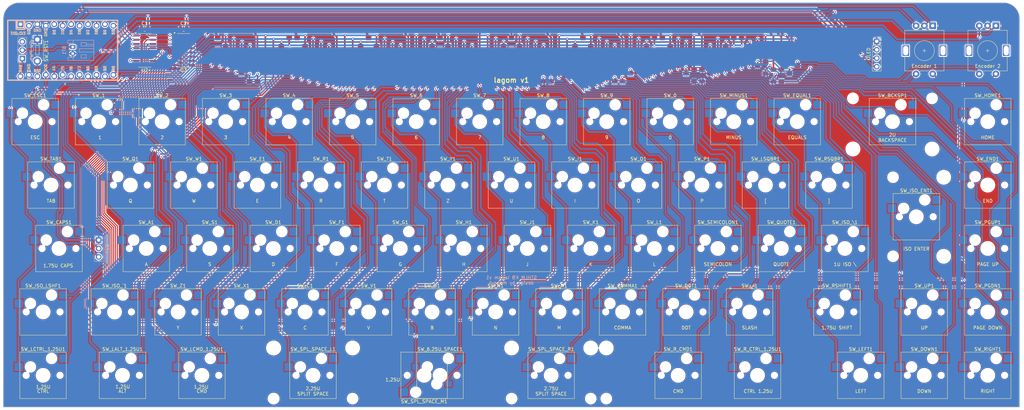
<source format=kicad_pcb>
(kicad_pcb (version 20240108) (generator "pcbnew") (generator_version "8.0")
  (layers (0 "F.Cu" signal) (31 "B.Cu" signal) (34 "B.Paste" user) (35 "F.Paste" user) (36 "B.SilkS" user "B.Silkscreen") (37 "F.SilkS" user "F.Silkscreen") (38 "B.Mask" user) (39 "F.Mask" user) (44 "Edge.Cuts" user))
  (net 0 "")
  (net 1 "VCC")
  (net 2 "GND")
  (net 3 "row0")
  (net 4 "row1")
  (net 5 "RotA")
  (net 6 "row2")
  (net 7 "RotC")
  (net 8 "row3")
  (net 9 "row4")
  (net 10 "SCL")
  (net 11 "SDA")
  (net 12 "LED")
  (net 13 "col14")
  (net 14 "col0")
  (net 15 "col1")
  (net 16 "col2")
  (net 17 "col3")
  (net 18 "col4")
  (net 19 "col5")
  (net 20 "col6")
  (net 21 "col7")
  (net 22 "col8")
  (net 23 "col9")
  (net 24 "col10")
  (net 25 "col11")
  (net 26 "col12")
  (net 27 "col13")
  (net 28 "RotB")
  (net 29 "encA")
  (net 30 "encB")
  (net 31 "encC")
  (net 32 "encD")
  (net 33 "Net-(BT1-+)")
  (net 34 "Net-(D1-K)")
  (net 35 "mux3")
  (net 36 "mux2")
  (net 37 "mux1")
  (net 38 "mux0")
  (net 39 "Net-(D2-K)")
  (net 40 "Net-(D3-K)")
  (net 41 "Net-(D4-K)")
  (net 42 "Net-(D5-K)")
  (net 43 "Net-(D6-K)")
  (net 44 "Net-(D7-K)")
  (net 45 "Net-(D8-K)")
  (net 46 "Net-(D9-K)")
  (net 47 "Net-(D10-K)")
  (net 48 "Net-(D11-K)")
  (net 49 "Net-(D12-K)")
  (net 50 "Net-(D13-K)")
  (net 52 "Net-(D15-K)")
  (net 53 "Net-(D16-K)")
  (net 54 "Net-(D17-K)")
  (net 55 "Net-(D18-K)")
  (net 56 "Net-(D19-K)")
  (net 57 "Net-(D20-K)")
  (net 58 "Net-(D21-K)")
  (net 59 "Net-(D22-K)")
  (net 60 "Net-(D23-K)")
  (net 61 "Net-(D24-K)")
  (net 62 "Net-(D25-K)")
  (net 63 "Net-(D26-K)")
  (net 64 "Net-(D27-K)")
  (net 65 "Net-(D28-K)")
  (net 66 "Net-(D29-K)")
  (net 68 "Net-(D31-K)")
  (net 69 "Net-(D33-K)")
  (net 70 "Net-(D34-K)")
  (net 71 "Net-(D35-K)")
  (net 72 "Net-(D36-K)")
  (net 73 "Net-(D37-K)")
  (net 74 "Net-(D38-K)")
  (net 75 "Net-(D39-K)")
  (net 76 "Net-(D40-K)")
  (net 77 "Net-(D41-K)")
  (net 78 "Net-(D42-K)")
  (net 79 "Net-(D43-K)")
  (net 80 "Net-(D44-K)")
  (net 81 "Net-(D45-K)")
  (net 82 "Net-(D46-K)")
  (net 83 "Net-(D47-K)")
  (net 84 "Net-(D49-K)")
  (net 85 "Net-(D50-K)")
  (net 86 "Net-(D51-K)")
  (net 87 "Net-(D52-K)")
  (net 88 "Net-(D53-K)")
  (net 89 "Net-(D54-K)")
  (net 90 "Net-(D55-K)")
  (net 91 "Net-(D56-K)")
  (net 92 "Net-(D57-K)")
  (net 93 "Net-(D58-K)")
  (net 94 "Net-(D59-K)")
  (net 95 "Net-(D60-K)")
  (net 96 "Net-(D61-K)")
  (net 97 "Net-(D62-K)")
  (net 98 "Net-(D63-K)")
  (net 99 "Net-(D64-K)")
  (net 100 "Net-(D65-K)")
  (net 101 "Net-(D66-K)")
  (net 102 "Net-(D67-K)")
  (net 103 "Net-(D68-K)")
  (net 104 "Net-(D69-K)")
  (net 105 "Net-(D70-K)")
  (net 106 "Net-(D71-K)")
  (net 107 "Net-(D72-K)")
  (net 108 "Net-(D73-K)")
  (net 109 "Net-(D74-K)")
  (net 110 "/Vbat")
  (net 112 "/rst")
  (footprint "kailh_hotswap:SW_Kailh_HotSwap_1.00u_PCB" (layer "F.Cu") (at 274.7 66.5)
    (property "Reference" "SW_MINUS1")
    (property "Value" "KEYSW")
  )
  (footprint "kailh_hotswap:SW_Kailh_HotSwap_1.00u_PCB" (layer "F.Cu") (at 332 142.9)
    (property "Reference" "SW_DOWN1")
    (property "Value" "KEYSW")
  )
  (footprint "Capacitor_SMD:C_0805_2012Metric" (layer "F.Cu") (at 106.7 43.6 180)
    (property "Reference" "C2")
    (property "Value" "0.1uF")
  )
  (footprint "kailh_hotswap:SW_Kailh_HotSwap_1.00u_PCB" (layer "F.Cu") (at 150.55 85.6)
    (property "Reference" "SW_R1")
    (property "Value" "KEYSW")
  )
  (footprint "kailh_hotswap:SW_Kailh_HotSwap_2.00u_PCB" (layer "F.Cu") (at 322.45 66.5)
    (property "Reference" "SW_BCKSP1")
    (property "Value" "KEYSW")
  )
  (footprint "kailh_hotswap:SW_Kailh_HotSwap_1.00u_PCB" (layer "F.Cu") (at 193.525 104.7)
    (property "Reference" "SW_H1")
    (property "Value" "KEYSW")
  )
  (footprint "kailh_hotswap:SW_Kailh_HotSwap_1.00u_PCB" (layer "F.Cu") (at 112.35 85.6)
    (property "Reference" "SW_W1")
    (property "Value" "KEYSW")
  )
  (footprint "kailh_hotswap:SW_Kailh_HotSwap_1.75u_PCB" (layer "F.Cu") (at 305.7375 123.8)
    (property "Reference" "SW_RSHIFT1")
    (property "Value" "KEYSW")
  )
  (footprint "lagom:D_MiniMELF_noSilk" (layer "F.Cu") (at 250.6725 48.1625 90)
    (property "Reference" "D13" (hide yes))
    (property "Value" "1N4148")
  )
  (footprint "Package_SO:SOIC-16_3.9x9.9mm_P1.27mm" (layer "F.Cu") (at 106.7 50.1)
    (property "Reference" "U3")
    (property "Value" "74HC138")
  )
  (footprint "kailh_hotswap:SW_Kailh_HotSwap_1.00u_PCB" (layer "F.Cu") (at 351.1 104.7)
    (property "Reference" "SW_PGUP1")
    (property "Value" "KEYSW")
  )
  (footprint "Connector_PinSocket_2.54mm:PinSocket_1x04_P2.54mm_Vertical" (layer "F.Cu") (at 315.16 47.4)
    (property "Reference" "J1" (hide yes))
    (property "Value" "Conn_01x04")
  )
  (footprint "lagom:D_MiniMELF_noSilk" (layer "F.Cu") (at 288.8725 55.325 90)
    (property "Reference" "D32" (hide yes))
    (property "Value" "1N4148")
  )
  (footprint "lagom:D_MiniMELF_noSilk" (layer "F.Cu") (at 219.635 55.325 90)
    (property "Reference" "D26" (hide yes))
    (property "Value" "1N4148")
  )
  (footprint "lagom:D_MiniMELF_noSilk" (layer "F.Cu") (at 207.6975 50.55 90)
    (property "Reference" "D25" (hide yes))
    (property "Value" "1N4148")
  )
  (footprint "kailh_hotswap:SW_Kailh_HotSwap_1.00u_PCB" (layer "F.Cu") (at 107.575 123.8)
    (property "Reference" "SW_Z1")
    (property "Value" "KEYSW")
  )
  (footprint "lagom:D_MiniMELF_noSilk" (layer "F.Cu") (at 157.56 52.9375 90)
    (property "Reference" "D38" (hide yes))
    (property "Value" "1N4148")
  )
  (footprint "lagom:D_MiniMELF_noSilk" (layer "F.Cu") (at 210.085 52.9375 90)
    (property "Reference" "D43" (hide yes))
    (property "Value" "1N4148")
  )
  (footprint "kailh_hotswap:SW_Kailh_HotSwap_1.00u_PCB" (layer "F.Cu") (at 289.025 104.7)
    (property "Reference" "SW_QUOTE1")
    (property "Value" "KEYSW")
  )
  (footprint "Package_SO:SOIC-16_3.9x9.9mm_P1.27mm" (layer "F.Cu") (at 95 50.1)
    (property "Reference" "U2")
    (property "Value" "74HC138")
  )
  (footprint "lagom:D_MiniMELF_noSilk" (layer "F.Cu") (at 243.51 52.9375 90)
    (property "Reference" "D33" (hide yes))
    (property "Value" "1N4148")
  )
  (footprint "lagom:D_MiniMELF_noSilk" (layer "F.Cu") (at 286.485 57.7125 90)
    (property "Reference" "D16" (hide yes))
    (property "Value" "1N4148")
  )
  (footprint "kailh_hotswap:SW_Kailh_HotSwap_1.00u_PCB" (layer "F.Cu") (at 164.875 123.8)
    (property "Reference" "SW_V1")
    (property "Value" "KEYSW")
  )
  (footprint "kailh_hotswap:SW_Kailh_HotSwap_1.00u_PCB" (layer "F.Cu") (at 169.65 85.6)
    (property "Reference" "SW_T1")
    (property "Value" "KEYSW")
  )
  (footprint "kailh_hotswap:SW_Kailh_HotSwap_1.00u_PCB" (layer "F.Cu") (at 64.6 66.5)
    (property "Reference" "SW_ESC1")
    (property "Value" "KEYSW")
  )
  (footprint "kailh_hotswap:SW_Kailh_HotSwap_1.00u_PCB" (layer "F.Cu") (at 121.9 66.5)
    (property "Reference" "SW_3")
    (property "Value" "KEYSW")
  )
  (footprint "lagom:D_MiniMELF_noSilk" (layer "F.Cu") (at 257.835 55.325 90)
    (property "Reference" "D50" (hide yes))
    (property "Value" "1N4148")
  )
  (footprint "lagom:D_MiniMELF_noSilk" (layer "F.Cu") (at 248.285 48.1625 90)
    (property "Reference" "D71" (hide yes))
    (property "Value" "1N4148")
  )
  (footprint "lagom:D_MiniMELF_noSilk" (layer "F.Cu") (at 167.11 52.9375 90)
    (property "Reference" "D39" (hide yes))
    (property "Value" "1N4148")
  )
  (footprint "kailh_hotswap:SW_Kailh_HotSwap_1.00u_PCB" (layer "F.Cu") (at 303.35 85.6)
    (property "Reference" "SW_RSQBR1")
    (property "Value" "KEYSW")
  )
  (footprint "kailh_hotswap:SW_Kailh_HotSwap_1.00u_PCB" (layer "F.Cu") (at 136.225 104.7)
    (property "Reference" "SW_D1")
    (property "Value" "KEYSW")
  )
  (footprint "lagom:D_MiniMELF_noSilk" (layer "F.Cu") (at 119.36 50.55 90)
    (property "Reference" "D17" (hide yes))
    (property "Value" "1N4148")
  )
  (footprint "lagom:D_MiniMELF_noSilk" (layer "F.Cu") (at 121.7475 52.9375 90)
    (property "Reference" "D35" (hide yes))
    (property "Value" "1N4148")
  )
  (footprint "kailh_hotswap:SW_Kailh_HotSwap_1.00u_PCB" (layer "F.Cu") (at 155.325 104.7)
    (property "Reference" "SW_F1")
    (property "Value" "KEYSW")
  )
  (footprint "kailh_hotswap:SW_Kailh_HotSwap_2.25u_PCB_reverse" (layer "F.Cu") (at 148.16875 142.9)
    (property "Reference" "SW_SPL_SPACE_L1")
    (property "Value" "KEYSW")
  )
  (footprint "kailh_hotswap:SW_Kailh_HotSwap_1.00u_PCB" (layer "F.Cu") (at 160.1 66.5)
    (property "Reference" "SW_5")
    (property "Value" "KEYSW")
  )
  (footprint "lagom:D_MiniMELF_noSilk" (layer "F.Cu") (at 152.785 57.7125 90)
    (property "Reference" "D4" (hide yes))
    (property "Value" "1N4148")
  )
  (footprint "kailh_hotswap:SW_Kailh_HotSwap_1.25u_PCB" (layer "F.Cu") (at 114.74375 142.9)
    (property "Reference" "SW_LCMD_1.25U1")
    (property "Value" "KEYSW")
  )
  (footprint "kailh_hotswap:SW_Kailh_HotSwap_1.00u_PCB" (layer "F.Cu") (at 236.5 66.5)
    (property "Reference" "SW_9")
    (property "Value" "KEYSW")
  )
  (footprint "lagom:D_MiniMELF_noSilk" (layer "F.Cu") (at 169.4975 55.325 90)
    (property "Reference" "D56" (hide yes))
    (property "Value" "1N4148")
  )
  (footprint "kailh_hotswap:SW_Kailh_HotSwap_1.25u_PCB" (layer "F.Cu") (at 66.9875 123.8)
    (property "Reference" "SW_ISO_LSHF1")
    (property "Value" "KEYSW")
  )
  (footprint "kailh_hotswap:SW_Kailh_HotSwap_1.00u_PCB" (layer "F.Cu") (at 83.7 66.5)
    (property "Reference" "SW_1")
    (property "Value" "KEYSW")
  )
  (footprint "lagom:D_MiniMELF_noSilk" (layer "F.Cu") (at 179.0475 52.9375 90)
    (property "Reference" "D40" (hide yes))
    (property "Value" "1N4148")
  )
  (footprint "lagom:D_MiniMELF_noSilk" (layer "F.Cu") (at 183.8225 48.1625 90)
    (property "Reference" "D7" (hide yes))
    (property "Value" "1N4148")
  )
  (footprint "kailh_hotswap:SW_Kailh_HotSwap_1.00u_PCB" (layer "F.Cu") (at 188.75 85.6)
    (property "Reference" "SW_Y1")
    (property "Value" "KEYSW")
  )
  (footprint "lagom:D_MiniMELF_noSilk" (layer "F.Cu") (at 150.3975 57.7125 90)
    (property "Reference" "D66" (hide yes))
    (property "Value" "1N4148")
  )
  (footprint "lagom:D_MiniMELF_noSilk" (layer "F.Cu") (at 195.76 57.7125 90)
    (property "Reference" "D8" (hide yes))
    (property "Value" "1N4148")
  )
  (footprint "kailh_hotswap:SW_Kailh_HotSwap_1.00u_PCB" (layer "F.Cu") (at 179.2 66.5)
    (property "Reference" "SW_6")
    (property "Value" "KEYSW")
  )
  (footprint "lagom:D_MiniMELF_noSilk" (layer "F.Cu") (at 272.16 48.1625 90)
    (property "Reference" "D73" (hide yes))
    (property "Value" "1N4148")
  )
  (footprint "lagom:D_MiniMELF_noSilk" (layer "F.Cu") (at 276.935 50.55 90)
    (property "Reference" "D63" (hide yes))
    (property "Value" "1N4148")
  )
  (footprint "lagom:D_MiniMELF_noSilk" (layer "F.Cu") (at 176.66 55.325 90)
    (property "Reference" "D22" (hide yes))
    (property "Value" "1N4148")
  )
  (footprint "kailh_hotswap:SW_Kailh_HotSwap_1.00u_PCB" (layer "F.Cu") (at 351.1 123.8)
    (property "Reference" "SW_PGDN1")
    (property "Value" "KEYSW")
  )
  (footprint "kailh_hotswap:SW_Kailh_HotSwap_1.00u_PCB" (layer "F.Cu") (at 174.425 104.7)
    (property "Reference" "SW_G1")
    (property "Value" "KEYSW")
  )
  (footprint "lagom:D_MiniMELF_noSilk" (layer "F.Cu") (at 241.1225 55.325 90)
    (property "Reference" "D28" (hide yes))
    (property "Value" "1N4148")
  )
  (footprint "lagom:D_MiniMELF_noSilk" (layer "F.Cu") (at 138.46 48.1625 90)
    (property "Reference" "D65" (hide yes))
    (property "Value" "1N4148")
  )
  (footprint "kailh_hotswap:SW_Kailh_HotSwap_6.25u_PCB_reverse" (layer "F.Cu") (at 186.36875 142.9)
    (property "Reference" "SW_6.25U_SPACE1")
    (property "Value" "KEYSW")
  )
  (footprint "kailh_hotswap:SW_Kailh_HotSwap_1.00u_PCB" (layer "F.Cu") (at 260.375 123.8)
    (property "Reference" "SW_DOT1")
    (property "Value" "KEYSW")
  )
  (footprint "kailh_hotswap:SW_Kailh_HotSwap_1.00u_PCB" (layer "F.Cu") (at 293.8 66.5)
    (property "Reference" "SW_EQUAL1")
    (property "Value" "KEYSW")
  )
  (footprint "lagom:D_MiniMELF_noSilk" (layer "F.Cu") (at 231.5725 52.9375 90)
    (property "Reference" "D34" (hide yes))
    (property "Value" "1N4148")
  )
  (footprint "kailh_hotswap:SW_Kailh_HotSwap_1.00u_PCB" (layer "F.Cu") (at 183.975 123.8)
    (property "Reference" "SW_B1")
    (property "Value" "KEYSW")
  )
  (footprint "lagom:D_MiniMELF_noSilk" (layer "F.Cu") (at 145.6225 52.9375 90)
    (property "Reference" "D37" (hide yes))
    (property "Value" "1N4148")
  )
  (footprint "lagom:D_MiniMELF_noSilk" (layer "F.Cu") (at 260.2225 57.7125 90)
    (property "Reference" "D30" (hide yes))
    (property "Value" "1N4148")
  )
  (footprint "lagom:D_MiniMELF_noSilk" (layer "F.Cu") (at 205.31 48.1625 90)
    (property "Reference" "D9" (hide yes))
    (property "Value" "1N4148")
  )
  (footprint "lagom:D_MiniMELF_noSilk" (layer "F.Cu") (at 143.235 50.55 90)
    (property "Reference" "D19" (hide yes))
    (property "Value" "1N4148")
  )
  (footprint "lagom:D_MiniMELF_noSilk" (layer "F.Cu") (at 198.1475 55.325 90)
    (property "Reference" "D24" (hide yes))
    (property "Value" "1N4148")
  )
  (footprint "kailh_hotswap:SW_Kailh_HotSwap_1.00u_PCB" (layer "F.Cu") (at 332 123.8)
    (property "Reference" "SW_UP1")
    (property "Value" "KEYSW")
  )
  (footprint "kailh_hotswap:SW_Kailh_HotSwap_1.00u_PCB" (layer "F.Cu") (at 312.9 142.9)
    (property "Reference" "SW_LEFT1")
    (property "Value" "KEYSW")
  )
  (footprint "kailh_hotswap:SW_Kailh_HotSwap_1.25u_PCB" (layer "F.Cu") (at 257.9875 142.9)
    (property "Reference" "SW_R_CMD1")
    (property "Value" "KEYSW")
  )
  (footprint "lagom:D_MiniMELF_noSilk" (layer "F.Cu") (at 269.7725 50.55 90)
    (property "Reference" "D51" (hide yes))
    (property "Value" "1N4148")
  )
  (footprint "kailh_hotswap:SW_Kailh_HotSwap_1.00u_PCB" (layer "F.Cu") (at 141 66.5)
    (property "Reference" "SW_4")
    (property "Value" "KEYSW")
  )
  (footprint "kailh_hotswap:SW_Kailh_HotSwap_1.00u_PCB" (layer "F.Cu") (at 88.475 123.8)
    (property "Reference" "SW_ISO_`1")
    (property "Value" "KEYSW")
  )
  (footprint "kailh_hotswap:SW_Kailh_HotSwap_1.00u_PCB" (layer "F.Cu") (at 250.825 104.7)
    (property "Reference" "SW_L1")
    (property "Value" "KEYSW")
  )
  (footprint "lagom:D_MiniMELF_noSilk" (layer "F.Cu") (at 200.535 52.9375 90)
    (property "Reference" "D42" (hide yes))
    (property "Value" "1N4148")
  )
  (footprint "lagom:D_MiniMELF_noSilk" (layer "F.Cu") (at 255.4475 52.9375 90)
    (property "Reference" "D45" (hide yes))
    (property "Value" "1N4148")
  )
  (footprint "lagom:D_MiniMELF_noSilk" (layer "F.Cu") (at 186.21 50.55 90)
    (property "Reference" "D23" (hide yes))
    (property "Value" "1N4148")
  )
  (footprint "kailh_hotswap:SW_Kailh_HotSwap_1.25u_PCB" (layer "F.Cu") (at 90.8625 142.9)
    (property "Reference" "SW_LALT_1.25U1")
    (property "Value" "KEYSW")
  )
  (footprint "lagom:D_MiniMELF_noSilk" (layer "F.Cu") (at 190.985 55.325 90)
    (property "Reference" "D58" (hide yes))
    (property "Value" "1N4148")
  )
  (footprint "kailh_hotswap:SW_Kailh_HotSwap_1.00u_PCB" (layer "F.Cu") (at 241.275 123.8)
    (property "Reference" "SW_COMMA1")
    (property "Value" "KEYSW")
  )
  (footprint "lagom:D_MiniMELF_noSilk" (layer "F.Cu") (at 171.885 57.7125 90)
    (property "Reference" "D67" (hide yes))
    (property "Value" "1N4148")
  )
  (footprint "lagom:D_MiniMELF_noSilk" (layer "F.Cu") (at 279.3225 52.9375 90)
    (property "Reference" "D47" (hide yes))
    (property "Value" "1N4148")
  )
  (footprint "kailh_hotswap:SW_Kailh_HotSwap_1.00u_PCB" (layer "F.Cu") (at 308.125 104.7)
    (property "Reference" "SW_ISO_\\1")
    (property "Value" "KEYSW")
  )
  (footprint "kailh_hotswap:SW_Kailh_HotSwap_1.00u_PCB" (layer "F.Cu") (at 351.1 66.5)
    (property "Reference" "SW_HOME1")
    (property "Value" "KEYSW")
  )
  (footprint "lagom:D_MiniMELF_noSilk" (layer "F.Cu") (at 162.335 48.1625 90)
    (property "Reference" "D5" (hide yes))
    (property "Value" "1N4148")
  )
  (footprint "lagom:D_MiniMELF_noSilk" (layer "F.Cu") (at 217.2475 57.7125 90)
    (property "Reference" "D10" (hide yes))
    (property "Value" "1N4148")
  )
  (footprint "kailh_hotswap:SW_Kailh_HotSwap_1.00u_PCB" (layer "F.Cu") (at 145.775 123.8)
    (property "Reference" "SW_C1")
    (property "Value" "KEYSW")
  )
  (footprint "kailh_hotswap:SW_Kailh_HotSwap_ISOEnter_PCB" (layer "F.Cu") (at 329.6125 95.15)
    (property "Reference" "SW_ISO_ENT1")
    (property "Value" "KEYSW")
  )
  (footprint "lagom:D_MiniMELF_noSilk" (layer "F.Cu") (at 133.685 52.9375 90)
    (property "Reference" "D36" (hide yes))
    (property "Value" "1N4148")
  )
  (footprint "lagom:D_MiniMELF_noSilk" (layer "F.Cu") (at 224.41 50.55 90)
    (property "Reference" "D61" (hide yes))
    (property "Value" "1N4148")
  )
  (footprint "kailh_hotswap:SW_Kailh_HotSwap_1.00u_PCB" (layer "F.Cu") (at 255.6 66.5)
    (property "Reference" "SW_0")
    (property "Value" "KEYSW")
  )
  (footprint "kailh_hotswap:SW_Kailh_HotSwap_1.00u_PCB" (layer "F.Cu") (at 102.8 66.5)
    (property "Reference" "SW_2")
    (property "Value" "KEYSW")
  )
  (footprint "lagom:D_MiniMELF_noSilk" (layer "F.Cu") (at 229.185 50.55 90)
    (property "Reference" "D27" (hide yes))
    (property "Value" "1N4148")
  )
  (footprint "kailh_hotswap:SW_Kailh_HotSwap_1.00u_PCB" (layer "F.Cu") (at 98.025 104.7)
    (property "Reference" "SW_A1")
    (property "Value" "KEYSW")
  )
  (footprint "lagom:D_MiniMELF_noSilk" (layer "F.Cu") (at 262.61 57.7125 90)
    (property "Reference" "D14" (hide yes))
    (property "Value" "1N4148")
  )
  (footprint "kailh_hotswap:SW_Kailh_HotSwap_1.00u_PCB" (layer "F.Cu") (at 222.175 123.8)
    (property "Reference" "SW_M1")
    (property "Value" "KEYSW")
  )
  (footprint "kailh_hotswap:SW_Kailh_HotSwap_1.00u_PCB" (layer "F.Cu") (at 198.3 66.5)
    (property "Reference" "SW_7")
    (property "Value" "KEYSW")
  )
  (footprint "lagom:D_MiniMELF_noSilk" (layer "F.Cu") (at 264.9975 55.325 90)
    (property "Reference" "D72" (hide yes))
    (property "Value" "1N4148")
  )
  (footprint "Rotary_Encoder:RotaryEncoder_Alps_EC11E-Switch_Vertical_H20mm" (layer "F.Cu") (at 332 42.7 -90)
    (property "Reference" "SW83" (hide yes))
    (property "Value" "RotaryEncoder_Switch")
  )
  (footprint "Rotary_Encoder:RotaryEncoder_Alps_EC11E-Switch_Vertical_H20mm" (layer "F.Cu") (at 351 42.7 -90)
    (property "Reference" "SW84" (hide yes))
    (property "Value" "RotaryEncoder_Switch")
  )
  (footprint "lagom:D_MiniMELF_noSilk" (layer "F.Cu") (at 202.9225 50.55 90)
    (property "Reference" "D59" (hide yes))
    (property "Value" "1N4148")
  )
  (footprint "lagom:D_MiniMELF_noSilk" (layer "F.Cu") (at 126.5225 57.7125 90)
    (property "Reference" "D64" (hide yes))
    (property "Value" "1N4148")
  )
  (footprint "Button_Switch_THT:SW_PUSH_1P1T_6x3.5mm_H5.0_APEM_MJTP1250" (layer "F.Cu") (at 62.7 46.85 -90)
    (property "Reference" "SW_RST1")
    (property "Value" "KEYSW")
  )
  (footprint "kailh_hotswap:SW_Kailh_HotSwap_1.00u_PCB" (layer "F.Cu") (at 126.675 123.8)
    (property "Reference" "SW_X1")
    (property "Value" "KEYSW")
  )
  (footprint "kailh_hotswap:SW_Kailh_HotSwap_1.00u_PCB" (layer "F.Cu") (at 217.4 66.5)
    (property "Reference" "SW_8")
    (property "Value" "KEYSW")
  )
  (footprint "lagom:D_MiniMELF_noSilk" (layer "F.Cu") (at 214.86 57.7125 90)
    (property "Reference" "D69" (hide yes))
    (property "Value" "1N4148")
  )
  (footprint "lagom:D_MiniMELF_noSilk" (layer "F.Cu") (at 148.01 55.325 90)
    (property "Reference" "D54" (hide yes))
    (property "Value" "1N4148")
  )
  (footprint "kailh_hotswap:SW_Kailh_HotSwap_1.00u_PCB" (layer "F.Cu") (at 284.25 85.6)
    (property "Reference" "SW_LSQBR1")
    (property "Value" "KEYSW")
  )
  (footprint "kailh_hotswap:SW_Kailh_HotSwap_1.00u_PCB" (layer "F.Cu") (at 265.15 85.6)
    (property "Reference" "SW_P1")
    (property "Value" "KEYSW")
  )
  (footprint "lagom:D_MiniMELF_noSilk" (layer "F.Cu") (at 131.2975 55.325 90)
    (property "Reference" "D18" (hide yes))
    (property "Value" "1N4148")
  )
  (footprint "kailh_hotswap:SW_Kailh_HotSwap_1.00u_PCB" (layer "F.Cu") (at 212.625 104.7)
    (property "Reference" "SW_J1")
    (property "Value" "KEYSW")
  )
  (footprint "kailh_hotswap:SW_Kailh_HotSwap_1.00u_PCB" (layer "F.Cu") (at 231.725 104.7)
    (property "Reference" "SW_K1")
    (property "Value" "KEYSW")
  )
  (footprint "kailh_hotswap:SW_Kailh_HotSwap_1.00u_PCB" (layer "F.Cu") (at 207.85 85.6)
    (property "Reference" "SW_U1")
    (property "Value" "KEYSW")
  )
  (footprint "kailh_hotswap:SW_Kailh_HotSwap_1.00u_PCB" (layer "F.Cu") (at 351.1 85.6)
    (property "Reference" "SW_END1")
    (property "Value" "KEYSW")
  )
  (footprint "kailh_hotswap:SW_Kailh_HotSwap_1.25u_PCB" (layer "F.Cu") (at 281.8625 142.9)
    (property "Reference" "SW_R_CTRL_1.25U1")
    (property "Value" "KEYSW")
  )
  (footprint "lagom:D_MiniMELF_noSilk" (layer "F.Cu") (at 159.9475 50.55 90)
    (property "Reference" "D55" (hide yes))
    (property "Value" "1N4148")
  )
  (footprint "kailh_hotswap:SW_Kailh_HotSwap_1.00u_PCB" (layer "F.Cu") (at 279.475 123.8)
    (property "Reference" "SW_/1")
    (property "Value" "KEYSW")
  )
  (footprint "kailh_hotswap:SW_Kailh_HotSwap_1.00u_PCB" (layer "F.Cu") (at 226.95 85.6)
    (property "Reference" "SW_I1")
    (property "Value" "KEYSW")
  )
  (footprint "lagom:D_MiniMELF_noSilk" (layer "F.Cu") (at 281.71 55.325 90)
    (property "Reference" "D31" (hide yes))
    (property "Value" "1N4148")
  )
  (footprint "lagom:D_MiniMELF_noSilk" (layer "F.Cu") (at 116.9725 48.1625 90)
    (property "Reference" "D1" (hide yes))
    (property "Value" "1N4148")
  )
  (footprint "kailh_hotswap:SW_Kailh_HotSwap_1.00u_PCB" (layer "F.Cu") (at 131.45 85.6)
    (property "Reference" "SW_E1")
    (property "Value" "KEYSW")
  )
  (footprint "lagom:D_MiniMELF_noSilk" (layer "F.Cu") (at 233.96 55.325 90)
    (property "Reference" "D62" (hide yes))
    (property "Value" "1N4148")
  )
  (footprint "lagom:D_MiniMELF_noSilk" (layer "F.Cu") (at 284.0975 57.7125 90)
    (property "Reference" "D15" (hide yes))
    (property "Value" "1N4148")
  )
  (footprint "lagom:D_MiniMELF_noSilk" (layer "F.Cu") (at 193.3725 57.7125 90)
    (property "Reference" "D68" (hide yes))
    (property "Value" "1N4148")
  )
  (footprint "lagom:D_MiniMELF_noSilk" (layer "F.Cu") (at 164.7225 50.55 90)
    (property "Reference" "D21" (hide yes))
    (property "Value" "1N4148")
  )
  (footprint "lagom:D_MiniMELF_noSilk" (layer "F.Cu") (at 291.26 52.9375 90)
    (property "Reference" "D48" (hide yes))
    (property "Value" "1N4148")
  )
  (footprint "kailh_hotswap:SW_Kailh_HotSwap_1.00u_PCB" (layer "F.Cu") (at 351.1 142.9)
    (property "Reference" "SW_RIGHT1")
    (property "Value" "KEYSW")
  )
  (footprint "kailh_hotswap:SW_Kailh_HotSwap_1.00u_PCB" (layer "F.Cu") (at 269.925 104.7)
    (property "Reference" "SW_SEMICOLON1")
    (property "Value" "KEYSW")
  )
  (footprint "lagom:D_MiniMELF_noSilk" (layer "F.Cu") (at 222.0225 52.9375 90)
    (property "Reference" "D44" (hide yes))
    (property "Value" "1N4148")
  )
  (footprint "lagom:D_MiniMELF_noSilk" (layer "F.Cu") (at 267.385 52.9375 90)
    (property "Reference" "D46" (hide yes))
    (property "Value" "1N4148")
  )
  (footprint "lagom:D_MiniMELF_noSilk" (layer "F.Cu") (at 128.91 57.7125 90)
    (property "Reference" "D2" (hide yes))
    (property "Value" "1N4148")
  )
  (footprint "Capacitor_SMD:C_0805_2012Metric" (layer "F.Cu") (at 95 43.6 180)
    (property "Reference" "C1")
    (property "Value" "0.1uF")
  )
  (footprint "kailh_hotswap:SW_Kailh_HotSwap_1.00u_PCB" (layer "F.Cu") (at 246.05 85.6)
    (property "Reference" "SW_O1")
    (property "Value" "KEYSW")
  )
  (footprint "kailh_hotswap:SW_Kailh_HotSwap_1.25u_PCB" (layer "F.Cu") (at 176.5075 153.06 180)
    (property "Reference" "SW_SPL_SPACE_M1")
    (property "Value" "KEYSW")
  )
  (footprint "kailh_hotswap:SW_Kailh_HotSwap_1.00u_PCB" (layer "F.Cu") (at 203.075 123.8)
    (property "Reference" "SW_N1")
    (property "Value" "KEYSW")
  )
  (footprint "lagom:D_MiniMELF_noSilk" (layer "F.Cu") (at 236.3475 57.7125 90)
    (property "Reference" "D70" (hide yes))
    (property "Value" "1N4148")
  )
  (footprint "lagom:D_MiniMELF_noSilk" (layer "F.Cu") (at 253.06 50.55 90)
    (property "Reference" "D29" (hide yes))
    (property "Value" "1N4148")
  )
  (footprint "kailh_hotswap:SW_Kailh_HotSwap_1.50u_PCB" (layer "F.Cu") (at 69.375 85.6)
    (property "Reference" "SW_TAB1")
    (property "Value" "KEYSW")
  )
  (footprint "kailh_hotswap:SW_Kailh_HotSwap_1.25u_PCB" (layer "F.Cu") (at 66.9875 142.9)
    (property "Reference" "SW_LCTRL_1.25U1")
    (property "Value" "KEYSW")
  )
  (footprint "lagom:D_MiniMELF_noSilk" (layer "F.Cu") (at 136.0725 50.55 90)
    (property "Reference" "D53" (hide yes))
    (property "Value" "1N4148")
  )
  (footprint "lagom:D_MiniMELF_noSilk" (layer "F.Cu") (at 274.5475 48.1625 90)
    (property "Reference" "D74" (hide yes))
    (property "Value" "1N4148")
  )
  (footprint "lagom:D_MiniMELF_noSilk" (layer "F.Cu") (at 181.435 50.55 90)
    (property "Reference" "D57" (hide yes))
    (property "Value" "1N4148")
  )
  (footprint "lagom:D_MiniMELF_noSilk" (layer "F.Cu") (at 155.1725 55.325 90)
    (property "Reference" "D20" (hide yes))
    (property "Value" "1N4148")
  )
  (footprint "lagom:D_MiniMELF_noSilk" (layer "F.Cu") (at 226.7975 48.1625 90)
    (property "Reference" "D11" (hide yes))
    (property "Value" "1N4148")
  )
  (footprint "lagom:D_MiniMELF_noSilk" (layer "F.Cu") (at 212.4725 55.325 90)
    (property "Reference" "D60" (hide yes))
    (property "Value" "1N4148")
  )
  (footprint "lagom:D_MiniMELF_noSilk" (layer "F.Cu") (at 238.735 57.7125 90)
    (property "Reference" "D12" (hide yes))
    (property "Value" "1N4148")
  )
  (footprint "kailh_hotswap:SW_Kailh_HotSwap_1.75u_PCB" (layer "F.Cu") (at 71.7625 104.7)
    (property "Reference" "SW_CAPS1")
    (property "Value" "KEYSW")
  )
  (footprint "lagom:D_MiniMELF_noSilk" (layer "F.Cu") (at 140.8475 48.1625 90)
    (property "Reference" "D3" (hide yes))
    (property "Value" "1N4148")
  )
  (footprint "lagom:D_MiniMELF_noSilk" (layer "F.Cu") (at 188.5975 52.9375 90)
    (property "Reference" "D41" (hide yes))
    (property "Value" "1N4148")
  )
  (footprint "lagom:D_MiniMELF_noSilk" (layer "F.Cu") (at 174.2725 57.7125 90)
    (property "Reference" "D6" (hide yes))
    (property "Value" "1N4148")
  )
  (footprint "kailh_hotswap:SW_Kailh_HotSwap_2.75u_PCB_reverse" (layer "F.Cu") (at 219.79375 142.9)
    (property "Reference" "SW_SPL_SPACE_R1")
    (property "Value" "KEYSW")
  )
  (footprint "kailh_hotswap:SW_Kailh_HotSwap_1.00u_PCB" (layer "F.Cu") (at 93.25 85.6)
    (property "Reference" "SW_Q1")
    (property "Value" "KEYSW")
  )
  (footprint "lagom:D_MiniMELF_noSilk" (layer "F.Cu") (at 124.135 55.325 90)
    (property "Reference" "D52" (hide yes))
    (property "Value" "1N4148")
  )
  (footprint "kailh_hotswap:SW_Kailh_HotSwap_1.00u_PCB" (layer "F.Cu") (at 117.125 104.7)
    (property "Reference" "SW_S1")
    (property "Value" "KEYSW")
  )
  (footprint "lagom:D_MiniMELF_noSilk" (layer "F.Cu") (at 245.8975 50.55 90)
    (property "Reference" "D49" (hide yes))
    (property "Value" "1N4148")
  )
  (footprint "Connector_PinHeader_2.54mm:PinHeader_1x03_P2.54mm_Vertical" (layer "B.Cu") (at 58.2 52.6)
    (property "Reference" "SW_PW1")
    (property "Value" "SW_SPDT")
  )
  (footprint "Connector_JST:JST_PH_S2B-PH-K_1x02_P2.00mm_Horizontal" (layer "B.Cu") (at 73.35 49.1 -90)
    (property "Reference" "BT1")
    (property "Value" "Battery_Cell")
  )
  (footprint "lagom:ArduinoProMicro-ZigZag" (layer "B.Cu") (at 71.61 50.0925)
    (property "Reference" "U1" (hide yes))
    (property "Value" "ProMicro" (hide yes))
  )
  (footprint "Connector_PinSocket_2.54mm:PinSocket_1x03_P2.54mm_Vertical" (layer "B.Cu") (at 81.16 107.24 180)
    (property "Reference" "J2" (hide yes))
    (property "Value" "Conn_01x03")
  )
  (gr_arc (start 52.51 40.5425) (mid 53.908565 37.166065) (end 57.285 35.7675) (stroke (width 0.1)) (layer "Edge.Cuts"))
  (gr_line (start 52.51 157.53) (end 358.11 157.53) (stroke (width 0.1)) (layer "Edge.Cuts"))
  (gr_line (start 52.51 40.5425) (end 52.51 157.53) (stroke (width 0.1)) (layer "Edge.Cuts"))
  (gr_line (start 353.335 35.7675) (end 57.285 35.7675) (stroke (width 0.1)) (layer "Edge.Cuts"))
  (gr_line (start 358.11 157.53) (end 358.11 40.5425) (stroke (width 0.1)) (layer "Edge.Cuts"))
  (gr_arc (start 353.335 35.7675) (mid 356.711435 37.166065) (end 358.11 40.5425) (stroke (width 0.1)) (layer "Edge.Cuts"))
  (gr_text "STHLM KB lagom v1\ndesign by mohoyt" (at 205.31 119.33 0) (layer "B.SilkS") (effects (font (size 1 1)) (justify mirror)))
  (gr_text "LED" (at 83.5475 109.78 -90) (layer "B.SilkS") (effects (font (size 1 1)) (justify mirror)))
  (gr_text "4" (at 138.46 76.355 0) (layer "F.SilkS") (effects (font (size 1 1))))
  (gr_text "O" (at 243.51 95.455 0) (layer "F.SilkS") (effects (font (size 1 1))))
  (gr_text "A" (at 95.485 114.555 0) (layer "F.SilkS") (effects (font (size 1 1))))
  (gr_text "SEMICOLON" (at 267.385 114.555 0) (layer "F.SilkS") (effects (font (size 1 1))))
  (gr_text "LEFT" (at 310.36 152.755 0) (layer "F.SilkS") (effects (font (size 1 1))))
  (gr_text "lagom v1" (at 205.3 59.1 0) (layer "F.SilkS") (effects (font (size 1.5 1.5) (thickness 0.3))))
  (gr_text "1U ISO \\" (at 305.585 114.555 0) (layer "F.SilkS") (effects (font (size 1 1))))
  (gr_text "U" (at 205.31 95.455 0) (layer "F.SilkS") (effects (font (size 1 1))))
  (gr_text "2U\nBACKSPACE" (at 319.91 76.355 0) (layer "F.SilkS") (effects (font (size 1 1))))
  (gr_text "1.75U SHIFT" (at 303.1975 133.655 0) (layer "F.SilkS") (effects (font (size 1 1))))
  (gr_text "PAGE UP" (at 348.56 114.555 0) (layer "F.SilkS") (effects (font (size 1 1))))
  (gr_text "R" (at 148.01 95.455 0) (layer "F.SilkS") (effects (font (size 1 1))))
  (gr_text "X" (at 124.135 133.655 0) (layer "F.SilkS") (effects (font (size 1 1))))
  (gr_text "F" (at 152.785 114.555 0) (layer "F.SilkS") (effects (font (size 1 1))))
  (gr_text "[" (at 281.71 95.455 0) (layer "F.SilkS") (effects (font (size 1 1))))
  (gr_text "2" (at 100.26 76.355 0) (layer "F.SilkS") (effects (font (size 1 1))))
  (gr_text "B" (at 181.435 133.655 0) (layer "F.SilkS") (effects (font (size 1 1))))
  (gr_text "SLASH" (at 276.935 133.655 0) (layer "F.SilkS") (effects (font (size 1 1))))
  (gr_text "1.25U" (at 281.71 152.755 0) (layer "F.SilkS") (effects (font (size 1 1))))
  (gr_text "1.25U" (at 88.4 151.4 0) (layer "F.SilkS") (effects (font (size 1 1))))
  (gr_text "E" (at 128.91 95.455 0) (layer "F.SilkS") (effects (font (size 1 1))))
  (gr_text "1.75U CAPS" (at 68.985 114.955 0) (layer "F.SilkS") (effects (font (size 1 1))))
  (gr_text "HOME" (at 348.56 76.355 0) (layer "F.SilkS") (effects (font (size 1 1))))
  (gr_text "J" (at 210.085 114.555 0) (layer "F.SilkS") (effects (font (size 1 1))))
  (gr_text "RIGHT" (at 348.56 152.755 0) (layer "F.SilkS") (effects (font (size 1 1))))
  (gr_text "5" (at 157.499587 76.248017 0) (layer "F.SilkS") (effects (font (size 1 1))))
  (gr_text "CMD" (at 112.1975 152.755 0) (layer "F.SilkS") (effects (font (size 1 1))))
  (gr_text "N" (at 200.535 133.655 0) (layer "F.SilkS") (effects (font (size 1 1))))
  (gr_text "V" (at 162.335 133.655 0) (layer "F.SilkS") (effects (font (size 1 1))))
  (gr_text "1.25U" (at 169.6 149.3 0) (layer "F.SilkS") (effects (font (size 1 1))))
  (gr_text "DOWN" (at 329.46 152.755 0) (layer "F.SilkS") (effects (font (size 1 1))))
  (gr_text "CTRL" (at 276.935 152.755 0) (layer "F.SilkS") (effects (font (size 1 1))))
  (gr_text "L" (at 248.285 114.555 0) (layer "F.SilkS") (effects (font (size 1 1))))
  (gr_text "DOT" (at 257.835 133.655 0) (layer "F.SilkS") (effects (font (size 1 1))))
  (gr_text "COMMA" (at 238.735 133.655 0) (layer "F.SilkS") (effects (font (size 1 1))))
  (gr_text "ESC" (at 62.06 76.355 0) (layer "F.SilkS") (effects (font (size 1 1))))
  (gr_text "Encoder 2" (at 348.56 54.8675 0) (layer "F.SilkS") (effects (font (size 1 1))))
  (gr_text "Y" (at 105.035 133.655 0) (layer "F.SilkS") (effects (font (size 1 1))))
  (gr_text "Q" (at 90.71 95.455 0) (layer "F.SilkS") (effects (font (size 1 1))))
  (gr_text "K" (at 229.185 114.555 0) (layer "F.SilkS") (effects (font (size 1 1))))
  (gr_text "2.25U\nSPLIT SPACE" (at 145.6225 152.755 0) (layer "F.SilkS") (effects (font (size 1 1))))
  (gr_text "6" (at 176.66 76.355 0) (layer "F.SilkS") (effects (font (size 1 1))))
  (gr_text "D" (at 133.685 114.555 0) (layer "F.SilkS") (effects (font (size 1 1))))
  (gr_text "QUOTE" (at 286.485 114.555 0) (layer "F.SilkS") (effects (font (size 1 1))))
  (gr_text "H" (at 190.985 114.555 0) (layer "F.SilkS") (effects (font (size 1 1))))
  (gr_text "0" (at 253.06 76.355 0) (layer "F.SilkS") (effects (font (size 1 1))))
  (gr_text "3" (at 119.36 76.355 0) (layer "F.SilkS") (effects (font (size 1 1))))
  (gr_text "W" (at 109.81 95.455 0) (layer "F.SilkS") (effects (font (size 1 1))))
  (gr_text "I" (at 224.41 95.455 0) (layer "F.SilkS") (effects (font (size 1 1))))
  (gr_text "]" (at 300.81 95.455 0) (layer "F.SilkS") (effects (font (size 1 1))))
  (gr_text "P" (at 262.61 95.455 0) (layer "F.SilkS") (effects (font (size 1 1))))
  (gr_text "C" (at 143.235 133.655 0) (layer "F.SilkS") (effects (font (size 1 1))))
  (gr_text "1.25U" (at 64.485 151.455 0) (layer "F.SilkS") (effects (font (size 1 1))))
  (gr_text "2.75U\nSPLIT SPACE" (at 217.2475 152.755 0) (layer "F.SilkS") (effects (font (size 1 1))))
  (gr_text "END" (at 348.56 95.455 0) (layer "F.SilkS") (effects (font (size 1 1))))
  (gr_text "OLED" (at 312.7475 51.155 90) (layer "F.SilkS") (effects (font (size 1 1))))
  (gr_text "CMD" (at 255.4475 152.755 0) (layer "F.SilkS") (effects (font (size 1 1))))
  (gr_text "UP" (at 329.46 133.655 0) (layer "F.SilkS") (effects (font (size 1 1))))
  (gr_text "S" (at 114.585 114.555 0) (layer "F.SilkS") (effects (font (size 1 1))))
  (gr_text "Z" (at 186.21 95.455 0) (layer "F.SilkS") (effects (font (size 1 1))))
  (gr_text "ALT" (at 88.3225 152.755 0) (layer "F.SilkS") (effects (font (size 1 1))))
  (gr_text "PAGE DOWN" (at 348.56 133.655 0) (layer "F.SilkS") (effects (font (size 1 1))))
  (gr_text "8" (at 214.86 76.355 0) (layer "F.SilkS") (effects (font (size 1 1))))
  (gr_text "T" (at 167.11 95.455 0) (layer "F.SilkS") (effects (font (size 1 1))))
  (gr_text "9" (at 233.96 76.355 0) (layer "F.SilkS") (effects (font (size 1 1))))
  (gr_text "1.25U" (at 111.985 151.455 0) (layer "F.SilkS") (effects (font (size 1 1))))
  (gr_text "TAB" (at 66.835 95.455 0) (layer "F.SilkS") (effects (font (size 1 1))))
  (gr_text "EQUALS" (at 291.26 76.355 0) (layer "F.SilkS") (effects (font (size 1 1))))
  (gr_text "ISO ENTER" (at 327.1 109.9 0) (layer "F.SilkS") (effects (font (size 1 1))))
  (gr_text " 1" (at 81.16 76.355 0) (layer "F.SilkS") (effects (font (size 1 1))))
  (gr_text "Encoder 1" (at 329.46 54.8675 0) (layer "F.SilkS") (effects (font (size 1 1))))
  (gr_text "MINUS" (at 272.16 76.355 0) (layer "F.SilkS") (effects (font (size 1 1))))
  (gr_text "G" (at 171.885 114.555 0) (layer "F.SilkS") (effects (font (size 1 1))))
  (gr_text "M" (at 219.635 133.655 0) (layer "F.SilkS") (effects (font (size 1 1))))
  (gr_text "CTRL" (at 64.4475 152.755 0) (layer "F.SilkS") (effects (font (size 1 1))))
  (gr_text "7" (at 195.76 76.355 0) (layer "F.SilkS") (effects (font (size 1 1))))
  (segment (start 89.25 52) (end 87.55 50.3) (width 0.3) (layer "F.Cu") (net 1))
  (segment (start 92.52 52) (end 89.25 52) (width 0.3) (layer "F.Cu") (net 1))
  (segment (start 96.355 45.655) (end 97.475 45.655) (width 0.3) (layer "F.Cu") (net 1))
  (segment (start 95.95 43.6) (end 95.95 45.25) (width 0.3) (layer "F.Cu") (net 1))
  (segment (start 107.6 43.475) (end 107.6 45.125) (width 0.3) (layer "F.Cu") (net 1))
  (segment (start 95.95 45.25) (end 96.355 45.655) (width 0.3) (layer "F.Cu") (net 1))
  (segment (start 302.5 38.6) (end 302.5 40.2) (width 0.5) (layer "F.Cu") (net 1))
  (segment (start 107.6 45.125) (end 108.13 45.655) (width 0.3) (layer "F.Cu") (net 1))
  (segment (start 108.13 45.655) (end 109.175 45.655) (width 0.3) (layer "F.Cu") (net 1))
  (segment (start 312.24 49.94) (end 315.16 49.94) (width 0.5) (layer "F.Cu") (net 1))
  (segment (start 107.6 40) (end 107.6 43.6) (width 0.5) (layer "F.Cu") (net 1))
  (segment (start 302.5 40.2) (end 312.24 49.94) (width 0.5) (layer "F.Cu") (net 1))
  (segment (start 92.525 52.005) (end 92.52 52) (width 0.3) (layer "F.Cu") (net 1))
  (segment (start 96 40) (end 96 43.6) (width 0.5) (layer "F.Cu") (net 1))
  (segment (start 87.55 50.3) (end 82 50.3) (width 0.3) (layer "F.Cu") (net 1))
  (via (at 107.6 40) (size 0.8) (drill 0.4) (layers "F.Cu" "B.Cu") (net 1))
  (via (at 302.5 38.6) (size 0.8) (drill 0.4) (layers "F.Cu" "B.Cu") (net 1))
  (via (at 82 50.3) (size 0.8) (drill 0.4) (layers "F.Cu" "B.Cu") (net 1))
  (via (at 96 40) (size 0.8) (drill 0.4) (layers "F.Cu" "B.Cu") (net 1))
  (segment (start 70.2 99.1) (end 69.55 99.75) (width 0.5) (layer "B.Cu") (net 1))
  (segment (start 71.434073 107.2) (end 78.58 107.2) (width 0.5) (layer "B.Cu") (net 1))
  (segment (start 62 64.6) (end 62 66.728427) (width 0.5) (layer "B.Cu") (net 1))
  (segment (start 300.2 39.9) (end 301.5 38.6) (width 0.5) (layer "B.Cu") (net 1))
  (segment (start 92.4 39.9) (end 300.2 39.9) (width 0.5) (layer "B.Cu") (net 1))
  (segment (start 70.2 89.253427) (end 70.2 99.1) (width 0.5) (layer "B.Cu") (net 1))
  (segment (start 78.4 53.9) (end 92.4 39.9) (width 0.5) (layer "B.Cu") (net 1))
  (segment (start 65.26 61.34) (end 62 64.6) (width 0.5) (layer "B.Cu") (net 1))
  (segment (start 65.79 72.139188) (end 65.8 72.149188) (width 0.5) (layer "B.Cu") (net 1))
  (segment (start 62 66.728427) (end 65.8 70.528427) (width 0.5) (layer "B.Cu") (net 1))
  (segment (start 65.26 57.4839) (end 65.26 55.74) (width 0.5) (layer "B.Cu") (net 1))
  (segment (start 65.79 71.020812) (end 65.79 72.139188) (width 0.5) (layer "B.Cu") (net 1))
  (segment (start 65.26 57.4839) (end 65.26 61.34) (width 0.5) (layer "B.Cu") (net 1))
  (segment (start 65.26 55.74) (end 67.1 53.9) (width 0.5) (layer "B.Cu") (net 1))
  (segment (start 67.1 53.9) (end 78.4 53.9) (width 0.5) (layer "B.Cu") (net 1))
  (segment (start 69.55 99.75) (end 69.55 105.315927) (width 0.5) (layer "B.Cu") (net 1))
  (segment (start 69.55 105.315927) (end 71.434073 107.2) (width 0.5) (layer "B.Cu") (net 1))
  (segment (start 301.5 38.6) (end 302.5 38.6) (width 0.5) (layer "B.Cu") (net 1))
  (segment (start 65.8 70.528427) (end 65.8 71.010812) (width 0.5) (layer "B.Cu") (net 1))
  (segment (start 65.8 72.149188) (end 65.8 84.853427) (width 0.5) (layer "B.Cu") (net 1))
  (segment (start 65.8 71.010812) (end 65.79 71.020812) (width 0.5) (layer "B.Cu") (net 1))
  (segment (start 78.58 107.2) (end 81.16 109.78) (width 0.5) (layer "B.Cu") (net 1))
  (segment (start 65.8 84.853427) (end 70.2 89.253427) (width 0.5) (layer "B.Cu") (net 1))
  (segment (start 329.46 42.872522) (end 329.46 42.5925) (width 0.381) (layer "B.Cu") (net 2))
  (segment (start 195.76 44.76) (end 195.6 44.6) (width 0.5) (layer "F.Cu") (net 3))
  (segment (start 217.2475 55.9625) (end 217.2475 46.2475) (width 0.5) (layer "F.Cu") (net 3))
  (segment (start 261.2 44.6) (end 262.5 44.6) (width 0.5) (layer "F.Cu") (net 3))
  (segment (start 140.8475 45.5475) (end 139.9 44.6) (width 0.5) (layer "F.Cu") (net 3))
  (segment (start 226.7975 45.3975) (end 226 44.6) (width 0.5) (layer "F.Cu") (net 3))
  (segment (start 226.7975 46.4125) (end 226.7975 45.3975) (width 0.5) (layer "F.Cu") (net 3))
  (segment (start 238.735 55.9625) (end 238.735 46.435) (width 0.5) (layer "F.Cu") (net 3))
  (segment (start 152.785 46.085) (end 151.3 44.6) (width 0.5) (layer "F.Cu") (net 3))
  (segment (start 286.485 55.9625) (end 286.485 46.085) (width 0.5) (layer "F.Cu") (net 3))
  (segment (start 250.6725 45.6725) (end 249.6 44.6) (width 0.5) (layer "F.Cu") (net 3))
  (segment (start 174.2725 55.9625) (end 174.2725 45.9725) (width 0.5) (layer "F.Cu") (net 3))
  (segment (start 262.61 46.01) (end 261.2 44.6) (width 0.5) (layer "F.Cu") (net 3))
  (segment (start 115.1 44.6) (end 114.4 44.6) (width 0.5) (layer "F.Cu") (net 3))
  (segment (start 284.0975 55.9625) (end 284.0975 45.8975) (width 0.5) (layer "F.Cu") (net 3))
  (segment (start 140.8475 46.4125) (end 140.8475 45.5475) (width 0.5) (layer "F.Cu") (net 3))
  (segment (start 162.335 45.635) (end 161.3 44.6) (width 0.5) (layer "F.Cu") (net 3))
  (segment (start 262.61 55.9625) (end 262.61 46.01) (width 0.5) (layer "F.Cu") (net 3))
  (segment (start 116.9725 46.4125) (end 116.9725 45.6725) (width 0.5) (layer "F.Cu") (net 3))
  (segment (start 284.0975 45.8975) (end 282.8 44.6) (width 0.5) (layer "F.Cu") (net 3))
  (segment (start 183.8225 45.6225) (end 182.8 44.6) (width 0.5) (layer "F.Cu") (net 3))
  (segment (start 249.6 44.6) (end 250.8 44.6) (width 0.5) (layer "F.Cu") (net 3))
  (segment (start 162.335 46.4125) (end 162.335 45.635) (width 0.5) (layer "F.Cu") (net 3))
  (segment (start 238.735 46.435) (end 236.9 44.6) (width 0.5) (layer "F.Cu") (net 3))
  (segment (start 174.2725 45.9725) (end 172.9 44.6) (width 0.5) (layer "F.Cu") (net 3))
  (segment (start 250.6725 46.4125) (end 250.6725 45.6725) (width 0.5) (layer "F.Cu") (net 3))
  (segment (start 128.91 45.81) (end 127.7 44.6) (width 0.5) (layer "F.Cu") (net 3))
  (segment (start 114.4 44.6) (end 113.5 45.5) (width 0.5) (layer "F.Cu") (net 3))
  (segment (start 236.9 44.6) (end 238.8 44.6) (width 0.5) (layer "F.Cu") (net 3))
  (segment (start 285 44.6) (end 115.1 44.6) (width 0.5) (layer "F.Cu") (net 3))
  (segment (start 217.2475 46.2475) (end 215.6 44.6) (width 0.5) (layer "F.Cu") (net 3))
  (segment (start 282.8 44.6) (end 284.195 44.6) (width 0.5) (layer "F.Cu") (net 3))
  (segment (start 116.9725 45.6725) (end 115.9 44.6) (width 0.5) (layer "F.Cu") (net 3))
  (segment (start 286.485 46.085) (end 285 44.6) (width 0.5) (layer "F.Cu") (net 3))
  (segment (start 195.76 55.9625) (end 195.76 44.76) (width 0.5) (layer "F.Cu") (net 3))
  (segment (start 152.785 55.9625) (end 152.785 46.085) (width 0.5) (layer "F.Cu") (net 3))
  (segment (start 262.71 44.61) (end 262.7 44.6) (width 0.5) (layer "F.Cu") (net 3))
  (segment (start 205.31 46.4125) (end 205.31 44.61) (width 0.5) (layer "F.Cu") (net 3))
  (segment (start 128.91 55.9625) (end 128.91 45.81) (width 0.5) (layer "F.Cu") (net 3))
  (segment (start 183.8225 46.4125) (end 183.8225 45.6225) (width 0.5) (layer "F.Cu") (net 3))
  (segment (start 284.1975 44.6025) (end 284.195 44.6) (width 0.5) (layer "F.Cu") (net 3))
  (segment (start 215.6 44.6) (end 217.3 44.6) (width 0.5) (layer "F.Cu") (net 3))
  (via (at 113.5 45.5) (size 0.8) (drill 0.4) (layers "F.Cu" "B.Cu") (net 3))
  (segment (start 86.5639 56.5) (end 85.58 57.4839) (width 0.5) (layer "B.Cu") (net 3))
  (segment (start 113.5 45.5) (end 102.5 56.5) (width 0.5) (layer "B.Cu") (net 3))
  (segment (start 102.5 56.5) (end 86.5639 56.5) (width 0.5) (layer "B.Cu") (net 3))
  (segment (start 119.36 45.74) (end 119.5 45.6) (width 0.5) (layer "F.Cu") (net 4))
  (segment (start 260.2225 45.6775) (end 260.3 45.6) (width 0.5) (layer "F.Cu") (net 4))
  (segment (start 176.66 45.64) (end 176.7 45.6) (width 0.5) (layer "F.Cu") (net 4))
  (segment (start 176.76 45.66) (end 176.7 45.6) (width 0.5) (layer "F.Cu") (net 4))
  (segment (start 281.71 45.69) (end 281.8 45.6) (width 0.5) (layer "F.Cu") (net 4))
  (segment (start 260.3225 45.6225) (end 260.3 45.6) (width 0.5) (layer "F.Cu") (net 4))
  (segment (start 229.285 45.615) (end 229.3 45.6) (width 0.5) (layer "F.Cu") (net 4))
  (segment (start 186.31 45.61) (end 186.3 45.6) (width 0.5) (layer "F.Cu") (net 4))
  (segment (start 281.81 45.61) (end 281.8 45.6) (width 0.5) (layer "F.Cu") (net 4))
  (segment (start 155.2725 45.5275) (end 155.3 45.5) (width 0.5) (layer "F.Cu") (net 4))
  (segment (start 241.2225 45.6225) (end 241.2 45.6) (width 0.5) (layer "F.Cu") (net 4))
  (segment (start 241.1225 53.575) (end 241.1225 45.6775) (width 0.5) (layer "F.Cu") (net 4))
  (segment (start 207.6975 48.8) (end 207.6975 45.6025) (width 0.5) (layer "F.Cu") (net 4))
  (segment (start 219.635 45.665) (end 219.7 45.6) (width 0.5) (layer "F.Cu") (net 4))
  (segment (start 287.7 45.6) (end 288.8725 46.7725) (width 0.5) (layer "F.Cu") (net 4))
  (segment (start 164.7225 48.8) (end 164.7225 45.6775) (width 0.5) (layer "F.Cu") (net 4))
  (segment (start 176.66 53.575) (end 176.66 45.64) (width 0.5) (layer "F.Cu") (net 4))
  (segment (start 198.2475 45.6475) (end 198.2 45.6) (width 0.5) (layer "F.Cu") (net 4))
  (segment (start 186.21 45.69) (end 186.3 45.6) (width 0.5) (layer "F.Cu") (net 4))
  (segment (start 131.2975 53.575) (end 131.2975 45.7025) (width 0.5) (layer "F.Cu") (net 4))
  (segment (start 143.235 48.8) (end 143.235 45.665) (width 0.5) (layer "F.Cu") (net 4))
  (segment (start 155.1725 45.6275) (end 155.3 45.5) (width 0.5) (layer "F.Cu") (net 4))
  (segment (start 164.7225 45.6775) (end 164.8 45.6) (width 0.5) (layer "F.Cu") (net 4))
  (segment (start 186.21 48.8) (end 186.21 45.69) (width 0.5) (layer "F.Cu") (net 4))
  (segment (start 207.7975 45.5025) (end 207.8 45.5) (width 0.5) (layer "F.Cu") (net 4))
  (segment (start 119.36 48.8) (end 119.36 45.74) (width 0.5) (layer "F.Cu") (net 4))
  (segment (start 260.2225 55.9625) (end 260.2225 45.6775) (width 0.5) (layer "F.Cu") (net 4))
  (segment (start 288.8725 46.7725) (end 288.8725 53.575) (width 0.5) (layer "F.Cu") (net 4))
  (segment (start 281.71 53.575) (end 281.71 45.69) (width 0.5) (layer "F.Cu") (net 4))
  (segment (start 131.3975 45.6025) (end 131.4 45.6) (width 0.5) (layer "F.Cu") (net 4))
  (segment (start 207.6975 45.6025) (end 207.8 45.5) (width 0.5) (layer "F.Cu") (net 4))
  (segment (start 119.46 45.64) (end 119.5 45.6) (width 0.5) (layer "F.Cu") (net 4))
  (segment (start 253.16 45.66) (end 253.1 45.6) (width 0.5) (layer "F.Cu") (net 4))
  (segment (start 143.235 45.665) (end 143.3 45.6) (width 0.5) (layer "F.Cu") (net 4))
  (segment (start 198.1475 53.575) (end 198.1475 45.6525) (width 0.5) (layer "F.Cu") (net 4))
  (segment (start 164.8225 45.6225) (end 164.8 45.6) (width 0.5) (layer "F.Cu") (net 4))
  (segment (start 229.185 45.715) (end 229.3 45.6) (width 0.5) (layer "F.Cu") (net 4))
  (segment (start 219.635 53.575) (end 219.635 45.665) (width 0.5) (layer "F.Cu") (net 4))
  (segment (start 253.06 45.64) (end 253.1 45.6) (width 0.5) (layer "F.Cu") (net 4))
  (segment (start 143.335 45.635) (end 143.3 45.6) (width 0.5) (layer "F.Cu") (net 4))
  (segment (start 253.06 48.8) (end 253.06 45.64) (width 0.5) (layer "F.Cu") (net 4))
  (segment (start 229.185 48.8) (end 229.185 45.715) (width 0.5) (layer "F.Cu") (net 4))
  (segment (start 219.735 45.635) (end 219.7 45.6) (width 0.5) (layer "F.Cu") (net 4))
  (segment (start 198.1475 45.6525) (end 198.2 45.6) (width 0.5) (layer "F.Cu") (net 4))
  (segment (start 155.1725 53.575) (end 155.1725 45.6275) (width 0.5) (layer "F.Cu") (net 4))
  (segment (start 241.1225 45.6775) (end 241.2 45.6) (width 0.5) (layer "F.Cu") (net 4))
  (segment (start 131.2975 45.7025) (end 131.4 45.6) (width 0.5) (layer "F.Cu") (net 4))
  (via (at 155.3 45.5) (size 0.8) (drill 0.4) (layers "F.Cu" "B.Cu") (net 4))
  (via (at 119.5 45.6) (size 0.8) (drill 0.4) (layers "F.Cu" "B.Cu") (net 4))
  (via (at 287.7 45.6) (size 0.8) (drill 0.4) (layers "F.Cu" "B.Cu") (net 4))
  (via (at 198.2 45.6) (size 0.8) (drill 0.4) (layers "F.Cu" "B.Cu") (net 4))
  (via (at 219.7 45.6) (size 0.8) (drill 0.4) (layers "F.Cu" "B.Cu") (net 4))
  (via (at 143.3 45.6) (size 0.8) (drill 0.4) (layers "F.Cu" "B.Cu") (net 4))
  (via (at 164.8 45.6) (size 0.8) (drill 0.4) (layers "F.Cu" "B.Cu") (net 4))
  (via (at 241.2 45.6) (size 0.8) (drill 0.4) (layers "F.Cu" "B.Cu") (net 4))
  (via (at 281.8 45.6) (size 0.8) (drill 0.4) (layers "F.Cu" "B.Cu") (net 4))
  (via (at 260.3 45.6) (size 0.8) (drill 0.4) (layers "F.Cu" "B.Cu") (net 4))
  (via (at 131.4 45.6) (size 0.8) (drill 0.4) (layers "F.Cu" "B.Cu") (net 4))
  (via (at 186.3 45.6) (size 0.8) (drill 0.4) (layers "F.Cu" "B.Cu") (net 4))
  (via (at 253.1 45.6) (size 0.8) (drill 0.4) (layers "F.Cu" "B.Cu") (net 4))
  (via (at 207.8 45.5) (size 0.8) (drill 0.4) (layers "F.Cu" "B.Cu") (net 4))
  (via (at 229.3 45.6) (size 0.8) (drill 0.4) (layers "F.Cu" "B.Cu") (net 4))
  (via (at 176.7 45.6) (size 0.8) (drill 0.4) (layers "F.Cu" "B.Cu") (net 4))
  (segment (start 86.4 59.1) (end 84.1989 59.1) (width 0.5) (layer "B.Cu") (net 4))
  (segment (start 114.67868 45.6) (end 102.82368 57.455) (width 0.5) (layer "B.Cu") (net 4))
  (segment (start 93.70066 57.25) (end 88.25 57.25) (width 0.5) (layer "B.Cu") (net 4))
  (segment (start 88.25 57.25) (end 86.4 59.1) (width 0.5) (layer "B.Cu") (net 4))
  (segment (start 287.7 45.6) (end 114.67868 45.6) (width 0.5) (layer "B.Cu") (net 4))
  (segment (start 102.82368 57.455) (end 93.90566 57.455) (width 0.5) (layer "B.Cu") (net 4))
  (segment (start 84.1989 59.1) (end 83.04 57.9411) (width 0.5) (layer "B.Cu") (net 4))
  (segment (start 93.90566 57.455) (end 93.70066 57.25) (width 0.5) (layer "B.Cu") (net 4))
  (segment (start 288.8725 57.075) (end 288.8725 55.9275) (width 0.4) (layer "F.Cu") (net 5))
  (segment (start 288.8725 55.9275) (end 289.3 55.5) (width 0.4) (layer "F.Cu") (net 5))
  (via (at 289.3 55.5) (size 0.8) (drill 0.4) (layers "F.Cu" "B.Cu") (net 5))
  (segment (start 301.484669 55.05) (end 305.084669 58.65) (width 0.4) (layer "B.Cu") (net 5))
  (segment (start 296.05 54.65) (end 296.45 55.05) (width 0.4) (layer "B.Cu") (net 5))
  (segment (start 312.046192 59.75) (end 324.3025 59.75) (width 0.4) (layer "B.Cu") (net 5))
  (segment (start 294.65 54.65) (end 296.05 54.65) (width 0.4) (layer "B.Cu") (net 5))
  (segment (start 324.3025 59.75) (end 326.96 57.0925) (width 0.4) (layer "B.Cu") (net 5))
  (segment (start 289.3 55.5) (end 293.8 55.5) (width 0.4) (layer "B.Cu") (net 5))
  (segment (start 296.45 55.05) (end 301.484669 55.05) (width 0.4) (layer "B.Cu") (net 5))
  (segment (start 310.946192 58.65) (end 312.046192 59.75) (width 0.4) (layer "B.Cu") (net 5))
  (segment (start 293.8 55.5) (end 294.65 54.65) (width 0.4) (layer "B.Cu") (net 5))
  (segment (start 305.084669 58.65) (end 310.946192 58.65) (width 0.4) (layer "B.Cu") (net 5))
  (segment (start 167.21 46.71) (end 167.2 46.7) (width 0.5) (layer "F.Cu") (net 6))
  (segment (start 179.1475 46.7475) (end 179.1 46.7) (width 0.5) (layer "F.Cu") (net 6))
  (segment (start 200.535 46.765) (end 200.6 46.7) (width 0.5) (layer "F.Cu") (net 6))
  (segment (start 210.085 51.1875) (end 210.085 46.815) (width 0.5) (layer "F.Cu") (net 6))
  (segment (start 121.7475 46.7525) (end 121.8 46.7) (width 0.5) (layer "F.Cu") (net 6))
  (segment (start 133.685 51.1875) (end 133.685 46.815) (width 0.5) (layer "F.Cu") (net 6))
  (segment (start 231.5725 46.8275) (end 231.7 46.7) (width 0.5) (layer "F.Cu") (net 6))
  (segment (start 279.3225 51.1875) (end 279.3225 46.7775) (width 0.5) (layer "F.Cu") (net 6))
  (segment (start 255.4475 51.1875) (end 255.4475 46.7525) (width 0.5) (layer "F.Cu") (net 6))
  (segment (start 80.5 58.4) (end 80.5 57.4839) (width 0.5) (layer "F.Cu") (net 6))
  (segment (start 231.6725 46.7275) (end 231.7 46.7) (width 0.5) (layer "F.Cu") (net 6))
  (segment (start 145.6225 46.7775) (end 145.7 46.7) (width 0.5) (layer "F.Cu") (net 6))
  (segment (start 121.7475 51.1875) (end 121.7475 46.7525) (width 0.5) (layer "F.Cu") (net 6))
  (segment (start 255.4475 46.7525) (end 255.5 46.7) (width 0.5) (layer "F.Cu") (net 6))
  (segment (start 210.185 46.715) (end 210.2 46.7) (width 0.5) (layer "F.Cu") (net 6))
  (segment (start 222.1225 46.7225) (end 222.1 46.7) (width 0.5) (layer "F.Cu") (net 6))
  (segment (start 290.4 46.7) (end 291.26 47.56) (width 0.5) (layer "F.Cu") (net 6))
  (segment (start 82.3 60.2) (end 80.5 58.4) (width 0.5) (layer "F.Cu") (net 6))
  (segment (start 179.0475 51.1875) (end 179.0475 46.7525) (width 0.5) (layer "F.Cu") (net 6))
  (segment (start 133.785 46.715) (end 133.8 46.7) (width 0.5) (layer "F.Cu") (net 6))
  (segment (start 121.8475 46.7475) (end 121.8 46.7) (width 0.5) (layer "F.Cu") (net 6))
  (segment (start 86.8 60.2) (end 82.3 60.2) (width 0.5) (layer "F.Cu") (net 6))
  (segment (start 279.4225 46.7225) (end 279.4 46.7) (width 0.5) (layer "F.Cu") (net 6))
  (segment (start 157.56 46.74) (end 157.6 46.7) (width 0.5) (layer "F.Cu") (net 6))
  (segment (start 157.66 46.76) (end 157.6 46.7) (width 0.5) (layer "F.Cu") (net 6))
  (segment (start 267.385 51.1875) (end 267.385 46.715) (width 0.5) (layer "F.Cu") (net 6))
  (segment (start 167.11 46.79) (end 167.2 46.7) (width 0.5) (layer "F.Cu") (net 6))
  (segment (start 210.085 46.815) (end 210.2 46.7) (width 0.5) (layer "F.Cu") (net 6))
  (segment (start 188.6975 46.7025) (end 188.7 46.7) (width 0.5) (layer "F.Cu") (net 6))
  (segment (start 167.11 51.1875) (end 167.11 46.79) (width 0.5) (layer "F.Cu") (net 6))
  (segment (start 243.61 46.71) (end 243.6 46.7) (width 0.5) (layer "F.Cu") (net 6))
  (segment (start 255.5475 46.7475) (end 255.5 46.7) (width 0.5) (layer "F.Cu") (net 6))
  (segment (start 157.56 51.1875) (end 157.56 46.74) (width 0.5) (layer "F.Cu") (net 6))
  (segment (start 291.26 47.56) (end 291.26 51.1875) (width 0.5) (layer "F.Cu") (net 6))
  (segment (start 188.5975 46.8025) (end 188.7 46.7) (width 0.5) (layer "F.Cu") (net 6))
  (segment (start 179.0475 46.7525) (end 179.1 46.7) (width 0.5) (layer "F.Cu") (net 6))
  (segment (start 133.685 46.815) (end 133.8 46.7) (width 0.5) (layer "F.Cu") (net 6))
  (segment (start 267.385 46.715) (end 267.4 46.7) (width 0.5) (layer "F.Cu") (net 6))
  (segment (start 279.3225 46.7775) (end 279.4 46.7) (width 0.5) (layer "F.Cu") (net 6))
  (segment (start 222.0225 46.7775) (end 222.1 46.7) (width 0.5) (layer "F.Cu") (net 6))
  (segment (start 222.0225 51.1875) (end 222.0225 46.7775) (width 0.5) (layer "F.Cu") (net 6))
  (segment (start 145.7225 46.7225) (end 145.7 46.7) (width 0.5) (layer "F.Cu") (net 6))
  (segment (start 267.485 46.785) (end 267.4 46.7) (width 0.5) (layer "F.Cu") (net 6))
  (segment (start 145.6225 51.1875) (end 145.6225 46.7775) (width 0.5) (layer "F.Cu") (net 6))
  (segment (start 88.2 58.8) (end 86.8 60.2) (width 0.5) (layer "F.Cu") (net 6))
  (segment (start 243.51 46.79) (end 243.6 46.7) (width 0.5) (layer "F.Cu") (net 6))
  (segment (start 200.535 51.1875) (end 200.535 46.765) (width 0.5) (layer "F.Cu") (net 6))
  (segment (start 200.635 46.735) (end 200.6 46.7) (width 0.5) (layer "F.Cu") (net 6))
  (segment (start 243.51 51.1875) (end 243.51 46.79) (width 0.5) (layer "F.Cu") (net 6))
  (segment (start 231.5725 51.1875) (end 231.5725 46.8275) (width 0.5) (layer "F.Cu") (net 6))
  (segment (start 188.5975 51.1875) (end 188.5975 46.8025) (width 0.5) (layer "F.Cu") (net 6))
  (via (at 88.2 58.8) (size 0.8) (drill 0.4) (layers "F.Cu" "B.Cu") (net 6))
  (via (at 179.1 46.7) (size 0.8) (drill 0.4) (layers "F.Cu" "B.Cu") (net 6))
  (via (at 157.6 46.7) (size 0.8) (drill 0.4) (layers "F.Cu" "B.Cu") (net 6))
  (via (at 145.7 46.7) (size 0.8) (drill 0.4) (layers "F.Cu" "B.Cu") (net 6))
  (via (at 243.6 46.7) (size 0.8) (drill 0.4) (layers "F.Cu" "B.Cu") (net 6))
  (via (at 133.8 46.7) (size 0.8) (drill 0.4) (layers "F.Cu" "B.Cu") (net 6))
  (via (at 167.2 46.7) (size 0.8) (drill 0.4) (layers "F.Cu" "B.Cu") (net 6))
  (via (at 255.5 46.7) (size 0.8) (drill 0.4) (layers "F.Cu" "B.Cu") (net 6))
  (via (at 222.1 46.7) (size 0.8) (drill 0.4) (layers "F.Cu" "B.Cu") (net 6))
  (via (at 200.6 46.7) (size 0.8) (drill 0.4) (layers "F.Cu" "B.Cu") (net 6))
  (via (at 210.2 46.7) (size 0.8) (drill 0.4) (layers "F.Cu" "B.Cu") (net 6))
  (via (at 267.4 46.7) (size 0.8) (drill 0.4) (layers "F.Cu" "B.Cu") (net 6))
  (via (at 290.4 46.7) (size 0.8) (drill 0.4) (layers "F.Cu" "B.Cu") (net 6))
  (via (at 188.7 46.7) (size 0.8) (drill 0.4) (layers "F.Cu" "B.Cu") (net 6))
  (via (at 121.8 46.7) (size 0.8) (drill 0.4) (layers "F.Cu" "B.Cu") (net 6))
  (via (at 231.7 46.7) (size 0.8) (drill 0.4) (layers "F.Cu" "B.Cu") (net 6))
  (via (at 279.4 46.7) (size 0.8) (drill 0.4) (layers "F.Cu" "B.Cu") (net 6))
  (segment (start 103.13434 58.205) (end 114.63934 46.7) (width 0.5) (layer "B.Cu") (net 6))
  (segment (start 89 58) (end 93.39 58) (width 0.5) (layer "B.Cu") (net 6))
  (segment (start 88.2 58.8) (end 89 58) (width 0.5) (layer "B.Cu") (net 6))
  (segment (start 114.63934 46.7) (end 290.4 46.7) (width 0.5) (layer "B.Cu") (net 6))
  (segment (start 93.39 58) (end 93.595 58.205) (width 0.5) (layer "B.Cu") (net 6))
  (segment (start 93.595 58.205) (end 103.13434 58.205) (width 0.5) (layer "B.Cu") (net 6))
  (segment (start 291.3 53.6) (end 291.3 54.6475) (width 0.4) (layer "F.Cu") (net 7))
  (segment (start 291.3 54.6475) (end 291.26 54.6875) (width 0.4) (layer "F.Cu") (net 7))
  (via (at 291.3 53.6) (size 0.8) (drill 0.4) (layers "F.Cu" "B.Cu") (net 7))
  (segment (start 322.2 59.1) (end 326.1 55.2) (width 0.4) (layer "B.Cu") (net 7))
  (segment (start 297.5 54.4) (end 301.753907 54.4) (width 0.4) (layer "B.Cu") (net 7))
  (segment (start 291.7 54) (end 297.1 54) (width 0.4) (layer "B.Cu") (net 7))
  (segment (start 297.1 54) (end 297.5 54.4) (width 0.4) (layer "B.Cu") (net 7))
  (segment (start 311.21543 58) (end 311.596192 58.380761) (width 0.4) (layer "B.Cu") (net 7))
  (segment (start 344.1675 55.2) (end 346.06 57.0925) (width 0.4) (layer "B.Cu") (net 7))
  (segment (start 326.1 55.2) (end 344.1675 55.2) (width 0.4) (layer "B.Cu") (net 7))
  (segment (start 312.315431 59.1) (end 322.2 59.1) (width 0.4) (layer "B.Cu") (net 7))
  (segment (start 291.3 53.6) (end 291.7 54) (width 0.4) (layer "B.Cu") (net 7))
  (segment (start 311.596192 58.380761) (end 312.315431 59.1) (width 0.4) (layer "B.Cu") (net 7))
  (segment (start 301.753907 54.4) (end 305.353907 58) (width 0.4) (layer "B.Cu") (net 7))
  (segment (start 305.353907 58) (end 311.21543 58) (width 0.4) (layer "B.Cu") (net 7))
  (segment (start 276.935 47.665) (end 277 47.6) (width 0.5) (layer "F.Cu") (net 8))
  (segment (start 148.11 47.61) (end 148.1 47.6) (width 0.5) (layer "F.Cu") (net 8))
  (segment (start 190.985 47.715) (end 191.1 47.6) (width 0.5) (layer "F.Cu") (net 8))
  (segment (start 224.41 47.69) (end 224.5 47.6) (width 0.5) (layer "F.Cu") (net 8))
  (segment (start 276.935 48.8) (end 276.935 47.665) (width 0.5) (layer "F.Cu") (net 8))
  (segment (start 202.9225 47.6775) (end 203 47.6) (width 0.5) (layer "F.Cu") (net 8))
  (segment (start 169.4975 47.8025) (end 169.6 47.7) (width 0.5) (layer "F.Cu") (net 8))
  (segment (start 245.8975 47.7025) (end 246 47.6) (width 0.5) (layer "F.Cu") (net 8))
  (segment (start 181.435 48.8) (end 181.435 47.665) (width 0.5) (layer "F.Cu") (net 8))
  (segment (start 87.3 61.2) (end 81.2189 61.2) (width 0.5) (layer "F.Cu") (net 8))
  (segment (start 212.4725 47.7275) (end 212.6 47.6) (width 0.5) (layer "F.Cu") (net 8))
  (segment (start 245.8975 48.8) (end 245.8975 47.7025) (width 0.5) (layer "F.Cu") (net 8))
  (segment (start 148.01 53.575) (end 148.01 47.69) (width 0.5) (layer "F.Cu") (net 8))
  (segment (start 81.2189 61.2) (end 77.96 57.9411) (width 0.5) (layer "F.Cu") (net 8))
  (segment (start 124.235 47.665) (end 124.3 47.6) (width 0.5) (layer "F.Cu") (net 8))
  (segment (start 277.035 47.635) (end 277 47.6) (width 0.5) (layer "F.Cu") (net 8))
  (segment (start 257.835 53.575) (end 257.835 47.665) (width 0.5) (layer "F.Cu") (net 8))
  (segment (start 257.835 47.665) (end 257.9 47.6) (width 0.5) (layer "F.Cu") (net 8))
  (segment (start 234.06 47.66) (end 234 47.6) (width 0.5) (layer "F.Cu") (net 8))
  (segment (start 159.9475 47.6525) (end 160 47.6) (width 0.5) (layer "F.Cu") (net 8))
  (segment (start 203.0225 47.6225) (end 203 47.6) (width 0.5) (layer "F.Cu") (net 8))
  (segment (start 269.7725 48.8) (end 269.7725 47.7275) (width 0.5) (layer "F.Cu") (net 8))
  (segment (start 169.5975 47.7025) (end 169.6 47.7) (width 0.5) (layer "F.Cu") (net 8))
  (segment (start 160.0475 47.6475) (end 160 47.6) (width 0.5) (layer "F.Cu") (net 8))
  (segment (start 233.96 53.575) (end 233.96 47.64) (width 0.5) (layer "F.Cu") (net 8))
  (segment (start 191.085 47.615) (end 191.1 47.6) (width 0.5) (layer "F.Cu") (net 8))
  (segment (start 269.8725 47.6275) (end 269.9 47.6) (width 0.5) (layer "F.Cu") (net 8))
  (segment (start 233.96 47.64) (end 234 47.6) (width 0.5) (layer "F.Cu") (net 8))
  (segment (start 148.01 47.69) (end 148.1 47.6) (width 0.5) (layer "F.Cu") (net 8))
  (segment (start 212.4725 53.575) (end 212.4725 47.7275) (width 0.5) (layer "F.Cu") (net 8))
  (segment (start 224.51 47.61) (end 224.5 47.6) (width 0.5) (layer "F.Cu") (net 8))
  (segment (start 181.435 47.665) (end 181.5 47.6) (width 0.5) (layer "F.Cu") (net 8))
  (segment (start 136.0725 48.8) (end 136.0725 47.7275) (width 0.5) (layer "F.Cu") (net 8))
  (segment (start 169.4975 53.575) (end 169.4975 47.8025) (width 0.5) (layer "F.Cu") (net 8))
  (segment (start 136.1725 47.6275) (end 136.2 47.6) (width 0.5) (layer "F.Cu") (net 8))
  (segment (start 181.535 47.635) (end 181.5 47.6) (width 0.5) (layer "F.Cu") (net 8))
  (segment (start 190.985 53.575) (end 190.985 47.715) (width 0.5) (layer "F.Cu") (net 8))
  (segment (start 224.41 48.8) (end 224.41 47.69) (width 0.5) (layer "F.Cu") (net 8))
  (segment (start 124.135 47.765) (end 124.3 47.6) (width 0.5) (layer "F.Cu") (net 8))
  (segment (start 89.6 58.9) (end 87.3 61.2) (width 0.5) (layer "F.Cu") (net 8))
  (segment (start 269.7725 47.7275) (end 269.9 47.6) (width 0.5) (layer "F.Cu") (net 8))
  (segment (start 245.9975 47.6025) (end 246 47.6) (width 0.5) (layer "F.Cu") (net 8))
  (segment (start 159.9475 48.8) (end 159.9475 47.6525) (width 0.5) (layer "F.Cu") (net 8))
  (segment (start 202.9225 48.8) (end 202.9225 47.6775) (width 0.5) (layer "F.Cu") (net 8))
  (segment (start 212.5725 47.6275) (end 212.6 47.6) (width 0.5) (layer "F.Cu") (net 8))
  (segment (start 257.935 47.635) (end 257.9 47.6) (width 0.5) (layer "F.Cu") (net 8))
  (segment (start 124.135 53.575) (end 124.135 47.765) (width 0.5) (layer "F.Cu") (net 8))
  (segment (start 136.0725 47.7275) (end 136.2 47.6) (width 0.5) (layer "F.Cu") (net 8))
  (via (at 246 47.6) (size 0.8) (drill 0.4) (layers "F.Cu" "B.Cu") (net 8))
  (via (at 212.6 47.6) (size 0.8) (drill 0.4) (layers "F.Cu" "B.Cu") (net 8))
  (via (at 148.1 47.6) (size 0.8) (drill 0.4) (layers "F.Cu" "B.Cu") (net 8))
  (via (at 136.2 47.6) (size 0.8) (drill 0.4) (layers "F.Cu" "B.Cu") (net 8))
  (via (at 269.9 47.6) (size 0.8) (drill 0.4) (layers "F.Cu" "B.Cu") (net 8))
  (via (at 181.5 47.6) (size 0.8) (drill 0.4) (layers "F.Cu" "B.Cu") (net 8))
  (via (at 191.1 47.6) (size 0.8) (drill 0.4) (layers "F.Cu" "B.Cu") (net 8))
  (via (at 224.5 47.6) (size 0.8) (drill 0.4) (layers "F.Cu" "B.Cu") (net 8))
  (via (at 203 47.6) (size 0.8) (drill 0.4) (layers "F.Cu" "B.Cu") (net 8))
  (via (at 169.6 47.7) (size 0.8) (drill 0.4) (layers "F.Cu" "B.Cu") (net 8))
  (via (at 160 47.6) (size 0.8) (drill 0.4) (layers "F.Cu" "B.Cu") (net 8))
  (via (at 234 47.6) (size 0.8) (drill 0.4) (layers "F.Cu" "B.Cu") (net 8))
  (via (at 277 47.6) (size 0.8) (drill 0.4) (layers "F.Cu" "B.Cu") (net 8))
  (via (at 89.6 58.9) (size 0.8) (drill 0.4) (layers "F.Cu" "B.Cu") (net 8))
  (via (at 124.3 47.6) (size 0.8) (drill 0.4) (layers "F.Cu" "B.Cu") (net 8))
  (via (at 257.9 47.6) (size 0.8) (drill 0.4) (layers "F.Cu" "B.Cu") (net 8))
  (segment (start 89.6 58.9) (end 89.805 59.105) (width 0.5) (layer "B.Cu") (net 8))
  (segment (start 114.8 47.6) (end 277 47.6) (width 0.5) (layer "B.Cu") (net 8))
  (segment (start 103.295 59.105) (end 114.8 47.6) (width 0.5) (layer "B.Cu") (net 8))
  (segment (start 89.805 59.105) (end 103.295 59.105) (width 0.5) (layer "B.Cu") (net 8))
  (segment (start 236.3475 48.6525) (end 236.4 48.6) (width 0.5) (layer "F.Cu") (net 9))
  (segment (start 214.86 48.74) (end 215 48.6) (width 0.5) (layer "F.Cu") (net 9))
  (segment (start 274.5475 48.5475) (end 274.6 48.6) (width 0.5) (layer "F.Cu") (net 9))
  (segment (start 150.3975 48.7025) (end 150.5 48.6) (width 0.5) (layer "F.Cu") (net 9))
  (segment (start 264.9975 48.7025) (end 265.1 48.6) (width 0.5) (layer "F.Cu") (net 9))
  (segment (start 126.5225 55.9625) (end 126.5225 48.7775) (width 0.5) (layer "F.Cu") (net 9))
  (segment (start 248.385 48.685) (end 248.3 48.6) (width 0.5) (layer "F.Cu") (net 9))
  (segment (start 274.5475 46.4125) (end 274.5475 48.5475) (width 0.5) (layer "F.Cu") (net 9))
  (segment (start 171.885 48.715) (end 172 48.6) (width 0.5) (layer "F.Cu") (net 9))
  (segment (start 272.26 48.66) (end 272.2 48.6) (width 0.5) (layer "F.Cu") (net 9))
  (segment (start 214.86 55.9625) (end 214.86 48.74) (width 0.5) (layer "F.Cu") (net 9))
  (segment (start 248.285 46.4125) (end 248.285 48.585) (width 0.5) (layer "F.Cu") (net 9))
  (segment (start 138.46 46.4125) (end 138.46 48.46) (width 0.5) (layer "F.Cu") (net 9))
  (segment (start 126.6225 48.6775) (end 126.7 48.6) (width 0.5) (layer "F.Cu") (net 9))
  (segment (start 236.3475 55.9625) (end 236.3475 48.6525) (width 0.5) (layer "F.Cu") (net 9))
  (segment (start 264.9975 53.575) (end 264.9975 48.7025) (width 0.5) (layer "F.Cu") (net 9))
  (segment (start 138.46 48.46) (end 138.6 48.6) (width 0.5) (layer "F.Cu") (net 9))
  (segment (start 274.6475 48.6475) (end 274.6 48.6) (width 0.5) (layer "F.Cu") (net 9))
  (segment (start 193.3725 55.9625) (end 193.3725 48.7275) (width 0.5) (layer "F.Cu") (net 9))
  (segment (start 214.96 48.64) (end 215 48.6) (width 0.5) (layer "F.Cu") (net 9))
  (segment (start 236.4475 48.6475) (end 236.4 48.6) (width 0.5) (layer "F.Cu") (net 9))
  (segment (start 272.16 46.4125) (end 272.16 48.56) (width 0.5) (layer "F.Cu") (net 9))
  (segment (start 126.5225 48.7775) (end 126.7 48.6) (width 0.5) (layer "F.Cu") (net 9))
  (segment (start 193.4725 48.6275) (end 193.5 48.6) (width 0.5) (layer "F.Cu") (net 9))
  (segment (start 138.56 48.64) (end 138.6 48.6) (width 0.5) (layer "F.Cu") (net 9))
  (segment (start 171.885 55.9625) (end 171.885 48.715) (width 0.5) (layer "F.Cu") (net 9))
  (segment (start 248.285 48.585) (end 248.3 48.6) (width 0.5) (layer "F.Cu") (net 9))
  (segment (start 171.985 48.615) (end 172 48.6) (width 0.5) (layer "F.Cu") (net 9))
  (segment (start 150.3975 55.9625) (end 150.3975 48.7025) (width 0.5) (layer "F.Cu") (net 9))
  (segment (start 193.3725 48.7275) (end 193.5 48.6) (width 0.5) (layer "F.Cu") (net 9))
  (segment (start 150.4975 48.6025) (end 150.5 48.6) (width 0.5) (layer "F.Cu") (net 9))
  (segment (start 272.16 48.56) (end 272.2 48.6) (width 0.5) (layer "F.Cu") (net 9))
  (segment (start 265.0975 48.6025) (end 265.1 48.6) (width 0.5) (layer "F.Cu") (net 9))
  (via (at 236.4 48.6) (size 0.8) (drill 0.4) (layers "F.Cu" "B.Cu") (net 9))
  (via (at 138.6 48.6) (size 0.8) (drill 0.4) (layers "F.Cu" "B.Cu") (net 9))
  (via (at 126.7 48.6) (size 0.8) (drill 0.4) (layers "F.Cu" "B.Cu") (net 9))
  (via (at 193.5 48.6) (size 0.8) (drill 0.4) (layers "F.Cu" "B.Cu") (net 9))
  (via (at 248.3 48.6) (size 0.8) (drill 0.4) (layers "F.Cu" "B.Cu") (net 9))
  (via (at 265.1 48.6) (size 0.8) (drill 0.4) (layers "F.Cu" "B.Cu") (net 9))
  (via (at 172 48.6) (size 0.8) (drill 0.4) (layers "F.Cu" "B.Cu") (net 9))
  (via (at 215 48.6) (size 0.8) (drill 0.4) (layers "F.Cu" "B.Cu") (net 9))
  (via (at 274.6 48.6) (size 0.8) (drill 0.4) (layers "F.Cu" "B.Cu") (net 9))
  (via (at 272.2 48.6) (size 0.8) (drill 0.4) (layers "F.Cu" "B.Cu") (net 9))
  (via (at 150.5 48.6) (size 0.8) (drill 0.4) (layers "F.Cu" "B.Cu") (net 9))
  (segment (start 76.455 59.855) (end 75.42 58.82) (width 0.5) (layer "B.Cu") (net 9))
  (segment (start 114.95005 48.6) (end 103.69505 59.855) (width 0.5) (layer "B.Cu") (net 9))
  (segment (start 75.42 58.82) (end 75.42 57.4839) (width 0.5) (layer "B.Cu") (net 9))
  (segment (start 274.6 48.6) (end 114.95005 48.6) (width 0.5) (layer "B.Cu") (net 9))
  (segment (start 103.69505 59.855) (end 76.455 59.855) (width 0.5) (layer "B.Cu") (net 9))
  (segment (start 70.34 41.46) (end 73.5 38.3) (width 0.5) (layer "F.Cu") (net 10))
  (segment (start 73.5 38.3) (end 295.9 38.3) (width 0.5) (layer "F.Cu") (net 10))
  (segment (start 295.9 38.3) (end 310.08 52.48) (width 0.5) (layer "F.Cu") (net 10))
  (segment (start 70.34 42.7011) (end 70.34 41.46) (width 0.5) (layer "F.Cu") (net 10))
  (segment (start 310.08 52.48) (end 315.16 52.48) (width 0.5) (layer "F.Cu") (net 10))
  (segment (start 310.7 51.4) (end 296.8 37.5) (width 0.5) (layer "F.Cu") (net 11))
  (segment (start 70.8 37.5) (end 67.8 40.5) (width 0.5) (layer "F.Cu") (net 11))
  (segment (start 67.8 40.5) (end 67.8 42.2439) (width 0.5) (layer "F.Cu") (net 11))
  (segment (start 296.8 37.5) (end 70.8 37.5) (width 0.5) (layer "F.Cu") (net 11))
  (via (at 310.7 51.4) (size 0.8) (drill 0.4) (layers "F.Cu" "B.Cu") (net 11))
  (segment (start 310.7 51.4) (end 314.32 55.02) (width 0.5) (layer "B.Cu") (net 11))
  (segment (start 314.32 55.02) (end 315.16 55.02) (width 0.5) (layer "B.Cu") (net 11))
  (segment (start 72.7589 57.9411) (end 72.88 57.9411) (width 0.5) (layer "F.Cu") (net 12))
  (segment (start 69.1 61.6) (end 72.7589 57.9411) (width 0.5) (layer "F.Cu") (net 12))
  (segment (start 62.8 61.6) (end 69.1 61.6) (width 0.5) (layer "F.Cu") (net 12))
  (via (at 62.8 61.6) (size 0.8) (drill 0.4) (layers "F.Cu" "B.Cu") (net 12))
  (segment (start 69.4 98.2) (end 69.4 89.7) (width 0.5) (layer "B.Cu") (net 12))
  (segment (start 69.4 89.7) (end 64.8 85.1) (width 0.5) (layer "B.Cu") (net 12))
  (segment (start 61.25 63.15) (end 62.8 61.6) (width 0.5) (layer "B.Cu") (net 12))
  (segment (start 64.8 70.784466) (end 61.25 67.234466) (width 0.5) (layer "B.Cu") (net 12))
  (segment (start 81.16 112.32) (end 77.04 108.2) (width 0.5) (layer "B.Cu") (net 12))
  (segment (start 77.04 108.2) (end 71.3 108.2) (width 0.5) (layer "B.Cu") (net 12))
  (segment (start 64.8 85.1) (end 64.8 70.784466) (width 0.5) (layer "B.Cu") (net 12))
  (segment (start 68.8 98.8) (end 69.4 98.2) (width 0.5) (layer "B.Cu") (net 12))
  (segment (start 68.8 105.7) (end 68.8 98.8) (width 0.5) (layer "B.Cu") (net 12))
  (segment (start 71.3 108.2) (end 68.8 105.7) (width 0.5) (layer "B.Cu") (net 12))
  (segment (start 61.25 67.234466) (end 61.25 63.15) (width 0.5) (layer "B.Cu") (net 12))
  (segment (start 297.2 119) (end 296.3 118.1) (width 0.3) (layer "F.Cu") (net 13))
  (segment (start 81.35 87.416546) (end 92.8 75.966546) (width 0.3) (layer "F.Cu") (net 13))
  (segment (start 85.1 116.3) (end 85.1 103.666546) (width 0.3) (layer "F.Cu") (net 13))
  (segment (start 106.183454 58.25) (end 109.175 55.258454) (width 0.3) (layer "F.Cu") (net 13))
  (segment (start 296.3 118.1) (end 86.9 118.1) (width 0.3) (layer "F.Cu") (net 13))
  (segment (start 101.783816 58.25) (end 106.183454 58.25) (width 0.3) (layer "F.Cu") (net 13))
  (segment (start 340.9 119) (end 297.2 119) (width 0.3) (layer "F.Cu") (net 13))
  (segment (start 85.1 103.666546) (end 81.35 99.916546) (width 0.3) (layer "F.Cu") (net 13))
  (segment (start 109.175 55.258454) (end 109.175 54.545) (width 0.3) (layer "F.Cu") (net 13))
  (segment (start 341.2 119.3) (end 340.9 119) (width 0.3) (layer "F.Cu") (net 13))
  (segment (start 92.8 75.966546) (end 92.8 67.233816) (width 0.3) (layer "F.Cu") (net 13))
  (segment (start 81.35 99.916546) (end 81.35 87.416546) (width 0.3) (layer "F.Cu") (net 13))
  (segment (start 92.8 67.233816) (end 101.783816 58.25) (width 0.3) (layer "F.Cu") (net 13))
  (segment (start 86.9 118.1) (end 85.1 116.3) (width 0.3) (layer "F.Cu") (net 13))
  (via (at 341.2 119.3) (size 0.8) (drill 0.4) (layers "F.Cu" "B.Cu") (net 13))
  (segment (start 312.55 72.25) (end 315.6 75.3) (width 0.5) (layer "B.Cu") (net 13))
  (segment (start 341.2 145.44) (end 341.2 126.34) (width 0.5) (layer "B.Cu") (net 13))
  (segment (start 315.6 75.3) (end 332 75.3) (width 0.5) (layer "B.Cu") (net 13))
  (segment (start 341.2 88.14) (end 341.2 107.24) (width 0.5) (layer "B.Cu") (net 13))
  (segment (start 341.2 84.5) (end 341.2 88.14) (width 0.5) (layer "B.Cu") (net 13))
  (segment (start 332 75.3) (end 341.2 84.5) (width 0.5) (layer "B.Cu") (net 13))
  (segment (start 341.2 107.24) (end 341.2 126.34) (width 0.5) (layer "B.Cu") (net 13))
  (segment (start 312.55 69.04) (end 312.55 72.25) (width 0.5) (layer "B.Cu") (net 13))
  (segment (start 54.7 65.8) (end 54.7 67.5) (width 0.3) (layer "F.Cu") (net 14))
  (segment (start 87.7 63) (end 57.5 63) (width 0.3) (layer "F.Cu") (net 14))
  (segment (start 57.5 63) (end 54.7 65.8) (width 0.3) (layer "F.Cu") (net 14))
  (segment (start 95.725 46.925) (end 94.9 47.75) (width 0.3) (layer "F.Cu") (net 14))
  (segment (start 97.475 46.925) (end 95.725 46.925) (width 0.3) (layer "F.Cu") (net 14))
  (segment (start 94.9 55.8) (end 87.7 63) (width 0.3) (layer "F.Cu") (net 14))
  (segment (start 94.9 47.75) (end 94.9 55.8) (width 0.3) (layer "F.Cu") (net 14))
  (via (at 54.7 67.5) (size 0.8) (drill 0.4) (layers "F.Cu" "B.Cu") (net 14))
  (segment (start 57.0875 126.34) (end 57.0875 119.3525) (width 0.5) (layer "B.Cu") (net 14))
  (segment (start 54.7 67.5) (end 54.7 69.04) (width 0.3) (layer "B.Cu") (net 14))
  (segment (start 57.0875 119.3525) (end 61.8625 114.5775) (width 0.5) (layer "B.Cu") (net 14))
  (segment (start 57.0875 145.44) (end 57.0875 126.34) (width 0.5) (layer "B.Cu") (net 14))
  (segment (start 54.7 77.67) (end 54.7 69.04) (width 0.5) (layer "B.Cu") (net 14))
  (segment (start 59.475 82.445) (end 54.7 77.67) (width 0.5) (layer "B.Cu") (net 14))
  (segment (start 61.8625 114.5775) (end 61.8625 107.24) (width 0.5) (layer "B.Cu") (net 14))
  (segment (start 61.8625 107.24) (end 61.8625 101.6325) (width 0.5) (layer "B.Cu") (net 14))
  (segment (start 59.475 99.245) (end 59.475 88.14) (width 0.5) (layer "B.Cu") (net 14))
  (segment (start 59.475 88.14) (end 59.475 82.445) (width 0.5) (layer "B.Cu") (net 14))
  (segment (start 61.8625 101.6325) (end 59.475 99.245) (width 0.5) (layer "B.Cu") (net 14))
  (segment (start 94.5 56.977818) (end 87.927818 63.55) (width 0.3) (layer "F.Cu") (net 15))
  (segment (start 75.65 63.55) (end 73.8 65.4) (width 0.3) (layer "F.Cu") (net 15))
  (segment (start 95.45 48.95) (end 95.45 56.027817) (width 0.3) (layer "F.Cu") (net 15))
  (segment (start 73.8 65.4) (end 73.8 67.2) (width 0.3) (layer "F.Cu") (net 15))
  (segment (start 97.475 48.195) (end 96.205 48.195) (width 0.3) (layer "F.Cu") (net 15))
  (segment (start 95.45 56.027817) (end 94.388909 57.088908) (width 0.3) (layer "F.Cu") (net 15))
  (segment (start 96.205 48.195) (end 95.45 48.95) (width 0.3) (layer "F.Cu") (net 15))
  (segment (start 87.927818 63.55) (end 75.65 63.55) (width 0.3) (layer "F.Cu") (net 15))
  (via (at 73.8 67.2) (size 0.8) (drill 0.4) (layers "F.Cu" "B.Cu") (net 15))
  (segment (start 88.125 101.295) (end 83.35 96.52) (width 0.5) (layer "B.Cu") (net 15))
  (segment (start 83.35 96.52) (end 83.35 88.14) (width 0.5) (layer "B.Cu") (net 15))
  (segment (start 88.125 112.015) (end 88.125 107.24) (width 0.5) (layer "B.Cu") (net 15))
  (segment (start 80.9625 145.44) (end 80.9625 140.3325) (width 0.5) (layer "B.Cu") (net 15))
  (segment (start 83.35 83.92) (end 73.8 74.37) (width 0.5) (layer "B.Cu") (net 15))
  (segment (start 78.575 126.34) (end 78.575 121.565) (width 0.5) (layer "B.Cu") (net 15))
  (segment (start 88.125 107.24) (end 88.125 101.295) (width 0.5) (layer "B.Cu") (net 15))
  (segment (start 80.9625 140.3325) (end 78.575 137.945) (width 0.5) (layer "B.Cu") (net 15))
  (segment (start 78.575 137.945) (end 78.575 126.34) (width 0.5) (layer "B.Cu") (net 15))
  (segment (start 83.35 88.14) (end 83.35 83.92) (width 0.5) (layer "B.Cu") (net 15))
  (segment (start 78.575 121.565) (end 88.125 112.015) (width 0.5) (layer "B.Cu") (net 15))
  (segment (start 73.8 74.37) (end 73.8 69.04) (width 0.5) (layer "B.Cu") (net 15))
  (segment (start 73.8 67.2) (end 73.8 69.04) (width 0.3) (layer "B.Cu") (net 15))
  (segment (start 85.8 66.455636) (end 85.8 68) (width 0.3) (layer "F.Cu") (net 16))
  (segment (start 96 50) (end 96 56.255636) (width 0.3) (layer "F.Cu") (net 16))
  (segment (start 96.535 49.465) (end 96 50) (width 0.3) (layer "F.Cu") (net 16))
  (segment (start 85.8 68) (end 84.9 68.9) (width 0.3) (layer "F.Cu") (net 16))
  (segment (start 97.475 49.465) (end 96.535 49.465) (width 0.3) (layer "F.Cu") (net 16))
  (segment (start 96 56.255636) (end 85.8 66.455636) (width 0.3) (layer "F.Cu") (net 16))
  (via (at 84.9 68.9) (size 0.8) (drill 0.4) (layers "F.Cu" "B.Cu") (net 16))
  (segment (start 97.675 132.645) (end 97.675 126.34) (width 0.5) (layer "B.Cu") (net 16))
  (segment (start 107.225 114.315) (end 107.225 107.24) (width 0.5) (layer "B.Cu") (net 16))
  (segment (start 104.84375 139.81375) (end 97.675 132.645) (width 0.5) (layer "B.Cu") (net 16))
  (segment (start 107.225 102.095) (end 102.45 97.32) (width 0.5) (layer "B.Cu") (net 16))
  (segment (start 92.9 72.47) (end 92.9 69.04) (width 0.5) (layer "B.Cu") (net 16))
  (segment (start 97.675 123.865) (end 107.225 114.315) (width 0.5) (layer "B.Cu") (net 16))
  (segment (start 102.45 82.02) (end 92.9 72.47) (width 0.5) (layer "B.Cu") (net 16))
  (segment (start 104.84375 145.44) (end 104.84375 139.81375) (width 0.5) (layer "B.Cu") (net 16))
  (segment (start 84.9 68.9) (end 85.04 69.04) (width 0.3) (layer "B.Cu") (net 16))
  (segment (start 97.675 126.34) (end 97.675 123.865) (width 0.5) (layer "B.Cu") (net 16))
  (segment (start 102.45 88.14) (end 102.45 82.02) (width 0.5) (layer "B.Cu") (net 16))
  (segment (start 102.45 97.32) (end 102.45 88.14) (width 0.5) (layer "B.Cu") (net 16))
  (segment (start 107.225 107.24) (end 107.225 102.095) (width 0.5) (layer "B.Cu") (net 16))
  (segment (start 85.04 69.04) (end 92.9 69.04) (width 0.3) (layer "B.Cu") (net 16))
  (segment (start 80.4 132.1) (end 77.85 129.55) (width 0.3) (layer "F.Cu") (net 17))
  (segment (start 116.1 132.1) (end 80.4 132.1) (width 0.3) (layer "F.Cu") (net 17))
  (segment (start 77.85 129.55) (end 77.85 86.249638) (width 0.3) (layer "F.Cu") (net 17))
  (segment (start 100.3 55.066908) (end 100.3 51.7) (width 0.3) (layer "F.Cu") (net 17))
  (segment (start 77.85 86.249638) (end 89.5 74.599638) (width 0.3) (layer "F.Cu") (net 17))
  (segment (start 100.3 51.7) (end 99.335 50.735) (width 0.3) (layer "F.Cu") (net 17))
  (segment (start 116.4 132.5) (end 116.4 132.4) (width 0.3) (layer "F.Cu") (net 17))
  (segment (start 89.5 65.866908) (end 100.3 55.066908) (width 0.3) (layer "F.Cu") (net 17))
  (segment (start 99.335 50.735) (end 97.475 50.735) (width 0.3) (layer "F.Cu") (net 17))
  (segment (start 116.4 132.4) (end 116.1 132.1) (width 0.3) (layer "F.Cu") (net 17))
  (segment (start 89.5 74.599638) (end 89.5 65.866908) (width 0.3) (layer "F.Cu") (net 17))
  (via (at 116.4 132.5) (size 0.8) (drill 0.4) (layers "F.Cu" "B.Cu") (net 17))
  (segment (start 121.55 97.15) (end 121.55 88.14) (width 0.5) (layer "B.Cu") (net 17))
  (segment (start 121.55 88.14) (end 121.55 81.65) (width 0.5) (layer "B.Cu") (net 17))
  (segment (start 121.55 81.65) (end 112 72.1) (width 0.5) (layer "B.Cu") (net 17))
  (segment (start 116.4 132.5) (end 116.775 132.125) (width 0.3) (layer "B.Cu") (net 17))
  (segment (start 116.775 132.125) (end 116.775 126.34) (width 0.3) (layer "B.Cu") (net 17))
  (segment (start 126.325 114.675) (end 126.325 107.24) (width 0.5) (layer "B.Cu") (net 17))
  (segment (start 112 72.1) (end 112 69.04) (width 0.5) (layer "B.Cu") (net 17))
  (segment (start 126.325 101.925) (end 121.55 97.15) (width 0.5) (layer "B.Cu") (net 17))
  (segment (start 116.775 126.34) (end 116.775 124.225) (width 0.5) (layer "B.Cu") (net 17))
  (segment (start 126.325 107.24) (end 126.325 101.925) (width 0.5) (layer "B.Cu") (net 17))
  (segment (start 116.775 124.225) (end 126.325 114.675) (width 0.5) (layer "B.Cu") (net 17))
  (segment (start 82 133.4) (end 135.7 133.4) (width 0.3) (layer "F.Cu") (net 18))
  (segment (start 99.75 52.75) (end 99.005 52.005) (width 0.3) (layer "F.Cu") (net 18))
  (segment (start 80.4 133.4) (end 77.3 130.3) (width 0.3) (layer "F.Cu") (net 18))
  (segment (start 88.95 65.63909) (end 99.75 54.83909) (width 0.3) (layer "F.Cu") (net 18))
  (segment (start 99.005 52.005) (end 97.475 52.005) (width 0.3) (layer "F.Cu") (net 18))
  (segment (start 88.95 74.37182) (end 88.95 65.63909) (width 0.3) (layer "F.Cu") (net 18))
  (segment (start 135.7 133.4) (end 135.9 133.2) (width 0.3) (layer "F.Cu") (net 18))
  (segment (start 77.3 130.3) (end 77.3 86.02182) (width 0.3) (layer "F.Cu") (net 18))
  (segment (start 99.75 54.83909) (end 99.75 52.75) (width 0.3) (layer "F.Cu") (net 18))
  (segment (start 80.4 133.4) (end 82 133.4) (width 0.3) (layer "F.Cu") (net 18))
  (segment (start 77.3 86.02182) (end 88.95 74.37182) (width 0.3) (layer "F.Cu") (net 18))
  (via (at 135.9 133.2) (size 0.8) (drill 0.4) (layers "F.Cu" "B.Cu") (net 18))
  (segment (start 135.875 126.34) (end 135.875 123.825) (width 0.5) (layer "B.Cu") (net 18))
  (segment (start 131.1 73.3) (end 131.1 69.04) (width 0.5) (layer "B.Cu") (net 18))
  (segment (start 145.425 107.24) (end 145.425 95.825) (width 0.5) (layer "B.Cu") (net 18))
  (segment (start 140.65 91.05) (end 140.65 88.14) (width 0.5) (layer "B.Cu") (net 18))
  (segment (start 135.875 123.825) (end 138.3 121.4) (width 0.5) (layer "B.Cu") (net 18))
  (segment (start 145.425 118.375) (end 145.425 107.24) (width 0.5) (layer "B.Cu") (net 18))
  (segment (start 140.65 88.14) (end 140.65 77.95) (width 0.5) (layer "B.Cu") (net 18))
  (segment (start 140.65 77.95) (end 138.4 75.7) (width 0.5) (layer "B.Cu") (net 18))
  (segment (start 142.4 121.4) (end 145.425 118.375) (width 0.5) (layer "B.Cu") (net 18))
  (segment (start 135.875 134.575) (end 135.875 126.34) (width 0.5) (layer "B.Cu") (net 18))
  (segment (start 138.4 75.7) (end 133.5 75.7) (width 0.5) (layer "B.Cu") (net 18))
  (segment (start 145.425 95.825) (end 140.65 91.05) (width 0.5) (layer "B.Cu") (net 18))
  (segment (start 138.26875 136.96875) (end 135.875 134.575) (width 0.5) (layer "B.Cu") (net 18))
  (segment (start 138.3 121.4) (end 142.4 121.4) (width 0.5) (layer "B.Cu") (net 18))
  (segment (start 138.26875 145.44) (end 138.26875 136.96875) (width 0.5) (layer "B.Cu") (net 18))
  (segment (start 133.5 75.7) (end 131.1 73.3) (width 0.5) (layer "B.Cu") (net 18))
  (segment (start 99.2 54.611272) (end 99.2 53.6) (width 0.3) (layer "F.Cu") (net 19))
  (segment (start 76.75 131.3) (end 76.75 85.794002) (width 0.3) (layer "F.Cu") (net 19))
  (segment (start 88.4 65.411272) (end 99.2 54.611272) (width 0.3) (layer "F.Cu") (net 19))
  (segment (start 98.875 53.275) (end 97.475 53.275) (width 0.3) (layer "F.Cu") (net 19))
  (segment (start 88.4 74.144002) (end 88.4 65.411272) (width 0.3) (layer "F.Cu") (net 19))
  (segment (start 80.15 134.7) (end 76.75 131.3) (width 0.3) (layer "F.Cu") (net 19))
  (segment (start 99.2 53.6) (end 98.875 53.275) (width 0.3) (layer "F.Cu") (net 19))
  (segment (start 76.75 85.794002) (end 88.4 74.144002) (width 0.3) (layer "F.Cu") (net 19))
  (segment (start 153.6 134.7) (end 80.15 134.7) (width 0.3) (layer "F.Cu") (net 19))
  (segment (start 154.6 133.7) (end 153.6 134.7) (width 0.3) (layer "F.Cu") (net 19))
  (via (at 154.6 133.7) (size 0.8) (drill 0.4) (layers "F.Cu" "B.Cu") (net 19))
  (segment (start 159.75 88.14) (end 159.75 78.65) (width 0.5) (layer "B.Cu") (net 19))
  (segment (start 154.975 133.325) (end 154.975 126.34) (width 0.3) (layer "B.Cu") (net 19))
  (segment (start 164.525 107.24) (end 164.525 95.925) (width 0.5) (layer "B.Cu") (net 19))
  (segment (start 159.75 91.15) (end 159.75 88.14) (width 0.5) (layer "B.Cu") (net 19))
  (segment (start 154.975 125.125) (end 164.525 115.575) (width 0.5) (layer "B.Cu") (net 19))
  (segment (start 164.525 115.575) (end 164.525 107.24) (width 0.5) (layer "B.Cu") (net 19))
  (segment (start 164.525 95.925) (end 159.75 91.15) (width 0.5) (layer "B.Cu") (net 19))
  (segment (start 157 75.9) (end 152.3 75.9) (width 0.5) (layer "B.Cu") (net 19))
  (segment (start 152.3 75.9) (end 150.2 73.8) (width 0.5) (layer "B.Cu") (net 19))
  (segment (start 150.2 73.8) (end 150.2 69.04) (width 0.5) (layer "B.Cu") (net 19))
  (segment (start 154.975 126.34) (end 154.975 125.125) (width 0.5) (layer "B.Cu") (net 19))
  (segment (start 159.75 78.65) (end 157 75.9) (width 0.5) (layer "B.Cu") (net 19))
  (segment (start 154.6 133.7) (end 154.975 133.325) (width 0.3) (layer "B.Cu") (net 19))
  (segment (start 76.2 132.2) (end 76.2 85.566184) (width 0.3) (layer "F.Cu") (net 20))
  (segment (start 79.7 135.7) (end 76.2 132.2) (width 0.3) (layer "F.Cu") (net 20))
  (segment (start 176 135.7) (end 79.7 135.7) (width 0.3) (layer "F.Cu") (net 20))
  (segment (start 76.2 85.566184) (end 87.85 73.916184) (width 0.3) (layer "F.Cu") (net 20))
  (segment (start 87.85 73.916184) (end 87.85 65.183454) (width 0.3) (layer "F.Cu") (net 20))
  (segment (start 176.5 136.2) (end 176 135.7) (width 0.3) (layer "F.Cu") (net 20))
  (segment (start 87.85 65.183454) (end 97.475 55.558454) (width 0.3) (layer "F.Cu") (net 20))
  (segment (start 97.475 55.558454) (end 97.475 54.545) (width 0.3) (layer "F.Cu") (net 20))
  (via (at 176.5 136.2) (size 0.8) (drill 0.4) (layers "F.Cu" "B.Cu") (net 20))
  (segment (start 178.85 77.25) (end 177 75.4) (width 0.5) (layer "B.Cu") (net 20))
  (segment (start 181.7 120.8) (end 183.625 118.875) (width 0.5) (layer "B.Cu") (net 20))
  (segment (start 176.46875 145.44) (end 176.46875 133.36875) (width 0.5) (layer "B.Cu") (net 20))
  (segment (start 177.2 120.8) (end 181.7 120.8) (width 0.5) (layer "B.Cu") (net 20))
  (segment (start 176.46875 148.63125) (end 176.46875 145.44) (width 0.5) (layer "B.Cu") (net 20))
  (segment (start 183.625 95.225) (end 178.85 90.45) (width 0.5) (layer "B.Cu") (net 20))
  (segment (start 177 75.4) (end 171.8 75.4) (width 0.5) (layer "B.Cu") (net 20))
  (segment (start 174.075 123.925) (end 177.2 120.8) (width 0.5) (layer "B.Cu") (net 20))
  (segment (start 174.075 126.34) (end 174.075 123.925) (width 0.5) (layer "B.Cu") (net 20))
  (segment (start 172.9575 152.1425) (end 176.46875 148.63125) (width 0.5) (layer "B.Cu") (net 20))
  (segment (start 183.625 107.24) (end 183.625 95.225) (width 0.5) (layer "B.Cu") (net 20))
  (segment (start 183.625 118.875) (end 183.625 107.24) (width 0.5) (layer "B.Cu") (net 20))
  (segment (start 172.9575 153.06) (end 172.9575 152.1425) (width 0.5) (layer "B.Cu") (net 20))
  (segment (start 171.8 75.4) (end 169.3 72.9) (width 0.5) (layer "B.Cu") (net 20))
  (segment (start 174.075 130.975) (end 174.075 126.34) (width 0.5) (layer "B.Cu") (net 20))
  (segment (start 169.3 72.9) (end 169.3 69.04) (width 0.5) (layer "B.Cu") (net 20))
  (segment (start 178.85 90.45) (end 178.85 88.14) (width 0.5) (layer "B.Cu") (net 20))
  (segment (start 176.46875 133.36875) (end 174.075 130.975) (width 0.5) (layer "B.Cu") (net 20))
  (segment (start 178.85 88.14) (end 178.85 77.25) (width 0.5) (layer "B.Cu") (net 20))
  (segment (start 192.5 131.4) (end 193.1 130.8) (width 0.3) (layer "F.Cu") (net 21))
  (segment (start 100.85 51.118628) (end 100.315686 50.584314) (width 0.3) (layer "F.Cu") (net 21))
  (segment (start 78.4 128.7) (end 81.1 131.4) (width 0.3) (layer "F.Cu") (net 21))
  (segment (start 81.1 131.4) (end 192.5 131.4) (width 0.3) (layer "F.Cu") (net 21))
  (segment (start 97.9 58.244726) (end 100.85 55.294726) (width 0.3) (layer "F.Cu") (net 21))
  (segment (start 90.05 66.094726) (end 90.05 74.827456) (width 0.3) (layer "F.Cu") (net 21))
  (segment (start 92.45 53.2) (end 92.525 53.275) (width 0.3) (layer "F.Cu") (net 21))
  (segment (start 90.7 53.2) (end 92.45 53.2) (width 0.3) (layer "F.Cu") (net 21))
  (segment (start 100.85 55.294726) (end 100.85 51.118628) (width 0.3) (layer "F.Cu") (net 21))
  (segment (start 90.05 74.827456) (end 78.4 86.477456) (width 0.3) (layer "F.Cu") (net 21))
  (segment (start 97.9 58.244726) (end 90.05 66.094726) (width 0.3) (layer "F.Cu") (net 21))
  (segment (start 78.4 86.477456) (end 78.4 128.7) (width 0.3) (layer "F.Cu") (net 21))
  (via (at 193.1 130.8) (size 0.8) (drill 0.4) (layers "F.Cu" "B.Cu") (net 21))
  (via (at 90.7 53.2) (size 0.8) (drill 0.4) (layers "F.Cu" "B.Cu") (net 21))
  (via (at 100.315686 50.584314) (size 0.8) (drill 0.4) (layers "F.Cu" "B.Cu") (net 21))
  (segment (start 195.1 122) (end 199.8 122) (width 0.5) (layer "B.Cu") (net 21))
  (segment (start 202.725 107.24) (end 202.725 95.825) (width 0.5) (layer "B.Cu") (net 21))
  (segment (start 97.3 53.2) (end 90.7 53.2) (width 0.3) (layer "B.Cu") (net 21))
  (segment (start 197.95 88.14) (end 197.95 77.65) (width 0.5) (layer "B.Cu") (net 21))
  (segment (start 191.2 75.3) (end 188.4 72.5) (width 0.5) (layer "B.Cu") (net 21))
  (segment (start 193.175 130.725) (end 193.175 126.34) (width 0.3) (layer "B.Cu") (net 21))
  (segment (start 97.7 53.2) (end 97.3 53.2) (width 0.3) (layer "B.Cu") (net 21))
  (segment (start 199.8 122) (end 202.725 119.075) (width 0.5) (layer "B.Cu") (net 21))
  (segment (start 197.95 77.65) (end 195.6 75.3) (width 0.5) (layer "B.Cu") (net 21))
  (segment (start 188.4 72.5) (end 188.4 69.04) (width 0.5) (layer "B.Cu") (net 21))
  (segment (start 193.175 126.34) (end 193.175 123.925) (width 0.5) (layer "B.Cu") (net 21))
  (segment (start 197.95 91.05) (end 197.95 88.14) (width 0.5) (layer "B.Cu") (net 21))
  (segment (start 195.6 75.3) (end 191.2 75.3) (width 0.5) (layer "B.Cu") (net 21))
  (segment (start 202.725 95.825) (end 197.95 91.05) (width 0.5) (layer "B.Cu") (net 21))
  (segment (start 193.1 130.8) (end 193.175 130.725) (width 0.3) (layer "B.Cu") (net 21))
  (segment (start 193.175 123.925) (end 195.1 122) (width 0.5) (layer "B.Cu") (net 21))
  (segment (start 100.315686 50.584314) (end 97.7 53.2) (width 0.3) (layer "B.Cu") (net 21))
  (segment (start 202.725 119.075) (end 202.725 107.24) (width 0.5) (layer "B.Cu") (net 21))
  (segment (start 83.4 118.3) (end 83.4 104.3) (width 0.3) (layer "F.Cu") (net 22))
  (segment (start 79.7 100.6) (end 79.7 86.733092) (width 0.3) (layer "F.Cu") (net 22))
  (segment (start 83.4 104.3) (end 79.7 100.6) (width 0.3) (layer "F.Cu") (net 22))
  (segment (start 105.5 56.6) (end 106.6 55.5) (width 0.3) (layer "F.Cu") (net 22))
  (segment (start 106.6 47.7) (end 107.375 46.925) (width 0.3) (layer "F.Cu") (net 22))
  (segment (start 101.100362 56.6) (end 105.5 56.6) (width 0.3) (layer "F.Cu") (net 22))
  (segment (start 106.6 55.5) (end 106.6 47.7) (width 0.3) (layer "F.Cu") (net 22))
  (segment (start 91.15 75.283092) (end 91.15 66.550362) (width 0.3) (layer "F.Cu") (net 22))
  (segment (start 79.7 86.733092) (end 91.15 75.283092) (width 0.3) (layer "F.Cu") (net 22))
  (segment (start 91.15 66.550362) (end 101.100362 56.6) (width 0.3) (layer "F.Cu") (net 22))
  (segment (start 220.5 120.6) (end 85.7 120.6) (width 0.3) (layer "F.Cu") (net 22))
  (segment (start 107.375 46.925) (end 109.175 46.925) (width 0.3) (layer "F.Cu") (net 22))
  (segment (start 85.7 120.6) (end 83.4 118.3) (width 0.3) (layer "F.Cu") (net 22))
  (via (at 220.5 120.6) (size 0.8) (drill 0.4) (layers "F.Cu" "B.Cu") (net 22))
  (segment (start 209.9 75.2) (end 214.3 75.2) (width 0.5) (layer "B.Cu") (net 22))
  (segment (start 209.89375 143.50625) (end 212.275 141.125) (width 0.5) (layer "B.Cu") (net 22))
  (segment (start 217.05 77.95) (end 217.05 88.14) (width 0.5) (layer "B.Cu") (net 22))
  (segment (start 212.275 126.34) (end 212.275 123.925) (width 0.5) (layer "B.Cu") (net 22))
  (segment (start 214.2 122) (end 219.1 122) (width 0.5) (layer "B.Cu") (net 22))
  (segment (start 217.05 92.45) (end 221.825 97.225) (width 0.5) (layer "B.Cu") (net 22))
  (segment (start 219.1 122) (end 221.825 119.275) (width 0.5) (layer "B.Cu") (net 22))
  (segment (start 214.3 75.2) (end 217.05 77.95) (width 0.5) (layer "B.Cu") (net 22))
  (segment (start 207.5 69.04) (end 207.5 72.8) (width 0.5) (layer "B.Cu") (net 22))
  (segment (start 209.89375 145.44) (end 209.89375 143.50625) (width 0.5) (layer "B.Cu") (net 22))
  (segment (start 221.825 119.275) (end 221.825 107.24) (width 0.5) (layer "B.Cu") (net 22))
  (segment (start 207.5 72.8) (end 209.9 75.2) (width 0.5) (layer "B.Cu") (net 22))
  (segment (start 212.275 141.125) (end 212.275 126.34) (width 0.5) (layer "B.Cu") (net 22))
  (segment (start 212.275 123.925) (end 214.2 122) (width 0.5) (layer "B.Cu") (net 22))
  (segment (start 217.05 88.14) (end 217.05 92.45) (width 0.5) (layer "B.Cu") (net 22))
  (segment (start 221.825 97.225) (end 221.825 107.24) (width 0.5) (layer "B.Cu") (net 22))
  (segment (start 84 104.122182) (end 84 117.7) (width 0.3) (layer "F.Cu") (net 23))
  (segment (start 91.7 75.51091) (end 80.25 86.96091) (width 0.3) (layer "F.Cu") (net 23))
  (segment (start 80.25 100.372182) (end 84 104.122182) (width 0.3) (layer "F.Cu") (net 23))
  (segment (start 237.5 119.7) (end 238.4 120.6) (width 0.3) (layer "F.Cu") (net 23))
  (segment (start 86 119.7) (end 237.5 119.7) (width 0.3) (layer "F.Cu") (net 23))
  (segment (start 105.727818 57.15) (end 101.32818 57.15) (width 0.3) (layer "F.Cu") (net 23))
  (segment (start 84 117.7) (end 86 119.7) (width 0.3) (layer "F.Cu") (net 23))
  (segment (start 101.32818 57.15) (end 91.7 66.77818) (width 0.3) (layer "F.Cu") (net 23))
  (segment (start 107.15 48.75) (end 107.15 55.727818) (width 0.3) (layer "F.Cu") (net 23))
  (segment (start 109.175 48.195) (end 107.705 48.195) (width 0.3) (layer "F.Cu") (net 23))
  (segment (start 91.7 66.77818) (end 91.7 75.51091) (width 0.3) (layer "F.Cu") (net 23))
  (segment (start 107.15 55.727818) (end 105.727818 57.15) (width 0.3) (layer "F.Cu") (net 23))
  (segment (start 80.25 86.96091) (end 80.25 100.372182) (width 0.3) (layer "F.Cu") (net 23))
  (segment (start 107.705 48.195) (end 107.15 48.75) (width 0.3) (layer "F.Cu") (net 23))
  (via (at 238.4 120.6) (size 0.8) (drill 0.4) (layers "F.Cu" "B.Cu") (net 23))
  (segment (start 237 122.1) (end 240.9 118.2) (width 0.5) (layer "B.Cu") (net 23))
  (segment (start 240.925 95.425) (end 236.15 90.65) (width 0.5) (layer "B.Cu") (net 23))
  (segment (start 240.925 107.24) (end 240.925 95.425) (width 0.5) (layer "B.Cu") (net 23))
  (segment (start 240.9 118.2) (end 240.9 107.265) (width 0.5) (layer "B.Cu") (net 23))
  (segment (start 233.8 74.7) (end 228.7 74.7) (width 0.5) (layer "B.Cu") (net 23))
  (segment (start 228.7 74.7) (end 226.6 72.6) (width 0.5) (layer "B.Cu") (net 23))
  (segment (start 233.8 122.1) (end 237 122.1) (width 0.5) (layer "B.Cu") (net 23))
  (segment (start 236.15 88.14) (end 236.15 77.05) (width 0.5) (layer "B.Cu") (net 23))
  (segment (start 236.15 77.05) (end 233.8 74.7) (width 0.5) (layer "B.Cu") (net 23))
  (segment (start 240.9 107.265) (end 240.925 107.24) (width 0.5) (layer "B.Cu") (net 23))
  (segment (start 231.375 124.525) (end 233.8 122.1) (width 0.5) (layer "B.Cu") (net 23))
  (segment (start 231.375 126.34) (end 231.375 124.525) (width 0.5) (layer "B.Cu") (net 23))
  (segment (start 236.15 90.65) (end 236.15 88.14) (width 0.5) (layer "B.Cu") (net 23))
  (segment (start 226.6 72.6) (end 226.6 69.04) (width 0.5) (layer "B.Cu") (net 23))
  (segment (start 101.555998 57.7) (end 105.955636 57.7) (width 0.3) (layer "F.Cu") (net 24))
  (segment (start 107.7 49.9) (end 108.135 49.465) (width 0.3) (layer "F.Cu") (net 24))
  (segment (start 259.7 118.9) (end 86.4 118.9) (width 0.3) (layer "F.Cu") (net 24))
  (segment (start 107.7 55.955636) (end 107.7 49.9) (width 0.3) (layer "F.Cu") (net 24))
  (segment (start 84.55 117.05) (end 84.55 103.894364) (width 0.3) (layer "F.Cu") (net 24))
  (segment (start 80.8 87.188728) (end 92.25 75.738728) (width 0.3) (layer "F.Cu") (net 24))
  (segment (start 260 119.2) (end 259.7 118.9) (width 0.3) (layer "F.Cu") (net 24))
  (segment (start 92.25 67.005998) (end 101.555998 57.7) (width 0.3) (layer "F.Cu") (net 24))
  (segment (start 92.25 75.738728) (end 92.25 67.005998) (width 0.3) (layer "F.Cu") (net 24))
  (segment (start 105.955636 57.7) (end 107.7 55.955636) (width 0.3) (layer "F.Cu") (net 24))
  (segment (start 84.55 103.894364) (end 80.8 100.144364) (width 0.3) (layer "F.Cu") (net 24))
  (segment (start 108.135 49.465) (end 109.175 49.465) (width 0.3) (layer "F.Cu") (net 24))
  (segment (start 80.8 100.144364) (end 80.8 87.188728) (width 0.3) (layer "F.Cu") (net 24))
  (segment (start 86.4 118.9) (end 84.55 117.05) (width 0.3) (layer "F.Cu") (net 24))
  (via (at 260 119.2) (size 0.8) (drill 0.4) (layers "F.Cu" "B.Cu") (net 24))
  (segment (start 255.25 90.55) (end 255.25 88.14) (width 0.5) (layer "B.Cu") (net 24))
  (segment (start 252.2 121.7) (end 257.6 121.7) (width 0.5) (layer "B.Cu") (net 24))
  (segment (start 255.25 77.25) (end 253.3 75.3) (width 0.5) (layer "B.Cu") (net 24))
  (segment (start 255.25 88.14) (end 255.25 77.25) (width 0.5) (layer "B.Cu") (net 24))
  (segment (start 250.475 140.425) (end 250.475 126.34) (width 0.5) (layer "B.Cu") (net 24))
  (segment (start 260.025 119.275) (end 260.025 107.24) (width 0.5) (layer "B.Cu") (net 24))
  (segment (start 248.3 75.3) (end 245.7 72.7) (width 0.5) (layer "B.Cu") (net 24))
  (segment (start 245.7 72.7) (end 245.7 69.04) (width 0.5) (layer "B.Cu") (net 24))
  (segment (start 260.025 95.325) (end 255.25 90.55) (width 0.5) (layer "B.Cu") (net 24))
  (segment (start 257.6 121.7) (end 260.025 119.275) (width 0.5) (layer "B.Cu") (net 24))
  (segment (start 253.3 75.3) (end 248.3 75.3) (width 0.5) (layer "B.Cu") (net 24))
  (segment (start 248.0875 142.8125) (end 250.475 140.425) (width 0.5) (layer "B.Cu") (net 24))
  (segment (start 250.475 123.425) (end 252.2 121.7) (width 0.5) (layer "B.Cu") (net 24))
  (segment (start 260.025 107.24) (end 260.025 95.325) (width 0.5) (layer "B.Cu") (net 24))
  (segment (start 248.0875 145.44) (end 248.0875 142.8125) (width 0.5) (layer "B.Cu") (net 24))
  (segment (start 250.475 126.34) (end 250.475 123.425) (width 0.5) (layer "B.Cu") (net 24))
  (segment (start 111.8 56.255636) (end 111.8 51.4) (width 0.3) (layer "F.Cu") (net 25))
  (segment (start 278.8 115.8) (end 87.177818 115.8) (width 0.3) (layer "F.Cu") (net 25))
  (segment (start 111.8 51.4) (end 111.135 50.735) (width 0.3) (layer "F.Cu") (net 25))
  (segment (start 86.772182 103.005274) (end 83 99.233092) (width 0.3) (layer "F.Cu") (net 25))
  (segment (start 96.9 71.545887) (end 99.5 68.945887) (width 0.3) (layer "F.Cu") (net 25))
  (segment (start 96.9 74.2) (end 96.9 71.545887) (width 0.3) (layer "F.Cu") (net 25))
  (segment (start 83 88.1) (end 96.9 74.2) (width 0.3) (layer "F.Cu") (net 25))
  (segment (start 102.477818 59.9) (end 108.155636 59.9) (width 0.3) (layer "F.Cu") (net 25))
  (segment (start 83 99.233092) (end 83 88.1) (width 0.3) (layer "F.Cu") (net 25))
  (segment (start 279.1 115.5) (end 278.8 115.8) (width 0.3) (layer "F.Cu") (net 25))
  (segment (start 111.135 50.735) (end 109.175 50.735) (width 0.3) (layer "F.Cu") (net 25))
  (segment (start 108.155636 59.9) (end 111.8 56.255636) (width 0.3) (layer "F.Cu") (net 25))
  (segment (start 99.5 62.877818) (end 102.477818 59.9) (width 0.3) (layer "F.Cu") (net 25))
  (segment (start 99.5 68.945887) (end 99.5 62.877818) (width 0.3) (layer "F.Cu") (net 25))
  (segment (start 87.177818 115.8) (end 86.772182 115.394364) (width 0.3) (layer "F.Cu") (net 25))
  (segment (start 86.772182 115.394364) (end 86.772182 103.005274) (width 0.3) (layer "F.Cu") (net 25))
  (via (at 279.1 115.5) (size 0.8) (drill 0.4) (layers "F.Cu" "B.Cu") (net 25))
  (segment (start 274.35 76.95) (end 272 74.6) (width 0.5) (layer "B.Cu") (net 25))
  (segment (start 269.575 123.825) (end 271.6 121.8) (width 0.5) (layer "B.Cu") (net 25))
  (segment (start 271.6 121.8) (end 277 121.8) (width 0.5) (layer "B.Cu") (net 25))
  (segment (start 267.1 74.6) (end 264.8 72.3) (width 0.5) (layer "B.Cu") (net 25))
  (segment (start 271.9625 145.44) (end 271.9625 132.5625) (width 0.5) (layer "B.Cu") (net 25))
  (segment (start 269.575 126.34) (end 269.575 123.825) (width 0.5) (layer "B.Cu") (net 25))
  (segment (start 269.575 130.175) (end 269.575 126.34) (width 0.5) (layer "B.Cu") (net 25))
  (segment (start 279.125 95.125) (end 274.35 90.35) (width 0.5) (layer "B.Cu") (net 25))
  (segment (start 271.9625 132.5625) (end 269.575 130.175) (width 0.5) (layer "B.Cu") (net 25))
  (segment (start 277 121.8) (end 279.125 119.675) (width 0.5) (layer "B.Cu") (net 25))
  (segment (start 264.8 72.3) (end 264.8 69.04) (width 0.5) (layer "B.Cu") (net 25))
  (segment (start 279.125 119.675) (end 279.125 107.24) (width 0.5) (layer "B.Cu") (net 25))
  (segment (start 279.125 107.24) (end 279.125 95.125) (width 0.5) (layer "B.Cu") (net 25))
  (segment (start 274.35 88.14) (end 274.35 76.95) (width 0.5) (layer "B.Cu") (net 25))
  (segment (start 274.35 90.35) (end 274.35 88.14) (width 0.5) (layer "B.Cu") (net 25))
  (segment (start 272 74.6) (end 267.1 74.6) (width 0.5) (layer "B.Cu") (net 25))
  (segment (start 93.9 76.422182) (end 93.9 67.7) (width 0.3) (layer "F.Cu") (net 26))
  (segment (start 102.25 59.35) (end 107.927818 59.35) (width 0.3) (layer "F.Cu") (net 26))
  (segment (start 111.25 52.45) (end 110.805 52.005) (width 0.3) (layer "F.Cu") (net 26))
  (segment (start 298.2 116.6) (end 298.1 116.7) (width 0.3) (layer "F.Cu") (net 26))
  (segment (start 107.927818 59.35) (end 111.25 56.027818) (width 0.3) (layer "F.Cu") (net 26))
  (segment (start 86.2 115.622182) (end 86.2 103.21091) (width 0.3) (layer "F.Cu") (net 26))
  (segment (start 82.45 99.46091) (end 82.45 87.872182) (width 0.3) (layer "F.Cu") (net 26))
  (segment (start 110.805 52.005) (end 109.175 52.005) (width 0.3) (layer "F.Cu") (net 26))
  (segment (start 82.45 87.872182) (end 93.9 76.422182) (width 0.3) (layer "F.Cu") (net 26))
  (segment (start 93.9 67.7) (end 102.25 59.35) (width 0.3) (layer "F.Cu") (net 26))
  (segment (start 111.25 56.027818) (end 111.25 52.45) (width 0.3) (layer "F.Cu") (net 26))
  (segment (start 298.1 116.7) (end 87.277818 116.7) (width 0.3) (layer "F.Cu") (net 26))
  (segment (start 86.2 103.21091) (end 82.45 99.46091) (width 0.3) (layer "F.Cu") (net 26))
  (segment (start 87.277818 116.7) (end 86.2 115.622182) (width 0.3) (layer "F.Cu") (net 26))
  (via (at 298.2 116.6) (size 0.8) (drill 0.4) (layers "F.Cu" "B.Cu") (net 26))
  (segment (start 286.1 74.6) (end 290.8 74.6) (width 0.5) (layer "B.Cu") (net 26))
  (segment (start 298.225 107.24) (end 298.225 121.775) (width 0.5) (layer "B.Cu") (net 26))
  (segment (start 298.225 96.525) (end 298.225 107.24) (width 0.5) (layer "B.Cu") (net 26))
  (segment (start 293.45 77.25) (end 293.45 88.14) (width 0.5) (layer "B.Cu") (net 26))
  (segment (start 295.8375 130.4375) (end 303 137.6) (width 0.5) (layer "B.Cu") (net 26))
  (segment (start 293.45 88.14) (end 293.45 91.75) (width 0.5) (layer "B.Cu") (net 26))
  (segment (start 283.9 72.4) (end 286.1 74.6) (width 0.5) (layer "B.Cu") (net 26))
  (segment (start 303 137.6) (end 303 145.44) (width 0.5) (layer "B.Cu") (net 26))
  (segment (start 283.9 69.04) (end 283.9 72.4) (width 0.5) (layer "B.Cu") (net 26))
  (segment (start 290.8 74.6) (end 293.45 77.25) (width 0.5) (layer "B.Cu") (net 26))
  (segment (start 295.8375 124.1625) (end 295.8375 126.34) (width 0.5) (layer "B.Cu") (net 26))
  (segment (start 295.8375 126.34) (end 295.8375 130.4375) (width 0.5) (layer "B.Cu") (net 26))
  (segment (start 293.45 91.75) (end 298.225 96.525) (width 0.5) (layer "B.Cu") (net 26))
  (segment (start 298.225 121.775) (end 295.8375 124.1625) (width 0.5) (layer "B.Cu") (net 26))
  (segment (start 85.65 115.85) (end 85.65 103.438728) (width 0.3) (layer "F.Cu") (net 27))
  (segment (start 81.9 87.644364) (end 93.35 76.194364) (width 0.3) (layer "F.Cu") (net 27))
  (segment (start 102.011634 58.8) (end 107.7 58.8) (width 0.3) (layer "F.Cu") (net 27))
  (segment (start 93.35 76.194364) (end 93.35 67.461634) (width 0.3) (layer "F.Cu") (net 27))
  (segment (start 81.9 99.688728) (end 81.9 87.644364) (width 0.3) (layer "F.Cu") (net 27))
  (segment (start 322.4 117.1) (end 322 117.5) (width 0.3) (layer "F.Cu") (net 27))
  (segment (start 110.7 55.8) (end 110.7 53.6) (width 0.3) (layer "F.Cu") (net 27))
  (segment (start 110.7 53.6) (end 110.375 53.275) (width 0.3) (layer "F.Cu") (net 27))
  (segment (start 93.35 67.461634) (end 102.011634 58.8) (width 0.3) (layer "F.Cu") (net 27))
  (segment (start 322 117.5) (end 87.3 117.5) (width 0.3) (layer "F.Cu") (net 27))
  (segment (start 85.65 103.438728) (end 81.9 99.688728) (width 0.3) (layer "F.Cu") (net 27))
  (segment (start 87.3 117.5) (end 85.65 115.85) (width 0.3) (layer "F.Cu") (net 27))
  (segment (start 110.375 53.275) (end 109.175 53.275) (width 0.3) (layer "F.Cu") (net 27))
  (segment (start 107.7 58.8) (end 110.7 55.8) (width 0.3) (layer "F.Cu") (net 27))
  (via (at 322.4 117.1) (size 0.8) (drill 0.4) (layers "F.Cu" "B.Cu") (net 27))
  (segment (start 322.1 126.34) (end 322.4 126.04) (width 0.5) (layer "B.Cu") (net 27))
  (segment (start 319.7125 105.2125) (end 319.7125 97.69) (width 0.5) (layer "B.Cu") (net 27))
  (segment (start 322.1 145.44) (end 322.1 126.34) (width 0.5) (layer "B.Cu") (net 27))
  (segment (start 322.4 107.9) (end 319.7125 105.2125) (width 0.5) (layer "B.Cu") (net 27))
  (segment (start 322.4 126.04) (end 322.4 107.9) (width 0.5) (layer "B.Cu") (net 27))
  (segment (start 79.1 86.555274) (end 79.1 100.777818) (width 0.3) (layer "F.Cu") (net 28))
  (segment (start 341.2 71.1) (end 341.2 59) (width 0.4) (layer "F.Cu") (net 28))
  (segment (start 341.2 59) (end 349.1525 59) (width 0.4) (layer "F.Cu") (net 28))
  (segment (start 343.2 115.2) (end 339.8 111.8) (width 0.3) (layer "F.Cu") (net 28))
  (segment (start 339.8 111.8) (end 339.8 72.5) (width 0.3) (layer "F.Cu") (net 28))
  (segment (start 343.2 119.6) (end 343.2 115.2) (width 0.3) (layer "F.Cu") (net 28))
  (segment (start 90.6 66.322544) (end 101.4 55.522544) (width 0.3) (layer "F.Cu") (net 28))
  (segment (start 90.6 75.055274) (end 86.777637 78.877637) (width 0.3) (layer "F.Cu") (net 28))
  (segment (start 331.96 57.0925) (end 333.8675 59) (width 0.4) (layer "F.Cu") (net 28))
  (segment (start 79.577637 86.077637) (end 79.1 86.555274) (width 0.3) (layer "F.Cu") (net 28))
  (segment (start 349.1525 59) (end 351.06 57.0925) (width 0.4) (layer "F.Cu") (net 28))
  (segment (start 82.85 118.527818) (end 85.722182 121.4) (width 0.3) (layer "F.Cu") (net 28))
  (segment (start 82.85 104.527818) (end 82.85 118.527818) (width 0.3) (layer "F.Cu") (net 28))
  (segment (start 339.8 72.5) (end 341.2 71.1) (width 0.3) (layer "F.Cu") (net 28))
  (segment (start 341.4 121.4) (end 343.2 119.6) (width 0.3) (layer "F.Cu") (net 28))
  (segment (start 90.6 73.9) (end 90.6 66.322544) (width 0.3) (layer "F.Cu") (net 28))
  (segment (start 101.4 54) (end 102.125 53.275) (width 0.3) (layer "F.Cu") (net 28))
  (segment (start 85.722182 121.4) (end 341.4 121.4) (width 0.3) (layer "F.Cu") (net 28))
  (segment (start 333.8675 59) (end 341.2 59) (width 0.4) (layer "F.Cu") (net 28))
  (segment (start 101.4 55.522544) (end 101.4 54) (width 0.3) (layer "F.Cu") (net 28))
  (segment (start 90.6 73.7) (end 90.6 75.055274) (width 0.3) (layer "F.Cu") (net 28))
  (segment (start 79.1 100.777818) (end 82.85 104.527818) (width 0.3) (layer "F.Cu") (net 28))
  (segment (start 86.777637 78.877637) (end 79.577637 86.077637) (width 0.3) (layer "F.Cu") (net 28))
  (segment (start 331.96 57.0925) (end 331.96 57.1425) (width 0.254) (layer "F.Cu") (net 28))
  (segment (start 102.125 53.275) (end 104.225 53.275) (width 0.3) (layer "F.Cu") (net 28))
  (via (at 341.2 71.1) (size 0.8) (drill 0.4) (layers "F.Cu" "B.Cu") (net 28))
  (arc (start 351.1 57.1325) (mid 351.088284 57.104216) (end 351.06 57.0925) (width 0.254) (layer "F.Cu") (net 28))
  (segment (start 341.2 71.1) (end 341.2 69.04) (width 0.3) (layer "B.Cu") (net 28))
  (segment (start 76.8 36.8) (end 326.1675 36.8) (width 0.5) (layer "B.Cu") (net 29))
  (segment (start 72.88 40.72) (end 76.8 36.8) (width 0.5) (layer "B.Cu") (net 29))
  (segment (start 326.1675 36.8) (end 331.96 42.5925) (width 0.5) (layer "B.Cu") (net 29))
  (segment (start 72.88 42.2439) (end 72.88 40.72) (width 0.5) (layer "B.Cu") (net 29))
  (segment (start 75.42 42.7011) (end 75.42 41.28) (width 0.5) (layer "B.Cu") (net 30))
  (segment (start 78.2 38.5) (end 300.53934 38.5) (width 0.5) (layer "B.Cu") (net 30))
  (segment (start 301.33934 37.7) (end 322.0675 37.7) (width 0.5) (layer "B.Cu") (net 30))
  (segment (start 300.53934 38.5) (end 301.33934 37.7) (width 0.5) (layer "B.Cu") (net 30))
  (segment (start 322.0675 37.7) (end 326.96 42.5925) (width 0.5) (layer "B.Cu") (net 30))
  (segment (start 75.42 41.28) (end 78.2 38.5) (width 0.5) (layer "B.Cu") (net 30))
  (segment (start 79.3 54.7) (end 92.7 41.3) (width 0.5) (layer "B.Cu") (net 31))
  (segment (start 323.6 45.1) (end 348.5525 45.1) (width 0.5) (layer "B.Cu") (net 31))
  (segment (start 348.5525 45.1) (end 351.06 42.5925) (width 0.5) (layer "B.Cu") (net 31))
  (segment (start 69.1 54.7) (end 79.3 54.7) (width 0.5) (layer "B.Cu") (net 31))
  (segment (start 92.7 41.3) (end 319.8 41.3) (width 0.5) (layer "B.Cu") (net 31))
  (segment (start 319.8 41.3) (end 323.6 45.1) (width 0.5) (layer "B.Cu") (net 31))
  (segment (start 67.8 56) (end 69.1 54.7) (width 0.5) (layer "B.Cu") (net 31))
  (segment (start 67.8 57.9411) (end 67.8 56) (width 0.5) (layer "B.Cu") (net 31))
  (segment (start 346 42.6525) (end 346.06 42.5925) (width 0.5) (layer "F.Cu") (net 32))
  (segment (start 346 46.1) (end 346 42.6525) (width 0.5) (layer "F.Cu") (net 32))
  (via (at 346 46.1) (size 0.8) (drill 0.4) (layers "F.Cu" "B.Cu") (net 32))
  (segment (start 93.06066 42.6) (end 80.21066 55.45) (width 0.5) (layer "B.Cu") (net 32))
  (segment (start 71.25 55.45) (end 70.34 56.36) (width 0.5) (layer "B.Cu") (net 32))
  (segment (start 346 46.1) (end 345.3 46.8) (width 0.5) (layer "B.Cu") (net 32))
  (segment (start 80.21066 55.45) (end 71.25 55.45) (width 0.5) (layer "B.Cu") (net 32))
  (segment (start 70.34 56.36) (end 70.34 57.4839) (width 0.5) (layer "B.Cu") (net 32))
  (segment (start 317.1 42.6) (end 93.06066 42.6) (width 0.5) (layer "B.Cu") (net 32))
  (segment (start 345.3 46.8) (end 321.3 46.8) (width 0.5) (layer "B.Cu") (net 32))
  (segment (start 321.3 46.8) (end 317.1 42.6) (width 0.5) (layer "B.Cu") (net 32))
  (segment (start 58.225 50.085) (end 67.515 50.085) (width 0.5) (layer "B.Cu") (net 33))
  (segment (start 58.2 50.06) (end 58.225 50.085) (width 0.5) (layer "B.Cu") (net 33))
  (segment (start 68.5 49.1) (end 73.35 49.1) (width 0.5) (layer "B.Cu") (net 33))
  (segment (start 67.515 50.085) (end 68.5 49.1) (width 0.5) (layer "B.Cu") (net 33))
  (segment (start 117 49.94) (end 116.9725 49.9125) (width 0.4) (layer "F.Cu") (net 34))
  (segment (start 117 52.8) (end 117 49.94) (width 0.4) (layer "F.Cu") (net 34))
  (segment (start 115.1 54.7) (end 117 52.8) (width 0.4) (layer "F.Cu") (net 34))
  (via (at 115.1 54.7) (size 0.8) (drill 0.4) (layers "F.Cu" "B.Cu") (net 34))
  (segment (start 70.685 60.555) (end 68.15 63.09) (width 0.4) (layer "B.Cu") (net 34))
  (segment (start 68.15 63.09) (end 68.15 66.5) (width 0.4) (layer "B.Cu") (net 34))
  (segment (start 115.1 54.7) (end 114.9 54.9) (width 0.4) (layer "B.Cu") (net 34))
  (segment (start 103.985 60.555) (end 70.685 60.555) (width 0.4) (layer "B.Cu") (net 34))
  (segment (start 109.64 54.9) (end 103.985 60.555) (width 0.4) (layer "B.Cu") (net 34))
  (segment (start 114.9 54.9) (end 109.64 54.9) (width 0.4) (layer "B.Cu") (net 34))
  (segment (start 102.5 52.005) (end 104.225 52.005) (width 0.3) (layer "F.Cu") (net 35))
  (segment (start 89.3 49.5) (end 92.49 49.5) (width 0.3) (layer "F.Cu") (net 35))
  (segment (start 85.58 42.7011) (end 87.2011 42.7011) (width 0.3) (layer "F.Cu") (net 35))
  (segment (start 87.6 47.8) (end 89.3 49.5) (width 0.3) (layer "F.Cu") (net 35))
  (segment (start 87.6 43.1) (end 87.6 47.8) (width 0.3) (layer "F.Cu") (net 35))
  (segment (start 92.49 49.5) (end 92.525 49.465) (width 0.3) (layer "F.Cu") (net 35))
  (segment (start 87.2011 42.7011) (end 87.6 43.1) (width 0.3) (layer "F.Cu") (net 35))
  (via (at 91.4 49.5) (size 0.8) (drill 0.4) (layers "F.Cu" "B.Cu") (net 35))
  (via (at 102.5 52.005) (size 0.8) (drill 0.4) (layers "F.Cu" "B.Cu") (net 35))
  (segment (start 102.5 49.9) (end 102.1 49.5) (width 0.3) (layer "B.Cu") (net 35))
  (segment (start 102.5 52.005) (end 102.5 49.9) (width 0.3) (layer "B.Cu") (net 35))
  (segment (start 102.1 49.5) (end 91.4 49.5) (width 0.3) (layer "B.Cu") (net 35))
  (segment (start 102.6 48.195) (end 104.225 48.195) (width 0.3) (layer "F.Cu") (net 36))
  (segment (start 84.2839 41) (end 87.1 41) (width 0.3) (layer "F.Cu") (net 36))
  (segment (start 83.04 42.2439) (end 84.2839 41) (width 0.3) (layer "F.Cu") (net 36))
  (segment (start 88.15 42.05) (end 88.15 45.65) (width 0.3) (layer "F.Cu") (net 36))
  (segment (start 87.1 41) (end 88.15 42.05) (width 0.3) (layer "F.Cu") (net 36))
  (segment (start 90.695 48.195) (end 92.525 48.195) (width 0.3) (layer "F.Cu") (net 36))
  (segment (start 88.15 45.65) (end 90.695 48.195) (width 0.3) (layer "F.Cu") (net 36))
  (via (at 102.6 48.195) (size 0.8) (drill 0.4) (layers "F.Cu" "B.Cu") (net 36))
  (via (at 91.4 48.2) (size 0.8) (drill 0.4) (layers "F.Cu" "B.Cu") (net 36))
  (segment (start 102.595 48.2) (end 91.4 48.2) (width 0.3) (layer "B.Cu") (net 36))
  (segment (start 102.6 48.195) (end 102.595 48.2) (width 0.3) (layer "B.Cu") (net 36))
  (segment (start 87.277818 40.4) (end 88.7 41.822182) (width 0.3) (layer "F.Cu") (net 37))
  (segment (start 81.8 40.4) (end 87.277818 40.4) (width 0.3) (layer "F.Cu") (net 37))
  (segment (start 80.5 41.7) (end 81.8 40.4) (width 0.3) (layer "F.Cu") (net 37))
  (segment (start 88.7 41.822182) (end 88.7 44.6) (width 0.3) (layer "F.Cu") (net 37))
  (segment (start 80.5 42.7011) (end 80.5 41.7) (width 0.3) (layer "F.Cu") (net 37))
  (segment (start 91.025 46.925) (end 92.525 46.925) (width 0.3) (layer "F.Cu") (net 37))
  (segment (start 88.7 44.6) (end 91.025 46.925) (width 0.3) (layer "F.Cu") (net 37))
  (segment (start 102.6 46.925) (end 104.225 46.925) (width 0.3) (layer "F.Cu") (net 37))
  (via (at 91.4 46.9) (size 0.8) (drill 0.4) (layers "F.Cu" "B.Cu") (net 37))
  (via (at 102.6 46.925) (size 0.8) (drill 0.4) (layers "F.Cu" "B.Cu") (net 37))
  (segment (start 102.575 46.9) (end 91.4 46.9) (width 0.3) (layer "B.Cu") (net 37))
  (segment (start 102.6 46.925) (end 102.575 46.9) (width 0.3) (layer "B.Cu") (net 37))
  (segment (start 89.25 43.85) (end 91.1 45.7) (width 0.3) (layer "F.Cu") (net 38))
  (segment (start 92.525 45.655) (end 92.525 45.641547) (width 0.3) (layer "F.Cu") (net 38))
  (segment (start 87.355636 39.7) (end 89.25 41.594364) (width 0.3) (layer "F.Cu") (net 38))
  (segment (start 77.96 42.2439) (end 77.96 41.34) (width 0.3) (layer "F.Cu") (net 38))
  (segment (start 104.18 45.7) (end 104.225 45.655) (width 0.3) (layer "F.Cu") (net 38))
  (segment (start 89.25 41.594364) (end 89.25 43.85) (width 0.3) (layer "F.Cu") (net 38))
  (segment (start 77.96 41.34) (end 79.6 39.7) (width 0.3) (layer "F.Cu") (net 38))
  (segment (start 79.6 39.7) (end 87.355636 39.7) (width 0.3) (layer "F.Cu") (net 38))
  (segment (start 91.1 45.7) (end 92.5 45.7) (width 0.3) (layer "F.Cu") (net 38))
  (segment (start 102.6 45.7) (end 104.18 45.7) (width 0.3) (layer "F.Cu") (net 38))
  (via (at 91.4 45.7) (size 0.8) (drill 0.4) (layers "F.Cu" "B.Cu") (net 38))
  (via (at 102.6 45.7) (size 0.8) (drill 0.4) (layers "F.Cu" "B.Cu") (net 38))
  (segment (start 91.4 45.7) (end 102.6 45.7) (width 0.3) (layer "B.Cu") (net 38))
  (segment (start 128.91 57.3525) (end 128.91 59.4625) (width 0.4) (layer "F.Cu") (net 39))
  (segment (start 129 57.2625) (end 128.91 57.3525) (width 0.4) (layer "F.Cu") (net 39))
  (via (at 129 57.2625) (size 0.8) (drill 0.4) (layers "F.Cu" "B.Cu") (net 39))
  (segment (start 111.059238 58.2) (end 105.454238 63.805) (width 0.4) (layer "B.Cu") (net 39))
  (segment (start 87.25 64.39) (end 87.25 66.5) (width 0.4) (layer "B.Cu") (net 39))
  (segment (start 105.454238 63.805) (end 87.835 63.805) (width 0.4) (layer "B.Cu") (net 39))
  (segment (start 87.835 63.805) (end 87.25 64.39) (width 0.4) (layer "B.Cu") (net 39))
  (segment (start 128.0625 58.2) (end 111.059238 58.2) (width 0.4) (layer "B.Cu") (net 39))
  (segment (start 129 57.2625) (end 128.0625 58.2) (width 0.4) (layer "B.Cu") (net 39))
  (segment (start 139.4 58.15) (end 140.8 56.75) (width 0.4) (layer "F.Cu") (net 40))
  (segment (start 140.8 56.75) (end 140.8 49.96) (width 0.4) (layer "F.Cu") (net 40))
  (segment (start 140.8 49.96) (end 140.8475 49.9125) (width 0.4) (layer "F.Cu") (net 40))
  (via (at 139.4 58.15) (size 0.8) (drill 0.4) (layers "F.Cu" "B.Cu") (net 40))
  (segment (start 106.35 63.85) (end 106.35 66.5) (width 0.4) (layer "B.Cu") (net 40))
  (segment (start 129.55 58.85) (end 111.35 58.85) (width 0.4) (layer "B.Cu") (net 40))
  (segment (start 130.25 58.15) (end 129.55 58.85) (width 0.4) (layer "B.Cu") (net 40))
  (segment (start 139.4 58.15) (end 130.25 58.15) (width 0.4) (layer "B.Cu") (net 40))
  (segment (start 111.35 58.85) (end 106.35 63.85) (width 0.4) (layer "B.Cu") (net 40))
  (segment (start 152.785 60.315) (end 152.785 59.4625) (width 0.4) (layer "F.Cu") (net 41))
  (segment (start 151.9 61.2) (end 152.785 60.315) (width 0.4) (layer "F.Cu") (net 41))
  (via (at 151.9 61.2) (size 0.8) (drill 0.4) (layers "F.Cu" "B.Cu") (net 41))
  (segment (start 151.5 61.6) (end 131.457715 61.6) (width 0.4) (layer "B.Cu") (net 41))
  (segment (start 151.9 61.2) (end 151.5 61.6) (width 0.4) (layer "B.Cu") (net 41))
  (segment (start 126.557715 66.5) (end 125.45 66.5) (width 0.4) (layer "B.Cu") (net 41))
  (segment (start 131.457715 61.6) (end 126.557715 66.5) (width 0.4) (layer "B.Cu") (net 41))
  (segment (start 162.335 56.062918) (end 162.335 49.9125) (width 0.4) (layer "F.Cu") (net 42))
  (segment (start 156.698959 61.698959) (end 162.335 56.062918) (width 0.4) (layer "F.Cu") (net 42))
  (via (at 156.698959 61.698959) (size 0.8) (drill 0.4) (layers "F.Cu" "B.Cu") (net 42))
  (segment (start 145.8 64.2) (end 144.55 65.45) (width 0.4) (layer "B.Cu") (net 42))
  (segment (start 154.2 64.2) (end 145.8 64.2) (width 0.4) (layer "B.Cu") (net 42))
  (segment (start 156.698959 61.701041) (end 154.2 64.2) (width 0.4) (layer "B.Cu") (net 42))
  (segment (start 156.698959 61.698959) (end 156.698959 61.701041) (width 0.4) (layer "B.Cu") (net 42))
  (segment (start 144.55 65.45) (end 144.55 66.5) (width 0.4) (layer "B.Cu") (net 42))
  (segment (start 173.3 61.7) (end 174.2725 60.7275) (width 0.4) (layer "F.Cu") (net 43))
  (segment (start 174.2725 60.7275) (end 174.2725 59.4625) (width 0.4) (layer "F.Cu") (net 43))
  (via (at 173.3 61.7) (size 0.8) (drill 0.4) (layers "F.Cu" "B.Cu") (net 43))
  (segment (start 172.7 62.3) (end 166.7 62.3) (width 0.4) (layer "B.Cu") (net 43))
  (segment (start 166.7 62.3) (end 163.65 65.35) (width 0.4) (layer "B.Cu") (net 43))
  (segment (start 163.65 65.35) (end 163.65 66.5) (width 0.4) (layer "B.Cu") (net 43))
  (segment (start 173.3 61.7) (end 172.7 62.3) (width 0.4) (layer "B.Cu") (net 43))
  (segment (start 182.75 61.7) (end 183.8225 60.6275) (width 0.4) (layer "F.Cu") (net 44))
  (segment (start 183.8225 60.6275) (end 183.8225 49.9125) (width 0.4) (layer "F.Cu") (net 44))
  (via (at 182.75 61.7) (size 0.8) (drill 0.4) (layers "F.Cu" "B.Cu") (net 44))
  (segment (start 182.75 61.7) (end 182.75 66.5) (width 0.4) (layer "B.Cu") (net 44))
  (segment (start 195.7 59.5225) (end 195.76 59.4625) (width 0.4) (layer "F.Cu") (net 45))
  (segment (start 195.7 60.7) (end 195.7 59.5225) (width 0.4) (layer "F.Cu") (net 45))
  (via (at 195.7 60.7) (size 0.8) (drill 0.4) (layers "F.Cu" "B.Cu") (net 45))
  (segment (start 195.9 62.8) (end 195.7 62.6) (width 0.4) (layer "B.Cu") (net 45))
  (segment (start 201.85 64.85) (end 201.4 64.4) (width 0.4) (layer "B.Cu") (net 45))
  (segment (start 195.7 62.6) (end 195.7 60.7) (width 0.4) (layer "B.Cu") (net 45))
  (segment (start 197.1 64) (end 195.9 62.8) (width 0.4) (layer "B.Cu") (net 45))
  (segment (start 201 64) (end 198.4 64) (width 0.4) (layer "B.Cu") (net 45))
  (segment (start 198.4 64) (end 197.1 64) (width 0.4) (layer "B.Cu") (net 45))
  (segment (start 201.4 64.4) (end 201 64) (width 0.4) (layer "B.Cu") (net 45))
  (segment (start 201.85 66.5) (end 201.85 64.85) (width 0.4) (layer "B.Cu") (net 45))
  (segment (start 205.31 60.01) (end 205.31 49.9125) (width 0.4) (layer "F.Cu") (net 46))
  (segment (start 206.95 61.65) (end 205.31 60.01) (width 0.4) (layer "F.Cu") (net 46))
  (via (at 206.95 61.65) (size 0.8) (drill 0.4) (layers "F.Cu" "B.Cu") (net 46))
  (segment (start 209.4 64.1) (end 219.9 64.1) (width 0.4) (layer "B.Cu") (net 46))
  (segment (start 220.95 65.15) (end 220.95 66.5) (width 0.4) (layer "B.Cu") (net 46))
  (segment (start 206.95 61.65) (end 209.4 64.1) (width 0.4) (layer "B.Cu") (net 46))
  (segment (start 219.9 64.1) (end 220.95 65.15) (width 0.4) (layer "B.Cu") (net 46))
  (segment (start 217.2 58.4) (end 217.2 59.415) (width 0.4) (layer "F.Cu") (net 47))
  (segment (start 217.2 59.415) (end 217.2475 59.4625) (width 0.4) (layer "F.Cu") (net 47))
  (via (at 217.2 58.4) (size 0.8) (drill 0.4) (layers "F.Cu" "B.Cu") (net 47))
  (segment (start 240.05 66.5) (end 238.05 64.5) (width 0.4) (layer "B.Cu") (net 47))
  (segment (start 217.2 58.9) (end 217.2 58.4) (width 0.4) (layer "B.Cu") (net 47))
  (segment (start 226.1 64.5) (end 221.7 60.1) (width 0.4) (layer "B.Cu") (net 47))
  (segment (start 238.05 64.5) (end 226.1 64.5) (width 0.4) (layer "B.Cu") (net 47))
  (segment (start 221.7 60.1) (end 218.4 60.1) (width 0.4) (layer "B.Cu") (net 47))
  (segment (start 218.4 60.1) (end 217.2 58.9) (width 0.4) (layer "B.Cu") (net 47))
  (segment (start 226.7975 59.8975) (end 226.7975 49.9125) (width 0.4) (layer "F.Cu") (net 48))
  (segment (start 228.6 61.7) (end 226.7975 59.8975) (width 0.4) (layer "F.Cu") (net 48))
  (via (at 228.6 61.7) (size 0.8) (drill 0.4) (layers "F.Cu" "B.Cu") (net 48))
  (segment (start 243.688476 64.030762) (end 256.680762 64.030762) (width 0.4) (layer "B.Cu") (net 48))
  (segment (start 241.938476 62.280761) (end 241.938476 62.280762) (width 0.4) (layer "B.Cu") (net 48))
  (segment (start 241.557715 61.9) (end 241.938476 62.280761) (width 0.4) (layer "B.Cu") (net 48))
  (segment (start 241.938476 62.280762) (end 243.688476 64.030762) (width 0.4) (layer "B.Cu") (net 48))
  (segment (start 228.8 61.9) (end 241.557715 61.9) (width 0.4) (layer "B.Cu") (net 48))
  (segment (start 228.6 61.7) (end 228.8 61.9) (width 0.4) (layer "B.Cu") (net 48))
  (segment (start 256.680762 64.030762) (end 259.15 66.5) (width 0.4) (layer "B.Cu") (net 48))
  (segment (start 238.7 58.2) (end 238.7 59.4275) (width 0.4) (layer "F.Cu") (net 49))
  (segment (start 238.7 59.4275) (end 238.735 59.4625) (width 0.4) (layer "F.Cu") (net 49))
  (via (at 238.7 58.2) (size 0.8) (drill 0.4) (layers "F.Cu" "B.Cu") (net 49))
  (segment (start 260.326953 60.75) (end 245.026953 60.75) (width 0.4) (layer "B.Cu") (net 49))
  (segment (start 242.476953 58.2) (end 238.7 58.2) (width 0.4) (layer "B.Cu") (net 49))
  (segment (start 245.026953 60.75) (end 242.476953 58.2) (width 0.4) (layer "B.Cu") (net 49))
  (segment (start 263.976953 64.4) (end 260.326953 60.75) (width 0.4) (layer "B.Cu") (net 49))
  (segment (start 277.2 64.4) (end 263.976953 64.4) (width 0.4) (layer "B.Cu") (net 49))
  (segment (start 278.25 66.5) (end 278.25 65.45) (width 0.4) (layer "B.Cu") (net 49))
  (segment (start 278.25 65.45) (end 277.2 64.4) (width 0.4) (layer "B.Cu") (net 49))
  (segment (start 250.7 49.94) (end 250.6725 49.9125) (width 0.4) (layer "F.Cu") (net 50))
  (segment (start 250.7 57.2) (end 250.7 49.94) (width 0.4) (layer "F.Cu") (net 50))
  (via (at 250.7 57.2) (size 0.8) (drill 0.4) (layers "F.Cu" "B.Cu") (net 50))
  (segment (start 251 57.5) (end 261.673143 57.5) (width 0.4) (layer "B.Cu") (net 50))
  (segment (start 265.323143 61.15) (end 280.069238 61.15) (width 0.4) (layer "B.Cu") (net 50))
  (segment (start 296.6 64.3) (end 297.35 65.05) (width 0.4) (layer "B.Cu") (net 50))
  (segment (start 283.219238 64.3) (end 296.6 64.3) (width 0.4) (layer "B.Cu") (net 50))
  (segment (start 250.7 57.2) (end 251 57.5) (width 0.4) (layer "B.Cu") (net 50))
  (segment (start 261.673143 57.5) (end 265.323143 61.15) (width 0.4) (layer "B.Cu") (net 50))
  (segment (start 297.35 65.05) (end 297.35 66.5) (width 0.4) (layer "B.Cu") (net 50))
  (segment (start 280.069238 61.15) (end 283.219238 64.3) (width 0.4) (layer "B.Cu") (net 50))
  (segment (start 284.0975 58.5025) (end 284.0975 59.4625) (width 0.4) (layer "F.Cu") (net 52))
  (segment (start 284.741255 57.262218) (end 284.741255 57.858745) (width 0.4) (layer "F.Cu") (net 52))
  (segment (start 284.741255 57.858745) (end 284.0975 58.5025) (width 0.4) (layer "F.Cu") (net 52))
  (via (at 284.741255 57.262218) (size 0.8) (drill 0.4) (layers "F.Cu" "B.Cu") (net 52))
  (segment (start 311.4 63.7) (end 325.3 63.7) (width 0.4) (layer "B.Cu") (net 52))
  (segment (start 326 64.4) (end 326 66.5) (width 0.4) (layer "B.Cu") (net 52))
  (segment (start 309.6 61.9) (end 311.4 63.7) (width 0.4) (layer "B.Cu") (net 52))
  (segment (start 285.779037 58.3) (end 300.138477 58.3) (width 0.4) (layer "B.Cu") (net 52))
  (segment (start 300.138477 58.3) (end 303.738477 61.9) (width 0.4) (layer "B.Cu") (net 52))
  (segment (start 325.3 63.7) (end 326 64.4) (width 0.4) (layer "B.Cu") (net 52))
  (segment (start 303.738477 61.9) (end 309.6 61.9) (width 0.4) (layer "B.Cu") (net 52))
  (segment (start 284.741255 57.262218) (end 285.779037 58.3) (width 0.4) (layer "B.Cu") (net 52))
  (segment (start 291.3375 59.4625) (end 286.485 59.4625) (width 0.4) (layer "F.Cu") (net 53))
  (segment (start 295.2 55.5) (end 295.2 55.6) (width 0.4) (layer "F.Cu") (net 53))
  (segment (start 295.2 55.6) (end 291.3375 59.4625) (width 0.4) (layer "F.Cu") (net 53))
  (via (at 295.2 55.5) (size 0.8) (drill 0.4) (layers "F.Cu" "B.Cu") (net 53))
  (segment (start 304.815431 59.3) (end 310.676954 59.3) (width 0.4) (layer "B.Cu") (net 53))
  (segment (start 311.776954 60.4) (end 348.55 60.4) (width 0.4) (layer "B.Cu") (net 53))
  (segment (start 295.2 55.5) (end 295.4 55.7) (width 0.4) (layer "B.Cu") (net 53))
  (segment (start 295.4 55.7) (end 301.215431 55.7) (width 0.4) (layer "B.Cu") (net 53))
  (segment (start 310.676954 59.3) (end 311.776954 60.4) (width 0.4) (layer "B.Cu") (net 53))
  (segment (start 348.55 60.4) (end 354.65 66.5) (width 0.4) (layer "B.Cu") (net 53))
  (segment (start 301.215431 55.7) (end 304.815431 59.3) (width 0.4) (layer "B.Cu") (net 53))
  (segment (start 117.75 55.05) (end 119.36 53.44) (width 0.4) (layer "F.Cu") (net 54))
  (segment (start 119.36 53.44) (end 119.36 52.3) (width 0.4) (layer "F.Cu") (net 54))
  (segment (start 117.7 55.05) (end 117.75 55.05) (width 0.4) (layer "F.Cu") (net 54))
  (via (at 117.7 55.05) (size 0.8) (drill 0.4) (layers "F.Cu" "B.Cu") (net 54))
  (segment (start 72.477283 61.205) (end 69.875 63.807283) (width 0.4) (layer "B.Cu") (net 54))
  (segment (start 109.909239 55.55) (end 104.254239 61.205) (width 0.4) (layer "B.Cu") (net 54))
  (segment (start 69.875 63.807283) (end 69.875 82.55) (width 0.4) (layer "B.Cu") (net 54))
  (segment (start 117.7 55.05) (end 117.2 55.55) (width 0.4) (layer "B.Cu") (net 54))
  (segment (start 104.254239 61.205) (end 72.477283 61.205) (width 0.4) (layer "B.Cu") (net 54))
  (segment (start 69.875 82.55) (end 72.925 85.6) (width 0.4) (layer "B.Cu") (net 54))
  (segment (start 117.2 55.55) (end 109.909239 55.55) (width 0.4) (layer "B.Cu") (net 54))
  (segment (start 116.095 61.705) (end 129.415762 61.705) (width 0.4) (layer "F.Cu") (net 55))
  (segment (start 110.9 69.942286) (end 110.9 66.9) (width 0.4) (layer "F.Cu") (net 55))
  (segment (start 131.2975 59.823262) (end 131.2975 57.075) (width 0.4) (layer "F.Cu") (net 55))
  (segment (start 98.55 78.85) (end 101.992286 78.85) (width 0.4) (layer "F.Cu") (net 55))
  (segment (start 97.4 80) (end 98.55 78.85) (width 0.4) (layer "F.Cu") (net 55))
  (segment (start 129.415762 61.705) (end 131.2975 59.823262) (width 0.4) (layer "F.Cu") (net 55))
  (segment (start 110.9 66.9) (end 116.095 61.705) (width 0.4) (layer "F.Cu") (net 55))
  (segment (start 101.992286 78.85) (end 110.9 69.942286) (width 0.4) (layer "F.Cu") (net 55))
  (via (at 97.4 80) (size 0.8) (drill 0.4) (layers "F.Cu" "B.Cu") (net 55))
  (segment (start 97.4 81.6) (end 96.8 82.2) (width 0.4) (layer "B.Cu") (net 55))
  (segment (start 97.4 80) (end 97.4 81.6) (width 0.4) (layer "B.Cu") (net 55))
  (segment (start 96.8 82.2) (end 96.8 85.6) (width 0.4) (layer "B.Cu") (net 55))
  (segment (start 143.3 57.6) (end 143.3 52.365) (width 0.4) (layer "F.Cu") (net 56))
  (segment (start 142.1 58.8) (end 143.3 57.6) (width 0.4) (layer "F.Cu") (net 56))
  (segment (start 143.3 52.365) (end 143.235 52.3) (width 0.4) (layer "F.Cu") (net 56))
  (via (at 142.1 58.8) (size 0.8) (drill 0.4) (layers "F.Cu" "B.Cu") (net 56))
  (segment (start 130.319238 59) (end 129.819238 59.5) (width 0.4) (layer "B.Cu") (net 56))
  (segment (start 129.819238 59.5) (end 111.619238 59.5) (width 0.4) (layer "B.Cu") (net 56))
  (segment (start 108.1 76.7) (end 115.9 84.5) (width 0.4) (layer "B.Cu") (net 56))
  (segment (start 142.1 58.8) (end 141.9 59) (width 0.4) (layer "B.Cu") (net 56))
  (segment (start 115.9 84.5) (end 115.9 85.6) (width 0.4) (layer "B.Cu") (net 56))
  (segment (start 111.619238 59.5) (end 108.1 63.019238) (width 0.4) (layer "B.Cu") (net 56))
  (segment (start 141.9 59) (end 130.319238 59) (width 0.4) (layer "B.Cu") (net 56))
  (segment (start 108.1 63.019238) (end 108.1 76.7) (width 0.4) (layer "B.Cu") (net 56))
  (segment (start 153.197918 61.697918) (end 155.1725 59.723336) (width 0.4) (layer "F.Cu") (net 57))
  (segment (start 155.1725 59.723336) (end 155.1725 57.075) (width 0.4) (layer "F.Cu") (net 57))
  (via (at 153.197918 61.697918) (size 0.8) (drill 0.4) (layers "F.Cu" "B.Cu") (net 57))
  (segment (start 153.197918 61.697918) (end 152.645836 62.25) (width 0.4) (layer "B.Cu") (net 57))
  (segment (start 127.4 76) (end 135 83.6) (width 0.4) (layer "B.Cu") (net 57))
  (segment (start 135 83.6) (end 135 85.6) (width 0.4) (layer "B.Cu") (net 57))
  (segment (start 132.511524 62.25) (end 127.4 67.361524) (width 0.4) (layer "B.Cu") (net 57))
  (segment (start 127.4 67.361524) (end 127.4 76) (width 0.4) (layer "B.Cu") (net 57))
  (segment (start 152.645836 62.25) (end 132.511524 62.25) (width 0.4) (layer "B.Cu") (net 57))
  (segment (start 164.7225 54.8775) (end 164.7225 52.3) (width 0.4) (layer "F.Cu") (net 58))
  (segment (start 157.9 61.7) (end 164.7225 54.8775) (width 0.4) (layer "F.Cu") (net 58))
  (via (at 157.9 61.7) (size 0.8) (drill 0.4) (layers "F.Cu" "B.Cu") (net 58))
  (segment (start 146.275 75.875) (end 154.1 83.7) (width 0.4) (layer "B.Cu") (net 58))
  (segment (start 147.917283 65.14) (end 146.275 66.782283) (width 0.4) (layer "B.Cu") (net 58))
  (segment (start 146.275 66.782283) (end 146.275 75.875) (width 0.4) (layer "B.Cu") (net 58))
  (segment (start 157.9 61.7) (end 154.46 65.14) (width 0.4) (layer "B.Cu") (net 58))
  (segment (start 154.1 83.7) (end 154.1 85.6) (width 0.4) (layer "B.Cu") (net 58))
  (segment (start 154.46 65.14) (end 147.917283 65.14) (width 0.4) (layer "B.Cu") (net 58))
  (segment (start 176.66 60.74) (end 176.66 57.075) (width 0.4) (layer "F.Cu") (net 59))
  (segment (start 175.7 61.7) (end 176.66 60.74) (width 0.4) (layer "F.Cu") (net 59))
  (via (at 175.7 61.7) (size 0.8) (drill 0.4) (layers "F.Cu" "B.Cu") (net 59))
  (segment (start 165.6 65.4) (end 165.6 75.9) (width 0.4) (layer "B.Cu") (net 59))
  (segment (start 167.9 63.1) (end 165.6 65.4) (width 0.4) (layer "B.Cu") (net 59))
  (segment (start 165.6 75.9) (end 173.2 83.5) (width 0.4) (layer "B.Cu") (net 59))
  (segment (start 173.2 83.5) (end 173.2 85.6) (width 0.4) (layer "B.Cu") (net 59))
  (segment (start 174.3 63.1) (end 167.9 63.1) (width 0.4) (layer "B.Cu") (net 59))
  (segment (start 175.7 61.7) (end 174.3 63.1) (width 0.4) (layer "B.Cu") (net 59))
  (segment (start 185.5 61.7) (end 186.21 60.99) (width 0.4) (layer "F.Cu") (net 60))
  (segment (start 186.21 60.99) (end 186.21 52.3) (width 0.4) (layer "F.Cu") (net 60))
  (via (at 185.5 61.7) (size 0.8) (drill 0.4) (layers "F.Cu" "B.Cu") (net 60))
  (segment (start 192.3 84.3) (end 192.3 85.6) (width 0.4) (layer "B.Cu") (net 60))
  (segment (start 185.5 61.7) (end 184.5 62.7) (width 0.4) (layer "B.Cu") (net 60))
  (segment (start 184.5 79.5) (end 187.9 82.9) (width 0.4) (layer "B.Cu") (net 60))
  (segment (start 190.9 82.9) (end 192.3 84.3) (width 0.4) (layer "B.Cu") (net 60))
  (segment (start 187.9 82.9) (end 190.9 82.9) (width 0.4) (layer "B.Cu") (net 60))
  (segment (start 184.5 62.7) (end 184.5 79.5) (width 0.4) (layer "B.Cu") (net 60))
  (segment (start 201 61.7) (end 198.1475 58.8475) (width 0.4) (layer "F.Cu") (net 61))
  (segment (start 198.1475 58.8475) (end 198.1475 57.075) (width 0.4) (layer "F.Cu") (net 61))
  (via (at 201 61.7) (size 0.8) (drill 0.4) (layers "F.Cu" "B.Cu") (net 61))
  (segment (start 211.4 83.7) (end 211.4 85.6) (width 0.4) (layer "B.Cu") (net 61))
  (segment (start 201 61.7) (end 203.7 64.4) (width 0.4) (layer "B.Cu") (net 61))
  (segment (start 203.7 76) (end 211.4 83.7) (width 0.4) (layer "B.Cu") (net 61))
  (segment (start 203.7 64.4) (end 203.7 76) (width 0.4) (layer "B.Cu") (net 61))
  (segment (start 208.55 61.65) (end 207.7 60.8) (width 0.4) (layer "F.Cu") (net 62))
  (segment (start 207.7 52.3025) (end 207.6975 52.3) (width 0.4) (layer "F.Cu") (net 62))
  (segment (start 207.7 60.8) (end 207.7 52.3025) (width 0.4) (layer "F.Cu") (net 62))
  (via (at 208.55 61.65) (size 0.8) (drill 0.4) (layers "F.Cu" "B.Cu") (net 62))
  (segment (start 208.55 61.65) (end 209.6 62.7) (width 0.4) (layer "B.Cu") (net 62))
  (segment (start 222.9 79.8) (end 225.9 82.8) (width 0.4) (layer "B.Cu") (net 62))
  (segment (start 209.6 62.7) (end 220.5 62.7) (width 0.4) (layer "B.Cu") (net 62))
  (segment (start 222.9 65.1) (end 222.9 79.8) (width 0.4) (layer "B.Cu") (net 62))
  (segment (start 230.5 84) (end 230.5 85.6) (width 0.4) (layer "B.Cu") (net 62))
  (segment (start 225.9 82.8) (end 229.3 82.8) (width 0.4) (layer "B.Cu") (net 62))
  (segment (start 220.5 62.7) (end 222.9 65.1) (width 0.4) (layer "B.Cu") (net 62))
  (segment (start 229.3 82.8) (end 230.5 84) (width 0.4) (layer "B.Cu") (net 62))
  (segment (start 219.6 58.3) (end 219.6 57.11) (width 0.4) (layer "F.Cu") (net 63))
  (segment (start 219.6 57.11) (end 219.635 57.075) (width 0.4) (layer "F.Cu") (net 63))
  (via (at 219.6 58.3) (size 0.8) (drill 0.4) (layers "F.Cu" "B.Cu") (net 63))
  (segment (start 242 78.9) (end 242 65.1) (width 0.4) (layer "B.Cu") (net 63))
  (segment (start 248.2 82.9) (end 246 82.9) (width 0.4) (layer "B.Cu") (net 63))
  (segment (start 242 65.1) (end 240.75 63.85) (width 0.4) (layer "B.Cu") (net 63))
  (segment (start 246 82.9) (end 242 78.9) (width 0.4) (layer "B.Cu") (net 63))
  (segment (start 220.819238 58.3) (end 219.6 58.3) (width 0.4) (layer "B.Cu") (net 63))
  (segment (start 249.6 84.3) (end 248.2 82.9) (width 0.4) (layer "B.Cu") (net 63))
  (segment (start 240.75 63.85) (end 226.369238 63.85) (width 0.4) (layer "B.Cu") (net 63))
  (segment (start 226.369238 63.85) (end 220.819238 58.3) (width 0.4) (layer "B.Cu") (net 63))
  (segment (start 249.6 85.6) (end 249.6 84.3) (width 0.4) (layer "B.Cu") (net 63))
  (segment (start 229.185 59.135) (end 229.185 52.3) (width 0.4) (layer "F.Cu") (net 64))
  (segment (start 231.1 61.05) (end 229.185 59.135) (width 0.4) (layer "F.Cu") (net 64))
  (via (at 231.1 61.05) (size 0.8) (drill 0.4) (layers "F.Cu" "B.Cu") (net 64))
  (segment (start 259.280762 63.380762) (end 260.95 65.05) (width 0.4) (layer "B.Cu") (net 64))
  (segment (start 231.1 61.05) (end 231.3 61.25) (width 0.4) (layer "B.Cu") (net 64))
  (segment (start 260.95 80.45) (end 263.3 82.8) (width 0.4) (layer "B.Cu") (net 64))
  (segment (start 241.85 61.25) (end 243.980762 63.380762) (width 0.4) (layer "B.Cu") (net 64))
  (segment (start 231.3 61.25) (end 241.85 61.25) (width 0.4) (layer "B.Cu") (net 64))
  (segment (start 267.4 82.8) (end 268.7 84.1) (width 0.4) (layer "B.Cu") (net 64))
  (segment (start 268.7 84.1) (end 268.7 85.6) (width 0.4) (layer "B.Cu") (net 64))
  (segment (start 260.95 65.05) (end 260.95 80.45) (width 0.4) (layer "B.Cu") (net 64))
  (segment (start 243.980762 63.380762) (end 259.280762 63.380762) (width 0.4) (layer "B.Cu") (net 64))
  (segment (start 263.3 82.8) (end 267.4 82.8) (width 0.4) (layer "B.Cu") (net 64))
  (segment (start 241.1 57.0525) (end 241.1225 57.075) (width 0.4) (layer "F.Cu") (net 65))
  (segment (start 241.1 56) (end 241.1 57.0525) (width 0.4) (layer "F.Cu") (net 65))
  (via (at 241.1 56) (size 0.8) (drill 0.4) (layers "F.Cu" "B.Cu") (net 65))
  (segment (start 280 64.825) (end 278.925 63.75) (width 0.4) (layer "B.Cu") (net 65))
  (segment (start 287.8 84.3) (end 280 76.5) (width 0.4) (layer "B.Cu") (net 65))
  (segment (start 280 76.5) (end 280 64.825) (width 0.4) (layer "B.Cu") (net 65))
  (segment (start 278.925 63.75) (end 264.246191 63.75) (width 0.4) (layer "B.Cu") (net 65))
  (segment (start 287.8 85.6) (end 287.8 84.3) (width 0.4) (layer "B.Cu") (net 65))
  (segment (start 245.296191 60.1) (end 241.196191 56) (width 0.4) (layer "B.Cu") (net 65))
  (segment (start 260.596191 60.1) (end 245.296191 60.1) (width 0.4) (layer "B.Cu") (net 65))
  (segment (start 241.196191 56) (end 241.1 56) (width 0.4) (layer "B.Cu") (net 65))
  (segment (start 264.246191 63.75) (end 260.596191 60.1) (width 0.4) (layer "B.Cu") (net 65))
  (segment (start 253.1 52.34) (end 253.06 52.3) (width 0.4) (layer "F.Cu") (net 66))
  (segment (start 253.1 56.4) (end 253.1 52.34) (width 0.4) (layer "F.Cu") (net 66))
  (via (at 253.1 56.4) (size 0.8) (drill 0.4) (layers "F.Cu" "B.Cu") (net 66))
  (segment (start 253.5 56.8) (end 261.9 56.8) (width 0.4) (layer "B.Cu") (net 66))
  (segment (start 261.9 56.8) (end 265.6 60.5) (width 0.4) (layer "B.Cu") (net 66))
  (segment (start 297.95 63.65) (end 299.9 65.6) (width 0.4) (layer "B.Cu") (net 66))
  (segment (start 299.9 65.6) (end 299.9 76.7) (width 0.4) (layer "B.Cu") (net 66))
  (segment (start 265.6 60.5) (end 280.338477 60.5) (width 0.4) (layer "B.Cu") (net 66))
  (segment (start 283.488477 63.65) (end 297.95 63.65) (width 0.4) (layer "B.Cu") (net 66))
  (segment (start 280.338477 60.5) (end 283.488477 63.65) (width 0.4) (layer "B.Cu") (net 66))
  (segment (start 299.9 76.7) (end 306.9 83.7) (width 0.4) (layer "B.Cu") (net 66))
  (segment (start 253.1 56.4) (end 253.5 56.8) (width 0.4) (layer "B.Cu") (net 66))
  (segment (start 306.9 83.7) (end 306.9 85.6) (width 0.4) (layer "B.Cu") (net 66))
  (segment (start 281.71 56.047373) (end 281.71 57.075) (width 0.4) (layer "F.Cu") (net 68))
  (segment (start 283.125482 54.631891) (end 281.71 56.047373) (width 0.4) (layer "F.Cu") (net 68))
  (via (at 283.125482 54.631891) (size 0.8) (drill 0.4) (layers "F.Cu" "B.Cu") (net 68))
  (segment (start 310.138477 60.6) (end 311.238477 61.7) (width 0.4) (layer "B.Cu") (net 68))
  (segment (start 285.362575 55.762218) (end 286.600357 57) (width 0.4) (layer "B.Cu") (net 68))
  (segment (start 351.5 80.7) (end 354.65 83.85) (width 0.4) (layer "B.Cu") (net 68))
  (segment (start 344.8 80.7) (end 351.5 80.7) (width 0.4) (layer "B.Cu") (net 68))
  (segment (start 283.125482 54.631891) (end 283.125482 54.906244) (width 0.4) (layer "B.Cu") (net 68))
  (segment (start 283.981456 55.762218) (end 285.362575 55.762218) (width 0.4) (layer "B.Cu") (net 68))
  (segment (start 283.125482 54.906244) (end 283.981456 55.762218) (width 0.4) (layer "B.Cu") (net 68))
  (segment (start 354.65 83.85) (end 354.65 85.6) (width 0.4) (layer "B.Cu") (net 68))
  (segment (start 325.8 61.7) (end 344.8 80.7) (width 0.4) (layer "B.Cu") (net 68))
  (segment (start 311.238477 61.7) (end 325.8 61.7) (width 0.4) (layer "B.Cu") (net 68))
  (segment (start 300.676953 57) (end 304.276953 60.6) (width 0.4) (layer "B.Cu") (net 68))
  (segment (start 286.600357 57) (end 300.676953 57) (width 0.4) (layer "B.Cu") (net 68))
  (segment (start 304.276953 60.6) (end 310.138477 60.6) (width 0.4) (layer "B.Cu") (net 68))
  (segment (start 245.599137 59.200863) (end 243.51 57.111726) (width 0.4) (layer "F.Cu") (net 69))
  (segment (start 243.51 57.111726) (end 243.51 54.6875) (width 0.4) (layer "F.Cu") (net 69))
  (via (at 245.599137 59.200863) (size 0.8) (drill 0.4) (layers "F.Cu" "B.Cu") (net 69))
  (segment (start 292.575 102.575) (end 292.575 104.7) (width 0.4) (layer "B.Cu") (net 69))
  (segment (start 245.848274 59.45) (end 260.865429 59.45) (width 0.4) (layer "B.Cu") (net 69))
  (segment (start 279.2 63.1) (end 280.65 64.55) (width 0.4) (layer "B.Cu") (net 69))
  (segment (start 289.7 99.7) (end 292.575 102.575) (width 0.4) (layer "B.Cu") (net 69))
  (segment (start 280.65 75.15) (end 289.7 84.2) (width 0.4) (layer "B.Cu") (net 69))
  (segment (start 289.7 84.2) (end 289.7 99.7) (width 0.4) (layer "B.Cu") (net 69))
  (segment (start 280.65 64.55) (end 280.65 75.15) (width 0.4) (layer "B.Cu") (net 69))
  (segment (start 264.515429 63.1) (end 279.2 63.1) (width 0.4) (layer "B.Cu") (net 69))
  (segment (start 245.599137 59.200863) (end 245.848274 59.45) (width 0.4) (layer "B.Cu") (net 69))
  (segment (start 260.865429 59.45) (end 264.515429 63.1) (width 0.4) (layer "B.Cu") (net 69))
  (segment (start 231.5725 59.0725) (end 231.5725 54.6875) (width 0.4) (layer "F.Cu") (net 70))
  (segment (start 232.9 60.4) (end 231.5725 59.0725) (width 0.4) (layer "F.Cu") (net 70))
  (via (at 232.9 60.4) (size 0.8) (drill 0.4) (layers "F.Cu" "B.Cu") (net 70))
  (segment (start 261.6 64.780762) (end 261.6 77.8) (width 0.4) (layer "B.Cu") (net 70))
  (segment (start 265.2 81.4) (end 269 81.4) (width 0.4) (layer "B.Cu") (net 70))
  (segment (start 269 81.4) (end 270.8 83.2) (width 0.4) (layer "B.Cu") (net 70))
  (segment (start 259.519238 62.7) (end 261.6 64.780762) (width 0.4) (layer "B.Cu") (net 70))
  (segment (start 242.119238 60.6) (end 244.219238 62.7) (width 0.4) (layer "B.Cu") (net 70))
  (segment (start 232.9 60.4) (end 233.1 60.6) (width 0.4) (layer "B.Cu") (net 70))
  (segment (start 270.8 83.2) (end 270.8 99.7) (width 0.4) (layer "B.Cu") (net 70))
  (segment (start 244.219238 62.7) (end 259.519238 62.7) (width 0.4) (layer "B.Cu") (net 70))
  (segment (start 261.6 77.8) (end 265.2 81.4) (width 0.4) (layer "B.Cu") (net 70))
  (segment (start 273.475 102.375) (end 273.475 104.7) (width 0.4) (layer "B.Cu") (net 70))
  (segment (start 270.8 99.7) (end 273.475 102.375) (width 0.4) (layer "B.Cu") (net 70))
  (segment (start 233.1 60.6) (end 242.119238 60.6) (width 0.4) (layer "B.Cu") (net 70))
  (segment (start 121.7475 55.32) (end 121.7475 54.6875) (width 0.4) (layer "F.Cu") (net 71))
  (segment (start 121.1175 55.95) (end 121.7475 55.32) (width 0.4) (layer "F.Cu") (net 71))
  (segment (start 119.9 55.95) (end 121.1175 55.95) (width 0.4) (layer "F.Cu") (net 71))
  (via (at 119.9 55.95) (size 0.8) (drill 0.4) (layers "F.Cu" "B.Cu") (net 71))
  (segment (start 70.525 78.995) (end 75.3125 83.7825) (width 0.4) (layer "B.Cu") (net 71))
  (segment (start 72.746522 61.855) (end 70.525 64.076522) (width 0.4) (layer "B.Cu") (net 71))
  (segment (start 104.523478 61.855) (end 72.746522 61.855) (width 0.4) (layer "B.Cu") (net 71))
  (segment (start 119.9 55.95) (end 119.65 56.2) (width 0.4) (layer "B.Cu") (net 71))
  (segment (start 119.65 56.2) (end 110.178478 56.2) (width 0.4) (layer "B.Cu") (net 71))
  (segment (start 110.178478 56.2) (end 104.523478 61.855) (width 0.4) (layer "B.Cu") (net 71))
  (segment (start 75.3125 83.7825) (end 75.3125 104.7) (width 0.4) (layer "B.Cu") (net 71))
  (segment (start 70.525 64.076522) (end 70.525 78.995) (width 0.4) (layer "B.Cu") (net 71))
  (segment (start 102.261524 79.5) (end 111.6 70.161524) (width 0.4) (layer "F.Cu") (net 72))
  (segment (start 133.685 58.355001) (end 133.685 54.6875) (width 0.4) (layer "F.Cu") (net 72))
  (segment (start 98.816667 80.502779) (end 99.819446 79.5) (width 0.4) (layer "F.Cu") (net 72))
  (segment (start 116.364238 62.355) (end 129.685001 62.355) (width 0.4) (layer "F.Cu") (net 72))
  (segment (start 99.819446 79.5) (end 102.261524 79.5) (width 0.4) (layer "F.Cu") (net 72))
  (segment (start 129.685001 62.355) (end 133.685 58.355001) (width 0.4) (layer "F.Cu") (net 72))
  (segment (start 111.6 70.161524) (end 111.6 67.119238) (width 0.4) (layer "F.Cu") (net 72))
  (segment (start 111.6 67.119238) (end 116.364238 62.355) (width 0.4) (layer "F.Cu") (net 72))
  (via (at 98.816667 80.502779) (size 0.8) (drill 0.4) (layers "F.Cu" "B.Cu") (net 72))
  (segment (start 98.525 80.794446) (end 98.525 99.695) (width 0.4) (layer "B.Cu") (net 72))
  (segment (start 101.575 102.745) (end 101.575 104.7) (width 0.4) (layer "B.Cu") (net 72))
  (segment (start 98.816667 80.502779) (end 98.525 80.794446) (width 0.4) (layer "B.Cu") (net 72))
  (segment (start 98.525 99.695) (end 101.575 102.745) (width 0.4) (layer "B.Cu") (net 72))
  (segment (start 145.6225 58.2275) (end 145.6225 54.6875) (width 0.4) (layer "F.Cu") (net 73))
  (segment (start 144.4 59.45) (end 145.6225 58.2275) (width 0.4) (layer "F.Cu") (net 73))
  (via (at 144.4 59.45) (size 0.8) (drill 0.4) (layers "F.Cu" "B.Cu") (net 73))
  (segment (start 117.7 83.9) (end 117.7 99.8) (width 0.4) (layer "B.Cu") (net 73))
  (segment (start 130.15 60.15) (end 111.888476 60.15) (width 0.4) (layer "B.Cu") (net 73))
  (segment (start 130.65 59.65) (end 130.15 60.15) (width 0.4) (layer "B.Cu") (net 73))
  (segment (start 117.7 99.8) (end 120.675 102.775) (width 0.4) (layer "B.Cu") (net 73))
  (segment (start 108.75 69.1) (end 108.75 74.95) (width 0.4) (layer "B.Cu") (net 73))
  (segment (start 108.75 63.288476) (end 108.75 69.1) (width 0.4) (layer "B.Cu") (net 73))
  (segment (start 144.2 59.65) (end 130.65 59.65) (width 0.4) (layer "B.Cu") (net 73))
  (segment (start 120.675 102.775) (end 120.675 104.7) (width 0.4) (layer "B.Cu") (net 73))
  (segment (start 111.888476 60.15) (end 108.75 63.288476) (width 0.4) (layer "B.Cu") (net 73))
  (segment (start 108.75 74.95) (end 117.7 83.9) (width 0.4) (layer "B.Cu") (net 73))
  (segment (start 144.4 59.45) (end 144.2 59.65) (width 0.4) (layer "B.Cu") (net 73))
  (segment (start 154.398959 61.596877) (end 157.56 58.435836) (width 0.4) (layer "F.Cu") (net 74))
  (segment (start 157.56 58.435836) (end 157.56 54.6875) (width 0.4) (layer "F.Cu") (net 74))
  (segment (start 154.398959 61.698959) (end 154.398959 61.596877) (width 0.4) (layer "F.Cu") (net 74))
  (via (at 154.398959 61.698959) (size 0.8) (drill 0.4) (layers "F.Cu" "B.Cu") (net 74))
  (segment (start 133.2 79.7) (end 136.3 79.7) (width 0.4) (layer "B.Cu") (net 74))
  (segment (start 132.780762 62.9) (end 128.3 67.380762) (width 0.4) (layer "B.Cu") (net 74))
  (segment (start 153.197918 62.9) (end 132.780762 62.9) (width 0.4) (layer "B.Cu") (net 74))
  (segment (start 136.3 79.7) (end 137.7 81.1) (width 0.4) (layer "B.Cu") (net 74))
  (segment (start 137.7 94) (end 139.775 96.075) (width 0.4) (layer "B.Cu") (net 74))
  (segment (start 139.775 96.075) (end 139.775 104.7) (width 0.4) (layer "B.Cu") (net 74))
  (segment (start 154.398959 61.698959) (end 153.197918 62.9) (width 0.4) (layer "B.Cu") (net 74))
  (segment (start 128.3 74.8) (end 133.2 79.7) (width 0.4) (layer "B.Cu") (net 74))
  (segment (start 137.7 81.1) (end 137.7 94) (width 0.4) (layer "B.Cu") (net 74))
  (segment (start 128.3 67.380762) (end 128.3 74.8) (width 0.4) (layer "B.Cu") (net 74))
  (segment (start 161.9 61.7) (end 167.11 56.49) (width 0.4) (layer "F.Cu") (net 75))
  (segment (start 167.11 56.49) (end 167.11 54.6875) (width 0.4) (layer "F.Cu") (net 75))
  (via (at 161.9 61.7) (size 0.8) (drill 0.4) (layers "F.Cu" "B.Cu") (net 75))
  (segment (start 161.9 61.7) (end 161.25 62.35) (width 0.4) (layer "B.Cu") (net 75))
  (segment (start 146.925 74.625) (end 156.2 83.9) (width 0.4) (layer "B.Cu") (net 75))
  (segment (start 146.925 67.051522) (end 146.925 74.625) (width 0.4) (layer "B.Cu") (net 75))
  (segment (start 158.711524 62.35) (end 155.271524 65.79) (width 0.4) (layer "B.Cu") (net 75))
  (segment (start 156.2 83.9) (end 156.2 102.025) (width 0.4) (layer "B.Cu") (net 75))
  (segment (start 156.2 102.025) (end 158.875 104.7) (width 0.4) (layer "B.Cu") (net 75))
  (segment (start 155.271524 65.79) (end 148.186522 65.79) (width 0.4) (layer "B.Cu") (net 75))
  (segment (start 161.25 62.35) (end 158.711524 62.35) (width 0.4) (layer "B.Cu") (net 75))
  (segment (start 148.186522 65.79) (end 146.925 67.051522) (width 0.4) (layer "B.Cu") (net 75))
  (segment (start 177.9 61.7) (end 179.0475 60.5525) (width 0.4) (layer "F.Cu") (net 76))
  (segment (start 179.0475 60.5525) (end 179.0475 54.6875) (width 0.4) (layer "F.Cu") (net 76))
  (via (at 177.9 61.7) (size 0.8) (drill 0.4) (layers "F.Cu" "B.Cu") (net 76))
  (segment (start 177.9 61.7) (end 175.4 64.2) (width 0.4) (layer "B.Cu") (net 76))
  (segment (start 175.4 64.2) (end 168.7 64.2) (width 0.4) (layer "B.Cu") (net 76))
  (segment (start 166.65 66.25) (end 166.65 74.65) (width 0.4) (layer "B.Cu") (net 76))
  (segment (start 175.4 83.4) (end 175.4 102.125) (width 0.4) (layer "B.Cu") (net 76))
  (segment (start 168.7 64.2) (end 166.65 66.25) (width 0.4) (layer "B.Cu") (net 76))
  (segment (start 166.65 74.65) (end 175.4 83.4) (width 0.4) (layer "B.Cu") (net 76))
  (segment (start 175.4 102.125) (end 177.975 104.7) (width 0.4) (layer "B.Cu") (net 76))
  (segment (start 187.7 61.7) (end 188.5975 60.8025) (width 0.4) (layer "F.Cu") (net 77))
  (segment (start 188.5975 60.8025) (end 188.5975 54.6875) (width 0.4) (layer "F.Cu") (net 77))
  (via (at 187.7 61.7) (size 0.8) (drill 0.4) (layers "F.Cu" "B.Cu") (net 77))
  (segment (start 187.7 61.7) (end 185.3 64.1) (width 0.4) (layer "B.Cu") (net 77))
  (segment (start 194.3 84) (end 194.3 99.4) (width 0.4) (layer "B.Cu") (net 77))
  (segment (start 197.075 102.175) (end 197.075 104.7) (width 0.4) (layer "B.Cu") (net 77))
  (segment (start 185.3 64.1) (end 185.3 78.4) (width 0.4) (layer "B.Cu") (net 77))
  (segment (start 194.3 99.4) (end 197.075 102.175) (width 0.4) (layer "B.Cu") (net 77))
  (segment (start 192.1 81.8) (end 194.3 84) (width 0.4) (layer "B.Cu") (net 77))
  (segment (start 185.3 78.4) (end 188.7 81.8) (width 0.4) (layer "B.Cu") (net 77))
  (segment (start 188.7 81.8) (end 192.1 81.8) (width 0.4) (layer "B.Cu") (net 77))
  (segment (start 200.535 59.335) (end 200.535 54.6875) (width 0.4) (layer "F.Cu") (net 78))
  (segment (start 202.9 61.7) (end 200.535 59.335) (width 0.4) (layer "F.Cu") (net 78))
  (via (at 202.9 61.7) (size 0.8) (drill 0.4) (layers "F.Cu" "B.Cu") (net 78))
  (segment (start 204.6 63.4) (end 204.6 75.1) (width 0.4) (layer "B.Cu") (net 78))
  (segment (start 213.5 84) (end 213.5 97.1) (width 0.4) (layer "B.Cu") (net 78))
  (segment (start 204.6 75.1) (end 213.5 84) (width 0.4) (layer "B.Cu") (net 78))
  (segment (start 202.9 61.7) (end 204.6 63.4) (width 0.4) (layer "B.Cu") (net 78))
  (segment (start 216.175 99.775) (end 216.175 104.7) (width 0.4) (layer "B.Cu") (net 78))
  (segment (start 213.5 97.1) (end 216.175 99.775) (width 0.4) (layer "B.Cu") (net 78))
  (segment (start 210.1 61.6) (end 210.1 54.7025) (width 0.4) (layer "F.Cu") (net 79))
  (segment (start 210.1 54.7025) (end 210.085 54.6875) (width 0.4) (layer "F.Cu") (net 79))
  (via (at 210.1 61.6) (size 0.8) (drill 0.4) (layers "F.Cu" "B.Cu") (net 79))
  (segment (start 235.275 102.475) (end 235.275 104.7) (width 0.4) (layer "B.Cu") (net 79))
  (segment (start 225.9 81) (end 230.5 81) (width 0.4) (layer "B.Cu") (net 79))
  (segment (start 223.55 78.65) (end 225.9 81) (width 0.4) (layer "B.Cu") (net 79))
  (segment (start 223.55 64.830762) (end 223.55 78.65) (width 0.4) (layer "B.Cu") (net 79))
  (segment (start 232.4 82.9) (end 232.4 99.6) (width 0.4) (layer "B.Cu") (net 79))
  (segment (start 220.769238 62.05) (end 223.55 64.830762) (width 0.4) (layer "B.Cu") (net 79))
  (segment (start 230.5 81) (end 232.4 82.9) (width 0.4) (layer "B.Cu") (net 79))
  (segment (start 210.1 61.6) (end 210.55 62.05) (width 0.4) (layer "B.Cu") (net 79))
  (segment (start 232.4 99.6) (end 235.275 102.475) (width 0.4) (layer "B.Cu") (net 79))
  (segment (start 210.55 62.05) (end 220.769238 62.05) (width 0.4) (layer "B.Cu") (net 79))
  (segment (start 223.23934 59.53934) (end 222.0225 58.3225) (width 0.4) (layer "F.Cu") (net 80))
  (segment (start 222.0225 58.3225) (end 222.0225 54.6875) (width 0.4) (layer "F.Cu") (net 80))
  (segment (start 223.26066 59.53934) (end 223.23934 59.53934) (width 0.4) (layer "F.Cu") (net 80))
  (via (at 223.26066 59.53934) (size 0.8) (drill 0.4) (layers "F.Cu" "B.Cu") (net 80))
  (segment (start 254.375 102.075) (end 254.375 104.7) (width 0.4) (layer "B.Cu") (net 80))
  (segment (start 226.997918 63.2) (end 241.019238 63.2) (width 0.4) (layer "B.Cu") (net 80))
  (segment (start 246.6 81.7) (end 249.5 81.7) (width 0.4) (layer "B.Cu") (net 80))
  (segment (start 251.6 83.8) (end 251.6 99.3) (width 0.4) (layer "B.Cu") (net 80))
  (segment (start 223.26066 59.53934) (end 223.337258 59.53934) (width 0.4) (layer "B.Cu") (net 80))
  (segment (start 242.9 65.080762) (end 242.9 78) (width 0.4) (layer "B.Cu") (net 80))
  (segment (start 223.337258 59.53934) (end 226.997918 63.2) (width 0.4) (layer "B.Cu") (net 80))
  (segment (start 242.9 78) (end 246.6 81.7) (width 0.4) (layer "B.Cu") (net 80))
  (segment (start 251.6 99.3) (end 254.375 102.075) (width 0.4) (layer "B.Cu") (net 80))
  (segment (start 249.5 81.7) (end 251.6 83.8) (width 0.4) (layer "B.Cu") (net 80))
  (segment (start 241.019238 63.2) (end 242.9 65.080762) (width 0.4) (layer "B.Cu") (net 80))
  (segment (start 255.5 55.7) (end 255.5 54.74) (width 0.4) (layer "F.Cu") (net 81))
  (segment (start 255.5 54.74) (end 255.4475 54.6875) (width 0.4) (layer "F.Cu") (net 81))
  (via (at 255.5 55.7) (size 0.8) (drill 0.4) (layers "F.Cu" "B.Cu") (net 81))
  (segment (start 301.2 65.980762) (end 298.219238 63) (width 0.4) (layer "B.Cu") (net 81))
  (segment (start 311.675 87.075) (end 301.2 76.6) (width 0.4) (layer "B.Cu") (net 81))
  (segment (start 301.2 76.6) (end 301.2 65.980762) (width 0.4) (layer "B.Cu") (net 81))
  (segment (start 283.757716 63) (end 280.607716 59.85) (width 0.4) (layer "B.Cu") (net 81))
  (segment (start 298.219238 63) (end 283.757716 63) (width 0.4) (layer "B.Cu") (net 81))
  (segment (start 311.675 104.7) (end 311.675 87.075) (width 0.4) (layer "B.Cu") (net 81))
  (segment (start 262.169238 56.15) (end 255.95 56.15) (width 0.4) (layer "B.Cu") (net 81))
  (segment (start 280.607716 59.85) (end 265.869238 59.85) (width 0.4) (layer "B.Cu") (net 81))
  (segment (start 255.95 56.15) (end 255.5 55.7) (width 0.4) (layer "B.Cu") (net 81))
  (segment (start 265.869238 59.85) (end 262.169238 56.15) (width 0.4) (layer "B.Cu") (net 81))
  (segment (start 267.4 54.7025) (end 267.385 54.6875) (width 0.4) (layer "F.Cu") (net 82))
  (segment (start 267.4 57.5) (end 267.4 54.7025) (width 0.4) (layer "F.Cu") (net 82))
  (via (at 267.4 57.5) (size 0.8) (drill 0.4) (layers "F.Cu" "B.Cu") (net 82))
  (segment (start 267.4 57.5) (end 267.8 57.9) (width 0.4) (layer "B.Cu") (net 82))
  (segment (start 321.2 81.2) (end 333.1625 93.1625) (width 0.4) (layer "B.Cu") (net 82))
  (segment (start 284.519238 61) (end 299 61) (width 0.4) (layer "B.Cu") (net 82))
  (segment (start 281.8 58.280761) (end 282.009619 58.490381) (width 0.4) (layer "B.Cu") (net 82))
  (segment (start 315.9 81.2) (end 321.2 81.2) (width 0.4) (layer "B.Cu") (net 82))
  (segment (start 333.1625 93.1625) (end 333.1625 95.15) (width 0.4) (layer "B.Cu") (net 82))
  (segment (start 303.8 69.1) (end 315.9 81.2) (width 0.4) (layer "B.Cu") (net 82))
  (segment (start 299 61) (end 303.8 65.8) (width 0.4) (layer "B.Cu") (net 82))
  (segment (start 267.8 57.9) (end 281.419239 57.9) (width 0.4) (layer "B.Cu") (net 82))
  (segment (start 282.009619 58.490381) (end 284.519238 61) (width 0.4) (layer "B.Cu") (net 82))
  (segment (start 281.419239 57.9) (end 281.8 58.280761) (width 0.4) (layer "B.Cu") (net 82))
  (segment (start 303.8 65.8) (end 303.8 69.1) (width 0.4) (layer "B.Cu") (net 82))
  (segment (start 279.4 53.4) (end 279.4 54.61) (width 0.4) (layer "F.Cu") (net 83))
  (segment (start 279.4 54.61) (end 279.3225 54.6875) (width 0.4) (layer "F.Cu") (net 83))
  (via (at 279.4 53.4) (size 0.8) (drill 0.4) (layers "F.Cu" "B.Cu") (net 83))
  (segment (start 300.946192 56.35) (end 286.869595 56.35) (width 0.4) (layer "B.Cu") (net 83))
  (segment (start 286.869595 56.35) (end 283.919595 53.4) (width 0.4) (layer "B.Cu") (net 83))
  (segment (start 304.546192 59.95) (end 300.946192 56.35) (width 0.4) (layer "B.Cu") (net 83))
  (segment (start 354.65 95.05) (end 357.1 92.6) (width 0.4) (layer "B.Cu") (net 83))
  (segment (start 352.6 77.6) (end 343.8 77.6) (width 0.4) (layer "B.Cu") (net 83))
  (segment (start 357.1 82.1) (end 352.6 77.6) (width 0.4) (layer "B.Cu") (net 83))
  (segment (start 331.95 61.05) (end 311.507715 61.05) (width 0.4) (layer "B.Cu") (net 83))
  (segment (start 311.507715 61.05) (end 310.407715 59.95) (width 0.4) (layer "B.Cu") (net 83))
  (segment (start 354.65 104.7) (end 354.65 95.05) (width 0.4) (layer "B.Cu") (net 83))
  (segment (start 283.919595 53.4) (end 279.4 53.4) (width 0.4) (layer "B.Cu") (net 83))
  (segment (start 337.7 66.8) (end 331.95 61.05) (width 0.4) (layer "B.Cu") (net 83))
  (segment (start 337.7 71.5) (end 337.7 66.8) (width 0.4) (layer "B.Cu") (net 83))
  (segment (start 343.8 77.6) (end 337.7 71.5) (width 0.4) (layer "B.Cu") (net 83))
  (segment (start 357.1 92.6) (end 357.1 82.1) (width 0.4) (layer "B.Cu") (net 83))
  (segment (start 310.407715 59.95) (end 304.546192 59.95) (width 0.4) (layer "B.Cu") (net 83))
  (segment (start 246.001041 52.403541) (end 245.8975 52.3) (width 0.4) (layer "F.Cu") (net 84))
  (segment (start 246.001041 57.451041) (end 246.001041 52.403541) (width 0.4) (layer "F.Cu") (net 84))
  (segment (start 247.15 58.6) (end 246.001041 57.451041) (width 0.4) (layer "F.Cu") (net 84))
  (via (at 247.15 58.6) (size 0.8) (drill 0.4) (layers "F.Cu" "B.Cu") (net 84))
  (segment (start 247.15 58.6) (end 247.15 58.65) (width 0.4) (layer "B.Cu") (net 84))
  (segment (start 247.3 58.8) (end 261.134667 58.8) (width 0.4) (layer "B.Cu") (net 84))
  (segment (start 281.3 64.280761) (end 281.3 74.3) (width 0.4) (layer "B.Cu") (net 84))
  (segment (start 264.784667 62.45) (end 279.469239 62.45) (width 0.4) (layer "B.Cu") (net 84))
  (segment (start 281.3 74.3) (end 290.6 83.6) (width 0.4) (layer "B.Cu") (net 84))
  (segment (start 247.15 58.65) (end 247.3 58.8) (width 0.4) (layer "B.Cu") (net 84))
  (segment (start 261.134667 58.8) (end 264.784667 62.45) (width 0.4) (layer "B.Cu") (net 84))
  (segment (start 294.8 108.4) (end 283.025 120.175) (width 0.4) (layer "B.Cu") (net 84))
  (segment (start 290.6 97.6) (end 294.8 101.8) (width 0.4) (layer "B.Cu") (net 84))
  (segment (start 279.469239 62.45) (end 281.3 64.280761) (width 0.4) (layer "B.Cu") (net 84))
  (segment (start 290.6 83.6) (end 290.6 97.6) (width 0.4) (layer "B.Cu") (net 84))
  (segment (start 294.8 101.8) (end 294.8 108.4) (width 0.4) (layer "B.Cu") (net 84))
  (segment (start 283.025 120.175) (end 283.025 123.8) (width 0.4) (layer "B.Cu") (net 84))
  (segment (start 257.8 55.3) (end 257.8 57.04) (width 0.4) (layer "F.Cu") (net 85))
  (segment (start 257.8 57.04) (end 257.835 57.075) (width 0.4) (layer "F.Cu") (net 85))
  (via (at 257.8 55.3) (size 0.8) (drill 0.4) (layers "F.Cu" "B.Cu") (net 85))
  (segment (start 313.7 81.7) (end 302.2 70.2) (width 0.4) (layer "B.Cu") (net 85))
  (segment (start 266.138476 59.2) (end 262.238476 55.3) (width 0.4) (layer "B.Cu") (net 85))
  (segment (start 280.876954 59.2) (end 266.138476 59.2) (width 0.4) (layer "B.Cu") (net 85))
  (segment (start 309.2875 123.8) (end 309.2875 116.9125) (width 0.4) (layer "B.Cu") (net 85))
  (segment (start 302.2 70.2) (end 302.2 66.061524) (width 0.4) (layer "B.Cu") (net 85))
  (segment (start 309.2875 116.9125) (end 313.7 112.5) (width 0.4) (layer "B.Cu") (net 85))
  (segment (start 262.238476 55.3) (end 257.8 55.3) (width 0.4) (layer "B.Cu") (net 85))
  (segment (start 298.438476 62.3) (end 283.976954 62.3) (width 0.4) (layer "B.Cu") (net 85))
  (segment (start 313.7 112.5) (end 313.7 81.7) (width 0.4) (layer "B.Cu") (net 85))
  (segment (start 283.976954 62.3) (end 280.876954 59.2) (width 0.4) (layer "B.Cu") (net 85))
  (segment (start 302.2 66.061524) (end 298.438476 62.3) (width 0.4) (layer "B.Cu") (net 85))
  (segment (start 269.7 57) (end 269.7725 56.9275) (width 0.4) (layer "F.Cu") (net 86))
  (segment (start 269.7725 56.9275) (end 269.7725 52.3) (width 0.4) (layer "F.Cu") (net 86))
  (via (at 269.7 57) (size 0.8) (drill 0.4) (layers "F.Cu" "B.Cu") (net 86))
  (segment (start 336.6 95.419238) (end 336.6 103) (width 0.4) (layer "B.Cu") (net 86))
  (segment (start 304.6 68.6) (end 316.2 80.2) (width 0.4) (layer "B.Cu") (net 86))
  (segment (start 304.6 65.6) (end 304.6 68.6) (width 0.4) (layer "B.Cu") (net 86))
  (segment (start 331.6 108) (end 331.6 116.2) (width 0.4) (layer "B.Cu") (net 86))
  (segment (start 321.380762 80.2) (end 336.6 95.419238) (width 0.4) (layer "B.Cu") (net 86))
  (segment (start 282.219239 57.780762) (end 282.278857 57.840381) (width 0.4) (layer "B.Cu") (net 86))
  (segment (start 335.55 120.15) (end 335.55 123.8) (width 0.4) (layer "B.Cu") (net 86))
  (segment (start 269.7 57) (end 269.95 57.25) (width 0.4) (layer "B.Cu") (net 86))
  (segment (start 299.3 60.3) (end 304.6 65.6) (width 0.4) (layer "B.Cu") (net 86))
  (segment (start 284.738476 60.3) (end 299.3 60.3) (width 0.4) (layer "B.Cu") (net 86))
  (segment (start 282.278857 57.840381) (end 284.738476 60.3) (width 0.4) (layer "B.Cu") (net 86))
  (segment (start 269.95 57.25) (end 281.688478 57.25) (width 0.4) (layer "B.Cu") (net 86))
  (segment (start 281.688478 57.25) (end 282.219239 57.780761) (width 0.4) (layer "B.Cu") (net 86))
  (segment (start 336.6 103) (end 331.6 108) (width 0.4) (layer "B.Cu") (net 86))
  (segment (start 331.6 116.2) (end 335.55 120.15) (width 0.4) (layer "B.Cu") (net 86))
  (segment (start 282.219239 57.780761) (end 282.219239 57.780762) (width 0.4) (layer "B.Cu") (net 86))
  (segment (start 316.2 80.2) (end 321.380762 80.2) (width 0.4) (layer "B.Cu") (net 86))
  (segment (start 122.4 56.7) (end 123.76 56.7) (width 0.4) (layer "F.Cu") (net 87))
  (segment (start 123.76 56.7) (end 124.135 57.075) (width 0.4) (layer "F.Cu") (net 87))
  (via (at 122.4 56.7) (size 0.8) (drill 0.4) (layers "F.Cu" "B.Cu") (net 87))
  (segment (start 122.4 56.7) (end 122.2 56.9) (width 0.4) (layer "B.Cu") (net 87))
  (segment (start 110.44 56.9) (end 104.835 62.505) (width 0.4) (layer "B.Cu") (net 87))
  (segment (start 73.6 123.8) (end 70.5375 123.8) (width 0.4) (layer "B.Cu") (net 87))
  (segment (start 71.175 64.345761) (end 71.175 78.545) (width 0.4) (layer "B.Cu") (net 87))
  (segment (start 73.015761 62.505) (end 71.175 64.345761) (width 0.4) (layer "B.Cu") (net 87))
  (segment (start 83.35 114.05) (end 73.6 123.8) (width 0.4) (layer "B.Cu") (net 87))
  (segment (start 71.175 78.545) (end 80.95 88.32) (width 0.4) (layer "B.Cu") (net 87))
  (segment (start 80.95 103.269238) (end 83.35 105.669238) (width 0.4) (layer "B.Cu") (net 87))
  (segment (start 80.95 88.32) (end 80.95 103.269238) (width 0.4) (layer "B.Cu") (net 87))
  (segment (start 83.35 105.669238) (end 83.35 114.05) (width 0.4) (layer "B.Cu") (net 87))
  (segment (start 104.835 62.505) (end 73.015761 62.505) (width 0.4) (layer "B.Cu") (net 87))
  (segment (start 122.2 56.9) (end 110.44 56.9) (width 0.4) (layer "B.Cu") (net 87))
  (segment (start 112.3 70.380762) (end 112.3 67.338476) (width 0.4) (layer "F.Cu") (net 88))
  (segment (start 136.0725 56.886739) (end 136.0725 52.3) (width 0.4) (layer "F.Cu") (net 88))
  (segment (start 116.633476 63.005) (end 129.954239 63.005) (width 0.4) (layer "F.Cu") (net 88))
  (segment (start 129.954239 63.005) (end 136.0725 56.886739) (width 0.4) (layer "F.Cu") (net 88))
  (segment (start 99.5 81.3) (end 101.380762 81.3) (width 0.4) (layer "F.Cu") (net 88))
  (segment (start 101.380762 81.3) (end 112.3 70.380762) (width 0.4) (layer "F.Cu") (net 88))
  (segment (start 112.3 67.338476) (end 116.633476 63.005) (width 0.4) (layer "F.Cu") (net 88))
  (via (at 99.5 81.3) (size 0.8) (drill 0.4) (layers "F.Cu" "B.Cu") (net 88))
  (segment (start 103.3 102.17) (end 103.3 108.94) (width 0.4) (layer "B.Cu") (net 88))
  (segment (start 99.5 81.3) (end 99.385 81.415) (width 0.4) (layer "B.Cu") (net 88))
  (segment (start 99.385 81.415) (end 99.385 98.255) (width 0.4) (layer "B.Cu") (net 88))
  (segment (start 103.3 108.94) (end 92.025 120.215) (width 0.4) (layer "B.Cu") (net 88))
  (segment (start 91.47796 122.755) (end 91.47796 122.814432) (width 0.254) (layer "B.Cu") (net 88))
  (segment (start 92.025 120.215) (end 92.025 123.8) (width 0.4) (layer "B.Cu") (net 88))
  (segment (start 99.385 98.255) (end 103.3 102.17) (width 0.4) (layer "B.Cu") (net 88))
  (segment (start 147.1 60.1) (end 148.01 59.19) (width 0.4) (layer "F.Cu") (net 89))
  (segment (start 148.01 59.19) (end 148.01 57.075) (width 0.4) (layer "F.Cu") (net 89))
  (via (at 147.1 60.1) (size 0.8) (drill 0.4) (layers "F.Cu" "B.Cu") (net 89))
  (segment (start 112.157714 60.8) (end 109.4 63.557714) (width 0.4) (layer "B.Cu") (net 89))
  (segment (start 147.1 60.1) (end 146.9 60.3) (width 0.4) (layer "B.Cu") (net 89))
  (segment (start 122.5 102.4) (end 122.5 109.6) (width 0.4) (layer "B.Cu") (net 89))
  (segment (start 130.919238 60.3) (end 130.419238 60.8) (width 0.4) (layer "B.Cu") (net 89))
  (segment (start 130.419238 60.8) (end 112.157714 60.8) (width 0.4) (layer "B.Cu") (net 89))
  (segment (start 111.125 120.975) (end 111.125 123.8) (width 0.4) (layer "B.Cu") (net 89))
  (segment (start 109.4 63.557714) (end 109.4 74) (width 0.4) (layer "B.Cu") (net 89))
  (segment (start 118.5 98.4) (end 122.5 102.4) (width 0.4) (layer "B.Cu") (net 89))
  (segment (start 118.5 83.1) (end 118.5 98.4) (width 0.4) (layer "B.Cu") (net 89))
  (segment (start 109.4 74) (end 118.5 83.1) (width 0.4) (layer "B.Cu") (net 89))
  (segment (start 122.5 109.6) (end 111.125 120.975) (width 0.4) (layer "B.Cu") (net 89))
  (segment (start 146.9 60.3) (end 130.919238 60.3) (width 0.4) (layer "B.Cu") (net 89))
  (segment (start 159.9475 57.2525) (end 159.9475 52.3) (width 0.4) (layer "F.Cu") (net 90))
  (segment (start 155.498959 61.696877) (end 156.346877 60.848959) (width 0.4) (layer "F.Cu") (net 90))
  (segment (start 155.498959 61.698959) (end 155.498959 61.696877) (width 0.4) (layer "F.Cu") (net 90))
  (segment (start 156.351041 60.848959) (end 159.9475 57.2525) (width 0.4) (layer "F.Cu") (net 90))
  (segment (start 156.346877 60.848959) (end 156.351041 60.848959) (width 0.4) (layer "F.Cu") (net 90))
  (via (at 155.498959 61.698959) (size 0.8) (drill 0.4) (layers "F.Cu" "B.Cu") (net 90))
  (segment (start 136.8 78.7) (end 138.7 80.6) (width 0.4) (layer "B.Cu") (net 90))
  (segment (start 130.225 122.675) (end 130.225 123.8) (width 0.4) (layer "B.Cu") (net 90))
  (segment (start 155.498959 61.698959) (end 155.498959 61.801041) (width 0.4) (layer "B.Cu") (net 90))
  (segment (start 133.05 63.55) (end 129.2 67.4) (width 0.4) (layer "B.Cu") (net 90))
  (segment (start 155.498959 61.801041) (end 153.75 63.55) (width 0.4) (layer "B.Cu") (net 90))
  (segment (start 142.5 97) (end 142.5 110.4) (width 0.4) (layer "B.Cu") (net 90))
  (segment (start 142.5 110.4) (end 130.225 122.675) (width 0.4) (layer "B.Cu") (net 90))
  (segment (start 129.2 67.4) (end 129.2 74.5) (width 0.4) (layer "B.Cu") (net 90))
  (segment (start 138.7 93.2) (end 142.5 97) (width 0.4) (layer "B.Cu") (net 90))
  (segment (start 138.7 80.6) (end 138.7 93.2) (width 0.4) (layer "B.Cu") (net 90))
  (segment (start 153.75 63.55) (end 133.05 63.55) (width 0.4) (layer "B.Cu") (net 90))
  (segment (start 129.2 74.5) (end 133.4 78.7) (width 0.4) (layer "B.Cu") (net 90))
  (segment (start 133.4 78.7) (end 136.8 78.7) (width 0.4) (layer "B.Cu") (net 90))
  (segment (start 163.9 61.7) (end 168.525 57.075) (width 0.4) (layer "F.Cu") (net 91))
  (segment (start 168.525 57.075) (end 169.4975 57.075) (width 0.4) (layer "F.Cu") (net 91))
  (via (at 163.9 61.7) (size 0.8) (drill 0.4) (layers "F.Cu" "B.Cu") (net 91))
  (segment (start 157.1 83.4) (end 157.1 97.2) (width 0.4) (layer "B.Cu") (net 91))
  (segment (start 148.455761 66.44) (end 147.575 67.320761) (width 0.4) (layer "B.Cu") (net 91))
  (segment (start 158.980762 63) (end 155.540762 66.44) (width 0.4) (layer "B.Cu") (net 91))
  (segment (start 149.325 122.175) (end 149.325 123.8) (width 0.4) (layer "B.Cu") (net 91))
  (segment (start 155.540762 66.44) (end 148.455761 66.44) (width 0.4) (layer "B.Cu") (net 91))
  (segment (start 161 110.5) (end 149.325 122.175) (width 0.4) (layer "B.Cu") (net 91))
  (segment (start 147.575 67.320761) (end 147.575 73.875) (width 0.4) (layer "B.Cu") (net 91))
  (segment (start 161 101.1) (end 161 110.5) (width 0.4) (layer "B.Cu") (net 91))
  (segment (start 157.1 97.2) (end 161 101.1) (width 0.4) (layer "B.Cu") (net 91))
  (segment (start 162.6 63) (end 158.980762 63) (width 0.4) (layer "B.Cu") (net 91))
  (segment (start 163.9 61.7) (end 162.6 63) (width 0.4) (layer "B.Cu") (net 91))
  (segment (start 147.575 73.875) (end 157.1 83.4) (width 0.4) (layer "B.Cu") (net 91))
  (segment (start 179.8 61.7) (end 181.435 60.065) (width 0.4) (layer "F.Cu") (net 92))
  (segment (start 181.435 60.065) (end 181.435 52.3) (width 0.4) (layer "F.Cu") (net 92))
  (via (at 179.8 61.7) (size 0.8) (drill 0.4) (layers "F.Cu" "B.Cu") (net 92))
  (segment (start 169.215 65.7) (end 167.3 67.615) (width 0.4) (layer "B.Cu") (net 92))
  (segment (start 175.9 65.7) (end 169.215 65.7) (width 0.4) (layer "B.Cu") (net 92))
  (segment (start 168.425 120.875) (end 168.425 123.8) (width 0.4) (layer "B.Cu") (net 92))
  (segment (start 180.8 100.6) (end 180.8 108.5) (width 0.4) (layer "B.Cu") (net 92))
  (segment (start 179.8 61.7) (end 179.8 61.8) (width 0.4) (layer "B.Cu") (net 92))
  (segment (start 176.6 96.4) (end 180.8 100.6) (width 0.4) (layer "B.Cu") (net 92))
  (segment (start 179.8 61.8) (end 175.9 65.7) (width 0.4) (layer "B.Cu") (net 92))
  (segment (start 176.6 82.6) (end 176.6 96.4) (width 0.4) (layer "B.Cu") (net 92))
  (segment (start 180.8 108.5) (end 168.425 120.875) (width 0.4) (layer "B.Cu") (net 92))
  (segment (start 167.3 73.3) (end 176.6 82.6) (width 0.4) (layer "B.Cu") (net 92))
  (segment (start 167.3 67.615) (end 167.3 73.3) (width 0.4) (layer "B.Cu") (net 92))
  (segment (start 190.985 60.515) (end 190.985 57.075) (width 0.4) (layer "F.Cu") (net 93))
  (segment (start 189.8 61.7) (end 190.985 60.515) (width 0.4) (layer "F.Cu") (net 93))
  (via (at 189.8 61.7) (size 0.8) (drill 0.4) (layers "F.Cu" "B.Cu") (net 93))
  (segment (start 189.8 61.7) (end 185.95 65.55) (width 0.4) (layer "B.Cu") (net 93))
  (segment (start 199.4 102.7) (end 199.4 109) (width 0.4) (layer "B.Cu") (net 93))
  (segment (start 192.6 80.5) (end 195.2 83.1) (width 0.4) (layer "B.Cu") (net 93))
  (segment (start 189.3 80.5) (end 192.6 80.5) (width 0.4) (layer "B.Cu") (net 93))
  (segment (start 185.95 77.15) (end 189.3 80.5) (width 0.4) (layer "B.Cu") (net 93))
  (segment (start 195.2 98.5) (end 199.4 102.7) (width 0.4) (layer "B.Cu") (net 93))
  (segment (start 185.95 65.55) (end 185.95 77.15) (width 0.4) (layer "B.Cu") (net 93))
  (segment (start 195.2 83.1) (end 195.2 98.5) (width 0.4) (layer "B.Cu") (net 93))
  (segment (start 199.4 109) (end 187.525 120.875) (width 0.4) (layer "B.Cu") (net 93))
  (segment (start 187.525 120.875) (end 187.525 123.8) (width 0.4) (layer "B.Cu") (net 93))
  (segment (start 202.9225 59.8225) (end 202.9225 52.3) (width 0.4) (layer "F.Cu") (net 94))
  (segment (start 204.8 61.7) (end 202.9225 59.8225) (width 0.4) (layer "F.Cu") (net 94))
  (via (at 204.8 61.7) (size 0.8) (drill 0.4) (layers "F.Cu" "B.Cu") (net 94))
  (segment (start 218.3 116.8) (end 215.7 119.4) (width 0.4) (layer "B.Cu") (net 94))
  (segment (start 205.5 62.4) (end 205.5 74.1) (width 0.4) (layer "B.Cu") (net 94))
  (segment (start 215.7 119.4) (end 208.4 119.4) (width 0.4) (layer "B.Cu") (net 94))
  (segment (start 205.5 74.1) (end 214.7 83.3) (width 0.4) (layer "B.Cu") (net 94))
  (segment (start 214.7 94.5) (end 218.3 98.1) (width 0.4) (layer "B.Cu") (net 94))
  (segment (start 208.4 119.4) (end 206.625 121.175) (width 0.4) (layer "B.Cu") (net 94))
  (segment (start 206.625 121.175) (end 206.625 123.8) (width 0.4) (layer "B.Cu") (net 94))
  (segment (start 218.3 98.1) (end 218.3 116.8) (width 0.4) (layer "B.Cu") (net 94))
  (segment (start 214.7 83.3) (end 214.7 94.5) (width 0.4) (layer "B.Cu") (net 94))
  (segment (start 204.8 61.7) (end 205.5 62.4) (width 0.4) (layer "B.Cu") (net 94))
  (segment (start 212.5 57.1025) (end 212.4725 57.075) (width 0.4) (layer "F.Cu") (net 95))
  (segment (start 212.5 60.4) (end 212.5 57.1025) (width 0.4) (layer "F.Cu") (net 95))
  (segment (start 213.3 61.2) (end 212.5 60.4) (width 0.4) (layer "F.Cu") (net 95))
  (via (at 213.3 61.2) (size 0.8) (drill 0.4) (layers "F.Cu" "B.Cu") (net 95))
  (segment (start 224.2 64.561524) (end 224.2 77.9) (width 0.4) (layer "B.Cu") (net 95))
  (segment (start 226.1 79.8) (end 230.7 79.8) (width 0.4) (layer "B.Cu") (net 95))
  (segment (start 237.6 110.8) (end 234.3 114.1) (width 0.4) (layer "B.Cu") (net 95))
  (segment (start 233.2 82.3) (end 233.2 97.8) (width 0.4) (layer "B.Cu") (net 95))
  (segment (start 225.725 117.575) (end 225.725 123.8) (width 0.4) (layer "B.Cu") (net 95))
  (segment (start 224.2 77.9) (end 226.1 79.8) (width 0.4) (layer "B.Cu") (net 95))
  (segment (start 234.3 114.1) (end 229.2 114.1) (width 0.4) (layer "B.Cu") (net 95))
  (segment (start 221.038476 61.4) (end 224.2 64.561524) (width 0.4) (layer "B.Cu") (net 95))
  (segment (start 213.3 61.2) (end 213.5 61.4) (width 0.4) (layer "B.Cu") (net 95))
  (segment (start 233.2 97.8) (end 237.6 102.2) (width 0.4) (layer "B.Cu") (net 95))
  (segment (start 213.5 61.4) (end 221.038476 61.4) (width 0.4) (layer "B.Cu") (net 95))
  (segment (start 229.2 114.1) (end 225.725 117.575) (width 0.4) (layer "B.Cu") (net 95))
  (segment (start 237.6 102.2) (end 237.6 110.8) (width 0.4) (layer "B.Cu") (net 95))
  (segment (start 230.7 79.8) (end 233.2 82.3) (width 0.4) (layer "B.Cu") (net 95))
  (segment (start 227.25 62.25) (end 224.41 59.41) (width 0.4) (layer "F.Cu") (net 96))
  (segment (start 224.41 59.41) (end 224.41 52.3) (width 0.4) (layer "F.Cu") (net 96))
  (via (at 227.25 62.25) (size 0.8) (drill 0.4) (layers "F.Cu" "B.Cu") (net 96))
  (segment (start 227.55 62.55) (end 241.288476 62.55) (width 0.4) (layer "B.Cu") (net 96))
  (segment (start 256.9 109.6) (end 244.825 121.675) (width 0.4) (layer "B.Cu") (net 96))
  (segment (start 227.25 62.25) (end 227.55 62.55) (width 0.4) (layer "B.Cu") (net 96))
  (segment (start 256.9 100.6) (end 256.9 109.6) (width 0.4) (layer "B.Cu") (net 96))
  (segment (start 243.8 73.2) (end 252.8 82.2) (width 0.4) (layer "B.Cu") (net 96))
  (segment (start 241.288476 62.55) (end 243.8 65.061524) (width 0.4) (layer "B.Cu") (net 96))
  (segment (start 252.8 82.2) (end 252.8 96.5) (width 0.4) (layer "B.Cu") (net 96))
  (segment (start 243.8 65.061524) (end 243.8 73.2) (width 0.4) (layer "B.Cu") (net 96))
  (segment (start 252.8 96.5) (end 256.9 100.6) (width 0.4) (layer "B.Cu") (net 96))
  (segment (start 244.825 121.675) (end 244.825 123.8) (width 0.4) (layer "B.Cu") (net 96))
  (segment (start 234 59.75) (end 234 57.115) (width 0.4) (layer "F.Cu") (net 97))
  (segment (start 234 57.115) (end 233.96 57.075) (width 0.4) (layer "F.Cu") (net 97))
  (via (at 234 59.75) (size 0.8) (drill 0.4) (layers "F.Cu" "B.Cu") (net 97))
  (segment (start 242.388476 59.95) (end 244.488476 62.05) (width 0.4) (layer "B.Cu") (net 97))
  (segment (start 275.8 111.3) (end 273.1 114) (width 0.4) (layer "B.Cu") (net 97))
  (segment (start 271.7 82.2) (end 271.7 97.7) (width 0.4) (layer "B.Cu") (net 97))
  (segment (start 271.7 97.7) (end 275.8 101.8) (width 0.4) (layer "B.Cu") (net 97))
  (segment (start 262.25 76.45) (end 265.8 80) (width 0.4) (layer "B.Cu") (net 97))
  (segment (start 275.8 101.8) (end 275.8 111.3) (width 0.4) (layer "B.Cu") (net 97))
  (segment (start 244.488476 62.05) (end 259.788476 62.05) (width 0.4) (layer "B.Cu") (net 97))
  (segment (start 265.8 80) (end 269.5 80) (width 0.4) (layer "B.Cu") (net 97))
  (segment (start 262.25 64.511524) (end 262.25 76.45) (width 0.4) (layer "B.Cu") (net 97))
  (segment (start 267.4 114) (end 263.925 117.475) (width 0.4) (layer "B.Cu") (net 97))
  (segment (start 234.2 59.95) (end 242.388476 59.95) (width 0.4) (layer "B.Cu") (net 97))
  (segment (start 234 59.75) (end 234.2 59.95) (width 0.4) (layer "B.Cu") (net 97))
  (segment (start 269.5 80) (end 271.7 82.2) (width 0.4) (layer "B.Cu") (net 97))
  (segment (start 259.788476 62.05) (end 262.25 64.511524) (width 0.4) (layer "B.Cu") (net 97))
  (segment (start 273.1 114) (end 267.4 114) (width 0.4) (layer "B.Cu") (net 97))
  (segment (start 263.925 117.475) (end 263.925 123.8) (width 0.4) (layer "B.Cu") (net 97))
  (segment (start 276.9 55.1) (end 276.9 52.335) (width 0.4) (layer "F.Cu") (net 98))
  (segment (start 276.9 52.335) (end 276.935 52.3) (width 0.4) (layer "F.Cu") (net 98))
  (via (at 276.9 55.1) (size 0.8) (drill 0.4) (layers "F.Cu" "B.Cu") (net 98))
  (segment (start 311.219238 62.6) (end 325.3 62.6) (width 0.4) (layer "B.Cu") (net 98))
  (segment (start 349.15 98.15) (end 349.15 106.25) (width 0.4) (layer "B.Cu") (net 98))
  (segment (start 286.331119 57.65) (end 300.407715 57.65) (width 0.4) (layer "B.Cu") (net 98))
  (segment (start 277.1 55.3) (end 282.6 55.3) (width 0.4) (layer "B.Cu") (net 98))
  (segment (start 276.9 55.1) (end 277.1 55.3) (width 0.4) (layer "B.Cu") (net 98))
  (segment (start 351.8 89.1) (end 351.8 95.5) (width 0.4) (layer "B.Cu") (net 98))
  (segment (start 354.65 116.05) (end 354.65 123.8) (width 0.4) (layer "B.Cu") (net 98))
  (segment (start 285.093337 56.412218) (end 286.331119 57.65) (width 0.4) (layer "B.Cu") (net 98))
  (segment (start 351.5 112.9) (end 354.65 116.05) (width 0.4) (layer "B.Cu") (net 98))
  (segment (start 304.007715 61.25) (end 309.869238 61.25) (width 0.4) (layer "B.Cu") (net 98))
  (segment (start 309.869238 61.25) (end 311.219238 62.6) (width 0.4) (layer "B.Cu") (net 98))
  (segment (start 351.5 108.6) (end 351.5 112.9) (width 0.4) (layer "B.Cu") (net 98))
  (segment (start 351.8 95.5) (end 349.15 98.15) (width 0.4) (layer "B.Cu") (net 98))
  (segment (start 349.15 106.25) (end 351.5 108.6) (width 0.4) (layer "B.Cu") (net 98))
  (segment (start 325.3 62.6) (end 351.8 89.1) (width 0.4) (layer "B.Cu") (net 98))
  (segment (start 282.6 55.3) (end 283.712218 56.412218) (width 0.4) (layer "B.Cu") (net 98))
  (segment (start 300.407715 57.65) (end 304.007715 61.25) (width 0.4) (layer "B.Cu") (net 98))
  (segment (start 283.712218 56.412218) (end 285.093337 56.412218) (width 0.4) (layer "B.Cu") (net 98))
  (segment (start 126.6 57.2625) (end 126.5225 57.34) (width 0.4) (layer "F.Cu") (net 99))
  (segment (start 126.5225 57.34) (end 126.5225 59.4625) (width 0.4) (layer "F.Cu") (net 99))
  (via (at 126.6 57.2625) (size 0.8) (drill 0.4) (layers "F.Cu" "B.Cu") (net 99))
  (segment (start 73.285 63.155) (end 71.825 64.615) (width 0.4) (layer "B.Cu") (net 99))
  (segment (start 72.485 140.9525) (end 70.5375 142.9) (width 0.4) (layer "B.Cu") (net 99))
  (segment (start 105.185 63.155) (end 73.285 63.155) (width 0.4) (layer "B.Cu") (net 99))
  (segment (start 72.485 125.915) (end 72.485 140.9525) (width 0.4) (layer "B.Cu") (net 99))
  (segment (start 84 105.4) (end 84 114.4) (width 0.4) (layer "B.Cu") (net 99))
  (segment (start 71.825 64.615) (end 71.825 78.095) (width 0.4) (layer "B.Cu") (net 99))
  (segment (start 71.825 78.095) (end 81.6 87.87) (width 0.4) (layer "B.Cu") (net 99))
  (segment (start 126.3125 57.55) (end 110.79 57.55) (width 0.4) (layer "B.Cu") (net 99))
  (segment (start 81.6 103) (end 84 105.4) (width 0.4) (layer "B.Cu") (net 99))
  (segment (start 110.79 57.55) (end 105.185 63.155) (width 0.4) (layer "B.Cu") (net 99))
  (segment (start 126.6 57.2625) (end 126.3125 57.55) (width 0.4) (layer "B.Cu") (net 99))
  (segment (start 81.6 87.87) (end 81.6 103) (width 0.4) (layer "B.Cu") (net 99))
  (segment (start 84 114.4) (end 72.485 125.915) (width 0.4) (layer "B.Cu") (net 99))
  (segment (start 101.4 82.2) (end 112.95 70.65) (width 0.4) (layer "F.Cu") (net 100))
  (segment (start 112.95 67.607714) (end 116.902714 63.655) (width 0.4) (layer "F.Cu") (net 100))
  (segment (start 138.46 55.418477) (end 138.46 49.9125) (width 0.4) (layer "F.Cu") (net 100))
  (segment (start 130.223477 63.655) (end 138.46 55.418477) (width 0.4) (layer "F.Cu") (net 100))
  (segment (start 116.902714 63.655) (end 130.223477 63.655) (width 0.4) (layer "F.Cu") (net 100))
  (segment (start 112.95 70.65) (end 112.95 67.607714) (width 0.4) (layer "F.Cu") (net 100))
  (segment (start 100.4 82.2) (end 101.4 82.2) (width 0.4) (layer "F.Cu") (net 100))
  (via (at 100.4 82.2) (size 0.8) (drill 0.4) (layers "F.Cu" "B.Cu") (net 100))
  (segment (start 100.4 97.87) (end 104.185 101.655) (width 0.4) (layer "B.Cu") (net 100))
  (segment (start 94.4125 119.5275) (end 94.4125 142.9) (width 0.4) (layer "B.Cu") (net 100))
  (segment (start 104.185 101.655) (end 104.185 109.755) (width 0.4) (layer "B.Cu") (net 100))
  (segment (start 100.4 82.2) (end 100.4 97.87) (width 0.4) (layer "B.Cu") (net 100))
  (segment (start 104.185 109.755) (end 94.4125 119.5275) (width 0.4) (layer "B.Cu") (net 100))
  (segment (start 149.9 60.75) (end 150.3975 60.2525) (width 0.4) (layer "F.Cu") (net 101))
  (segment (start 150.3975 60.2525) (end 150.3975 59.4625) (width 0.4) (layer "F.Cu") (net 101))
  (via (at 149.9 60.75) (size 0.8) (drill 0.4) (layers "F.Cu" "B.Cu") (net 101))
  (segment (start 131.188476 60.95) (end 130.688476 61.45) (width 0.4) (layer "B.Cu") (net 101))
  (segment (start 112.426952 61.45) (end 110.05 63.826952) (width 0.4) (layer "B.Cu") (net 101))
  (segment (start 113.9 124.4) (end 113.9 136.2) (width 0.4) (layer "B.Cu") (net 101))
  (segment (start 119.5 97.4) (end 124 101.9) (width 0.4) (layer "B.Cu") (net 101))
  (segment (start 119.5 82.2) (end 119.5 97.4) (width 0.4) (layer "B.Cu") (net 101))
  (segment (start 149.7 60.95) (end 131.188476 60.95) (width 0.4) (layer "B.Cu") (net 101))
  (segment (start 110.05 72.75) (end 119.5 82.2) (width 0.4) (layer "B.Cu") (net 101))
  (segment (start 118.29375 140.59375) (end 118.29375 142.9) (width 0.4) (layer "B.Cu") (net 101))
  (segment (start 124 114.3) (end 113.9 124.4) (width 0.4) (layer "B.Cu") (net 101))
  (segment (start 110.05 63.826952) (end 110.05 72.75) (width 0.4) (layer "B.Cu") (net 101))
  (segment (start 149.9 60.75) (end 149.7 60.95) (width 0.4) (layer "B.Cu") (net 101))
  (segment (start 130.688476 61.45) (end 112.426952 61.45) (width 0.4) (layer "B.Cu") (net 101))
  (segment (start 124 101.9) (end 124 114.3) (width 0.4) (layer "B.Cu") (net 101))
  (segment (start 113.9 136.2) (end 118.29375 140.59375) (width 0.4) (layer "B.Cu") (net 101))
  (segment (start 170.9 61.3) (end 171.885 60.315) (width 0.4) (layer "F.Cu") (net 102))
  (segment (start 171.885 60.315) (end 171.885 59.4625) (width 0.4) (layer "F.Cu") (net 102))
  (via (at 170.9 61.3) (size 0.8) (drill 0.4) (layers "F.Cu" "B.Cu") (net 102))
  (segment (start 148.725 67.09) (end 148.3 67.515) (width 0.4) (layer "B.Cu") (net 102))
  (segment (start 151.71875 124.58125) (end 151.71875 142.9) (width 0.4) (layer "B.Cu") (net 102))
  (segment (start 162 100.2) (end 162 114.3) (width 0.4) (layer "B.Cu") (net 102))
  (segment (start 166.1 61.3) (end 163.75 63.65) (width 0.4) (layer "B.Cu") (net 102))
  (segment (start 170.9 61.3) (end 166.1 61.3) (width 0.4) (layer "B.Cu") (net 102))
  (segment (start 155.81 67.09) (end 148.725 67.09) (width 0.4) (layer "B.Cu") (net 102))
  (segment (start 148.3 73.2) (end 157.9 82.8) (width 0.4) (layer "B.Cu") (net 102))
  (segment (start 148.3 67.515) (end 148.3 73.2) (width 0.4) (layer "B.Cu") (net 102))
  (segment (start 163.75 63.65) (end 159.25 63.65) (width 0.4) (layer "B.Cu") (net 102))
  (segment (start 162 114.3) (end 151.71875 124.58125) (width 0.4) (layer "B.Cu") (net 102))
  (segment (start 157.9 82.8) (end 157.9 96.1) (width 0.4) (layer "B.Cu") (net 102))
  (segment (start 159.25 63.65) (end 155.81 67.09) (width 0.4) (layer "B.Cu") (net 102))
  (segment (start 157.9 96.1) (end 162 100.2) (width 0.4) (layer "B.Cu") (net 102))
  (segment (start 193.3725 60.8275) (end 193.3725 59.4625) (width 0.4) (layer "F.Cu") (net 103))
  (segment (start 192.5 61.7) (end 193.3725 60.8275) (width 0.4) (layer "F.Cu") (net 103))
  (segment (start 191.8 61.7) (end 192.5 61.7) (width 0.4) (layer "F.Cu") (net 103))
  (via (at 191.8 61.7) (size 0.8) (drill 0.4) (layers "F.Cu" "B.Cu") (net 103))
  (segment (start 186.6 66.9) (end 186.6 75.9) (width 0.4) (layer "B.Cu") (net 103))
  (segment (start 186.6 75.9) (end 190.1 79.4) (width 0.4) (layer "B.Cu") (net 103))
  (segment (start 200.5 101.95) (end 200.5 110.3) (width 0.4) (layer "B.Cu") (net 103))
  (segment (start 189.91875 144.88125) (end 189.91875 142.9) (width 0.4) (layer "B.Cu") (net 103))
  (segment (start 186.4075 150.52) (end 186.4075 148.3925) (width 0.4) (layer "B.Cu") (net 103))
  (segment (start 196.1 97.55) (end 200.5 101.95) (width 0.4) (layer "B.Cu") (net 103))
  (segment (start 191.8 61.7) (end 186.6 66.9) (width 0.4) (layer "B.Cu") (net 103))
  (segment (start 193.6 79.4) (end 196.1 81.9) (width 0.4) (layer "B.Cu") (net 103))
  (segment (start 200.5 110.3) (end 189.91875 120.88125) (width 0.4) (layer "B.Cu") (net 103))
  (segment (start 189.91875 120.88125) (end 189.91875 142.9) (width 0.4) (layer "B.Cu") (net 103))
  (segment (start 190.1 79.4) (end 193.6 79.4) (width 0.4) (layer "B.Cu") (net 103))
  (segment (start 186.4075 148.3925) (end 189.91875 144.88125) (width 0.4) (layer "B.Cu") (net 103))
  (segment (start 196.1 81.9) (end 196.1 97.55) (width 0.4) (layer "B.Cu") (net 103))
  (segment (start 214.9 58.2) (end 214.9 59.4225) (width 0.4) (layer "F.Cu") (net 104))
  (segment (start 214.9 59.4225) (end 214.86 59.4625) (width 0.4) (layer "F.Cu") (net 104))
  (via (at 214.9 58.2) (size 0.8) (drill 0.4) (layers "F.Cu" "B.Cu") (net 104))
  (segment (start 221.307714 60.75) (end 215.65 60.75) (width 0.4) (layer "B.Cu") (net 104))
  (segment (start 234.15 96.05) (end 234.15 81.05) (width 0.4) (layer "B.Cu") (net 104))
  (segment (start 223.34375 138.65625) (end 228.3 133.7) (width 0.4) (layer "B.Cu") (net 104))
  (segment (start 224.85 64.292286) (end 221.307714 60.75) (width 0.4) (layer "B.Cu") (net 104))
  (segment (start 238.6 111.9) (end 238.6 100.5) (width 0.4) (layer "B.Cu") (net 104))
  (segment (start 215.65 60.75) (end 214.9 60) (width 0.4) (layer "B.Cu") (net 104))
  (segment (start 228.3 133.7) (end 228.3 122.2) (width 0.4) (layer "B.Cu") (net 104))
  (segment (start 223.34375 142.9) (end 223.34375 138.65625) (width 0.4) (layer "B.Cu") (net 104))
  (segment (start 234.15 81.05) (end 231.2 78.1) (width 0.4) (layer "B.Cu") (net 104))
  (segment (start 231.2 78.1) (end 226 78.1) (width 0.4) (layer "B.Cu") (net 104))
  (segment (start 238.6 100.5) (end 234.15 96.05) (width 0.4) (layer "B.Cu") (net 104))
  (segment (start 214.9 60) (end 214.9 58.2) (width 0.4) (layer "B.Cu") (net 104))
  (segment (start 224.85 76.95) (end 224.85 64.292286) (width 0.4) (layer "B.Cu") (net 104))
  (segment (start 228.3 122.2) (end 238.6 111.9) (width 0.4) (layer "B.Cu") (net 104))
  (segment (start 226 78.1) (end 224.85 76.95) (width 0.4) (layer "B.Cu") (net 104))
  (segment (start 236.4 59.41) (end 236.3475 59.4625) (width 0.4) (layer "F.Cu") (net 105))
  (segment (start 236.4 58.3) (end 236.4 59.41) (width 0.4) (layer "F.Cu") (net 105))
  (via (at 236.4 58.3) (size 0.8) (drill 0.4) (layers "F.Cu" "B.Cu") (net 105))
  (segment (start 265.8 78.2) (end 269.8 78.2) (width 0.4) (layer "B.Cu") (net 105))
  (segment (start 274.5 117.4) (end 270.6 117.4) (width 0.4) (layer "B.Cu") (net 105))
  (segment (start 270.6 117.4) (end 266.5 121.5) (width 0.4) (layer "B.Cu") (net 105))
  (segment (start 277 100.1) (end 277 114.9) (width 0.4) (layer "B.Cu") (net 105))
  (segment (start 237.4 59.3) (end 242.657715 59.3) (width 0.4) (layer "B.Cu") (net 105))
  (segment (start 242.657715 59.3) (end 244.757715 61.4) (width 0.4) (layer "B.Cu") (net 105))
  (segment (start 260.057715 61.4) (end 262.9 64.242285) (width 0.4) (layer "B.Cu") (net 105))
  (segment (start 262.9 75.3) (end 265.8 78.2) (width 0.4) (layer "B.Cu") (net 105))
  (segment (start 266.5 129.7) (end 261.5375 134.6625) (width 0.4) (layer "B.Cu") (net 105))
  (segment (start 236.4 58.3) (end 237.4 59.3) (width 0.4) (layer "B.Cu") (net 105))
  (segment (start 244.757715 61.4) (end 260.057715 61.4) (width 0.4) (layer "B.Cu") (net 105))
  (segment (start 272.5 80.9) (end 272.5 95.6) (width 0.4) (layer "B.Cu") (net 105))
  (segment (start 261.5375 134.6625) (end 261.5375 142.9) (width 0.4) (layer "B.Cu") (net 105))
  (segment (start 277 114.9) (end 274.5 117.4) (width 0.4) (layer "B.Cu") (net 105))
  (segment (start 266.5 121.5) (end 266.5 129.7) (width 0.4) (layer "B.Cu") (net 105))
  (segment (start 269.8 78.2) (end 272.5 80.9) (width 0.4) (layer "B.Cu") (net 105))
  (segment (start 272.5 95.6) (end 277 100.1) (width 0.4) (layer "B.Cu") (net 105))
  (segment (start 262.9 64.242285) (end 262.9 75.3) (width 0.4) (layer "B.Cu") (net 105))
  (segment (start 248.508022 50.315522) (end 248.285 50.315522) (width 0.254) (layer "F.Cu") (net 106))
  (segment (start 248.3 57.9) (end 248.3 49.9275) (width 0.4) (layer "F.Cu") (net 106))
  (segment (start 248.3 49.9275) (end 248.285 49.9125) (width 0.4) (layer "F.Cu") (net 106))
  (via (at 248.3 57.9) (size 0.8) (drill 0.4) (layers "F.Cu" "B.Cu") (net 106))
  (segment (start 295.8 100.7) (end 295.8 109.9) (width 0.4) (layer "B.Cu") (net 106))
  (segment (start 261.403905 58.15) (end 265.053905 61.8) (width 0.4) (layer "B.Cu") (net 106))
  (segment (start 285.4125 120.2875) (end 285.4125 142.9) (width 0.4) (layer "B.Cu") (net 106))
  (segment (start 291.6 96.5) (end 295.8 100.7) (width 0.4) (layer "B.Cu") (net 106))
  (segment (start 265.053905 61.8) (end 279.8 61.8) (width 0.4) (layer "B.Cu") (net 106))
  (segment (start 281.95 73.65) (end 291.6 83.3) (width 0.4) (layer "B.Cu") (net 106))
  (segment (start 291.6 83.3) (end 291.6 96.5) (width 0.4) (layer "B.Cu") (net 106))
  (segment (start 279.8 61.8) (end 281.95 63.95) (width 0.4) (layer "B.Cu") (net 106))
  (segment (start 248.55 58.15) (end 261.403905 58.15) (width 0.4) (layer "B.Cu") (net 106))
  (segment (start 295.8 109.9) (end 285.4125 120.2875) (width 0.4) (layer "B.Cu") (net 106))
  (segment (start 281.95 63.95) (end 281.95 73.65) (width 0.4) (layer "B.Cu") (net 106))
  (segment (start 248.3 57.9) (end 248.55 58.15) (width 0.4) (layer "B.Cu") (net 106))
  (segment (start 265.802221 57.879721) (end 264.9975 57.075) (width 0.4) (layer "F.Cu") (net 107))
  (segment (start 266.020279 57.879721) (end 265.802221 57.879721) (width 0.4) (layer "F.Cu") (net 107))
  (via (at 266.020279 57.879721) (size 0.8) (drill 0.4) (layers "F.Cu" "B.Cu") (net 107))
  (segment (start 314.9 81.6) (end 303 69.7) (width 0.4) (layer "B.Cu") (net 107))
  (segment (start 303 69.7) (end 303 65.942286) (width 0.4) (layer "B.Cu") (net 107))
  (segment (start 284.25 61.65) (end 281.15 58.55) (width 0.4) (layer "B.Cu") (net 107))
  (segment (start 303 65.942286) (end 298.707714 61.65) (width 0.4) (layer "B.Cu") (net 107))
  (segment (start 314.9 125) (end 314.9 81.6) (width 0.4) (layer "B.Cu") (net 107))
  (segment (start 266.690558 58.55) (end 266.020279 57.879721) (width 0.4) (layer "B.Cu") (net 107))
  (segment (start 316.45 126.55) (end 314.9 125) (width 0.4) (layer "B.Cu") (net 107))
  (segment (start 316.45 142.9) (end 316.45 126.55) (width 0.4) (layer "B.Cu") (net 107))
  (segment (start 298.707714 61.65) (end 284.25 61.65) (width 0.4) (layer "B.Cu") (net 107))
  (segment (start 281.15 58.55) (end 266.690558 58.55) (width 0.4) (layer "B.Cu") (net 107))
  (segment (start 272.2 56.3) (end 272.2 49.9525) (width 0.4) (layer "F.Cu") (net 108))
  (segment (start 272.2 49.9525) (end 272.16 49.9125) (width 0.4) (layer "F.Cu") (net 108))
  (via (at 272.2 56.3) (size 0.8) (drill 0.4) (layers "F.Cu" "B.Cu") (net 108))
  (segment (start 338.4 132.7) (end 335.55 135.55) (width 0.4) (layer "B.Cu") (net 108))
  (segment (start 272.2 56.3) (end 272.5 56.6) (width 0.4) (layer "B.Cu") (net 108))
  (segment (start 338.4 96.2) (end 338.4 132.7) (width 0.4) (layer "B.Cu") (net 108))
  (segment (start 299.6 59.6) (end 305.300001 65.3) (width 0.4) (layer "B.Cu") (net 108))
  (segment (start 272.5 56.6) (end 281.957717 56.6) (width 0.4) (layer "B.Cu") (net 108))
  (segment (start 284.957717 59.6) (end 299.6 59.6) (width 0.4) (layer "B.Cu") (net 108))
  (segment (start 321.6 79.4) (end 338.4 96.2) (width 0.4) (layer "B.Cu") (net 108))
  (segment (start 305.300001 65.3) (end 305.300001 67.41924) (width 0.4) (layer "B.Cu") (net 108))
  (segment (start 305.300001 67.41924) (end 317.280761 79.4) (width 0.4) (layer "B.Cu") (net 108))
  (segment (start 335.55 135.55) (end 335.55 142.9) (width 0.4) (layer "B.Cu") (net 108))
  (segment (start 317.280761 79.4) (end 321.6 79.4) (width 0.4) (layer "B.Cu") (net 108))
  (segment (start 281.957717 56.6) (end 284.957717 59.6) (width 0.4) (layer "B.Cu") (net 108))
  (segment (start 274.6 55.6) (end 274.6 49.965) (width 0.4) (layer "F.Cu") (net 109))
  (segment (start 274.6 49.965) (end 274.5475 49.9125) (width 0.4) (layer "F.Cu") (net 109))
  (via (at 274.6 55.6) (size 0.8) (drill 0.4) (layers "F.Cu" "B.Cu") (net 109))
  (segment (start 285.226955 58.95) (end 283.038477 56.761522) (width 0.4) (layer "B.Cu") (net 109))
  (segment (start 283.038477 56.761522) (end 282.607717 56.330761) (width 0.4) (layer "B.Cu") (net 109))
  (segment (start 307.29 67.09) (end 306.1 65.9) (width 0.4) (layer "B.Cu") (net 109))
  (segment (start 319.89 67.09) (end 307.29 67.09) (width 0.4) (layer "B.Cu") (net 109))
  (segment (start 330.5 69.5) (end 322.3 69.5) (width 0.4) (layer "B.Cu") (net 109))
  (segment (start 345.3 94.7) (end 345.3 90.4) (width 0.4) (layer "B.Cu") (net 109))
  (segment (start 299.869239 58.95) (end 285.226955 58.95) (width 0.4) (layer "B.Cu") (net 109))
  (segment (start 347.1 88.6) (end 347.1 86.1) (width 0.4) (layer "B.Cu") (net 109))
  (segment (start 347.1 86.1) (end 330.5 69.5) (width 0.4) (layer "B.Cu") (net 109))
  (segment (start 351.5 130.2) (end 351.5 127.6) (width 0.4) (layer "B.Cu") (net 109))
  (segment (start 306.1 65.180761) (end 299.869239 58.95) (width 0.4) (layer "B.Cu") (net 109))
  (segment (start 354.65 133.35) (end 351.5 130.2) (width 0.4) (layer "B.Cu") (net 109))
  (segment (start 274.95 55.95) (end 274.6 55.6) (width 0.4) (layer "B.Cu") (net 109))
  (segment (start 282.607717 56.330761) (end 282.226956 55.95) (width 0.4) (layer "B.Cu") (net 109))
  (segment (start 322.3 69.5) (end 319.89 67.09) (width 0.4) (layer "B.Cu") (net 109))
  (segment (start 345.3 90.4) (end 347.1 88.6) (width 0.4) (layer "B.Cu") (net 109))
  (segment (start 345.4 121.5) (end 345.4 109.475177) (width 0.4) (layer "B.Cu") (net 109))
  (segment (start 282.226956 55.95) (end 274.95 55.95) (width 0.4) (layer "B.Cu") (net 109))
  (segment (start 306.1 65.9) (end 306.1 65.180761) (width 0.4) (layer "B.Cu") (net 109))
  (segment (start 354.65 142.9) (end 354.65 133.35) (width 0.4) (layer "B.Cu") (net 109))
  (segment (start 351.5 127.6) (end 345.4 121.5) (width 0.4) (layer "B.Cu") (net 109))
  (segment (start 345.4 109.475177) (end 346.9 107.975177) (width 0.4) (layer "B.Cu") (net 109))
  (segment (start 346.9 107.975177) (end 346.9 96.3) (width 0.4) (layer "B.Cu") (net 109))
  (segment (start 346.9 96.3) (end 345.3 94.7) (width 0.4) (layer "B.Cu") (net 109))
  (segment (start 57.6 56.1) (end 58.2 55.5) (width 0.5) (layer "B.Cu") (net 110))
  (segment (start 57.6 57.9011) (end 57.6 56.1) (width 0.5) (layer "B.Cu") (net 110))
  (segment (start 58.2 55.5) (end 58.2 52.6) (width 0.5) (layer "B.Cu") (net 110))
  (segment (start 57.64 57.9411) (end 57.6 57.9011) (width 0.5) (layer "B.Cu") (net 110))
  (segment (start 62.72 57.9411) (end 62.72 53.37) (width 0.5) (layer "B.Cu") (net 112))
  (segment (start 62.72 53.37) (end 62.7 53.35) (width 0.5) (layer "B.Cu") (net 112))
  (zone (net 2) (net_name "GND") (layers "F&B.Cu") (connect_pads (clearance 0.3)) (min_thickness 0.2) (fill yes (thermal_gap 0.3) (thermal_bridge_width 0.3))
    (polygon (pts (xy 359.485 34.955) (xy 359.485 158.455) (xy 51.485 158.455) (xy 51.485 34.955)))
  )
)
</source>
